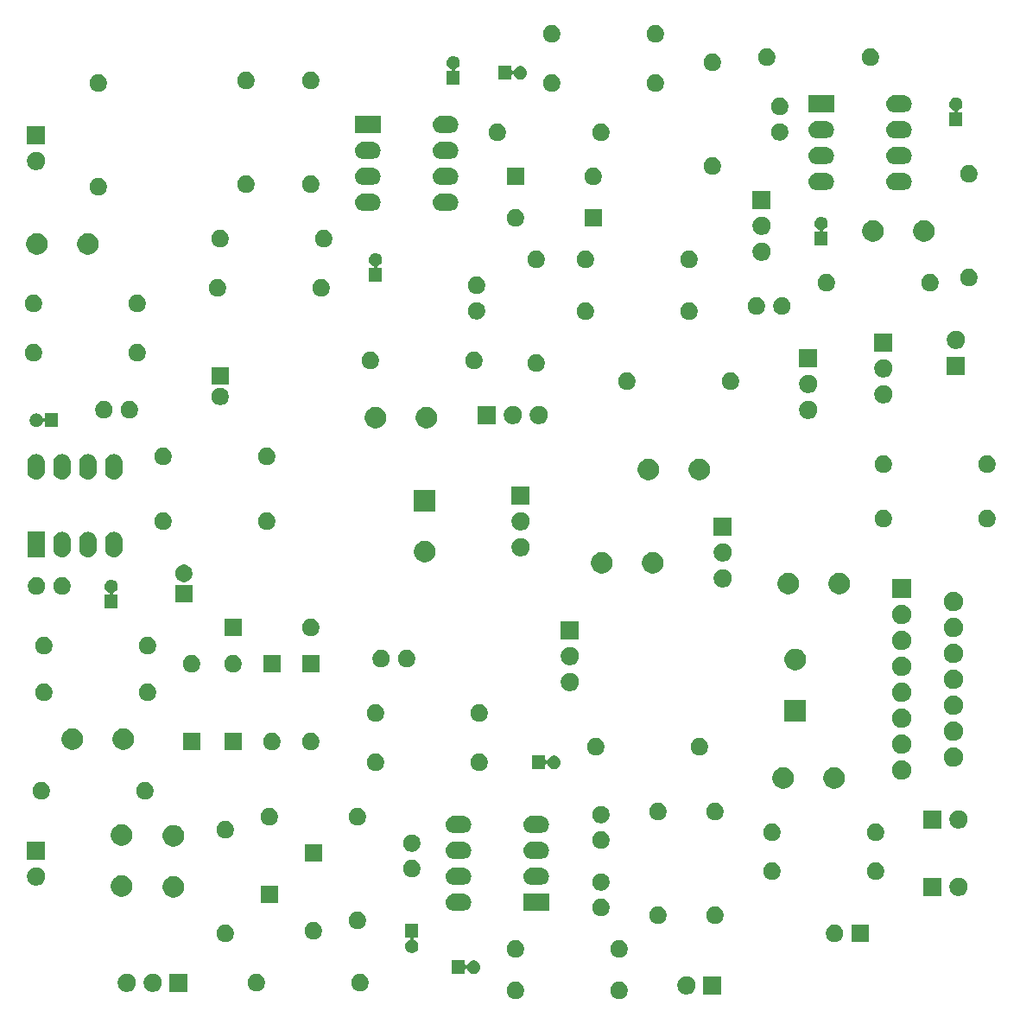
<source format=gbs>
G04 #@! TF.GenerationSoftware,KiCad,Pcbnew,5.1.5-5.1.5*
G04 #@! TF.CreationDate,2020-01-01T13:04:27+01:00*
G04 #@! TF.ProjectId,E-Guitar-Amp,452d4775-6974-4617-922d-416d702e6b69,rev?*
G04 #@! TF.SameCoordinates,Original*
G04 #@! TF.FileFunction,Soldermask,Bot*
G04 #@! TF.FilePolarity,Negative*
%FSLAX46Y46*%
G04 Gerber Fmt 4.6, Leading zero omitted, Abs format (unit mm)*
G04 Created by KiCad (PCBNEW 5.1.5-5.1.5) date 2020-01-01 13:04:27*
%MOMM*%
%LPD*%
G04 APERTURE LIST*
%ADD10C,0.100000*%
G04 APERTURE END LIST*
D10*
G36*
X182112228Y-141421703D02*
G01*
X182267100Y-141485853D01*
X182406481Y-141578985D01*
X182525015Y-141697519D01*
X182618147Y-141836900D01*
X182682297Y-141991772D01*
X182715000Y-142156184D01*
X182715000Y-142323816D01*
X182682297Y-142488228D01*
X182618147Y-142643100D01*
X182525015Y-142782481D01*
X182406481Y-142901015D01*
X182267100Y-142994147D01*
X182112228Y-143058297D01*
X181947816Y-143091000D01*
X181780184Y-143091000D01*
X181615772Y-143058297D01*
X181460900Y-142994147D01*
X181321519Y-142901015D01*
X181202985Y-142782481D01*
X181109853Y-142643100D01*
X181045703Y-142488228D01*
X181013000Y-142323816D01*
X181013000Y-142156184D01*
X181045703Y-141991772D01*
X181109853Y-141836900D01*
X181202985Y-141697519D01*
X181321519Y-141578985D01*
X181460900Y-141485853D01*
X181615772Y-141421703D01*
X181780184Y-141389000D01*
X181947816Y-141389000D01*
X182112228Y-141421703D01*
G37*
G36*
X171952228Y-141421703D02*
G01*
X172107100Y-141485853D01*
X172246481Y-141578985D01*
X172365015Y-141697519D01*
X172458147Y-141836900D01*
X172522297Y-141991772D01*
X172555000Y-142156184D01*
X172555000Y-142323816D01*
X172522297Y-142488228D01*
X172458147Y-142643100D01*
X172365015Y-142782481D01*
X172246481Y-142901015D01*
X172107100Y-142994147D01*
X171952228Y-143058297D01*
X171787816Y-143091000D01*
X171620184Y-143091000D01*
X171455772Y-143058297D01*
X171300900Y-142994147D01*
X171161519Y-142901015D01*
X171042985Y-142782481D01*
X170949853Y-142643100D01*
X170885703Y-142488228D01*
X170853000Y-142323816D01*
X170853000Y-142156184D01*
X170885703Y-141991772D01*
X170949853Y-141836900D01*
X171042985Y-141697519D01*
X171161519Y-141578985D01*
X171300900Y-141485853D01*
X171455772Y-141421703D01*
X171620184Y-141389000D01*
X171787816Y-141389000D01*
X171952228Y-141421703D01*
G37*
G36*
X188581512Y-140835927D02*
G01*
X188730812Y-140865624D01*
X188894784Y-140933544D01*
X189042354Y-141032147D01*
X189167853Y-141157646D01*
X189266456Y-141305216D01*
X189334376Y-141469188D01*
X189369000Y-141643259D01*
X189369000Y-141820741D01*
X189334376Y-141994812D01*
X189266456Y-142158784D01*
X189167853Y-142306354D01*
X189042354Y-142431853D01*
X188894784Y-142530456D01*
X188730812Y-142598376D01*
X188581512Y-142628073D01*
X188556742Y-142633000D01*
X188379258Y-142633000D01*
X188354488Y-142628073D01*
X188205188Y-142598376D01*
X188041216Y-142530456D01*
X187893646Y-142431853D01*
X187768147Y-142306354D01*
X187669544Y-142158784D01*
X187601624Y-141994812D01*
X187567000Y-141820741D01*
X187567000Y-141643259D01*
X187601624Y-141469188D01*
X187669544Y-141305216D01*
X187768147Y-141157646D01*
X187893646Y-141032147D01*
X188041216Y-140933544D01*
X188205188Y-140865624D01*
X188354488Y-140835927D01*
X188379258Y-140831000D01*
X188556742Y-140831000D01*
X188581512Y-140835927D01*
G37*
G36*
X191909000Y-142633000D02*
G01*
X190107000Y-142633000D01*
X190107000Y-140831000D01*
X191909000Y-140831000D01*
X191909000Y-142633000D01*
G37*
G36*
X136247738Y-140579983D02*
G01*
X136406812Y-140611624D01*
X136570784Y-140679544D01*
X136718354Y-140778147D01*
X136843853Y-140903646D01*
X136942456Y-141051216D01*
X137010376Y-141215188D01*
X137040073Y-141364488D01*
X137044949Y-141389000D01*
X137045000Y-141389259D01*
X137045000Y-141566741D01*
X137010376Y-141740812D01*
X136942456Y-141904784D01*
X136843853Y-142052354D01*
X136718354Y-142177853D01*
X136570784Y-142276456D01*
X136406812Y-142344376D01*
X136257512Y-142374073D01*
X136232742Y-142379000D01*
X136055258Y-142379000D01*
X136030488Y-142374073D01*
X135881188Y-142344376D01*
X135717216Y-142276456D01*
X135569646Y-142177853D01*
X135444147Y-142052354D01*
X135345544Y-141904784D01*
X135277624Y-141740812D01*
X135243000Y-141566741D01*
X135243000Y-141389259D01*
X135243052Y-141389000D01*
X135247927Y-141364488D01*
X135277624Y-141215188D01*
X135345544Y-141051216D01*
X135444147Y-140903646D01*
X135569646Y-140778147D01*
X135717216Y-140679544D01*
X135881188Y-140611624D01*
X136040262Y-140579983D01*
X136055258Y-140577000D01*
X136232742Y-140577000D01*
X136247738Y-140579983D01*
G37*
G36*
X139585000Y-142379000D02*
G01*
X137783000Y-142379000D01*
X137783000Y-140577000D01*
X139585000Y-140577000D01*
X139585000Y-142379000D01*
G37*
G36*
X133707738Y-140579983D02*
G01*
X133866812Y-140611624D01*
X134030784Y-140679544D01*
X134178354Y-140778147D01*
X134303853Y-140903646D01*
X134402456Y-141051216D01*
X134470376Y-141215188D01*
X134500073Y-141364488D01*
X134504949Y-141389000D01*
X134505000Y-141389259D01*
X134505000Y-141566741D01*
X134470376Y-141740812D01*
X134402456Y-141904784D01*
X134303853Y-142052354D01*
X134178354Y-142177853D01*
X134030784Y-142276456D01*
X133866812Y-142344376D01*
X133717512Y-142374073D01*
X133692742Y-142379000D01*
X133515258Y-142379000D01*
X133490488Y-142374073D01*
X133341188Y-142344376D01*
X133177216Y-142276456D01*
X133029646Y-142177853D01*
X132904147Y-142052354D01*
X132805544Y-141904784D01*
X132737624Y-141740812D01*
X132703000Y-141566741D01*
X132703000Y-141389259D01*
X132703052Y-141389000D01*
X132707927Y-141364488D01*
X132737624Y-141215188D01*
X132805544Y-141051216D01*
X132904147Y-140903646D01*
X133029646Y-140778147D01*
X133177216Y-140679544D01*
X133341188Y-140611624D01*
X133500262Y-140579983D01*
X133515258Y-140577000D01*
X133692742Y-140577000D01*
X133707738Y-140579983D01*
G37*
G36*
X146552228Y-140659703D02*
G01*
X146707100Y-140723853D01*
X146846481Y-140816985D01*
X146965015Y-140935519D01*
X147058147Y-141074900D01*
X147122297Y-141229772D01*
X147155000Y-141394184D01*
X147155000Y-141561816D01*
X147122297Y-141726228D01*
X147058147Y-141881100D01*
X146965015Y-142020481D01*
X146846481Y-142139015D01*
X146707100Y-142232147D01*
X146552228Y-142296297D01*
X146387816Y-142329000D01*
X146220184Y-142329000D01*
X146055772Y-142296297D01*
X145900900Y-142232147D01*
X145761519Y-142139015D01*
X145642985Y-142020481D01*
X145549853Y-141881100D01*
X145485703Y-141726228D01*
X145453000Y-141561816D01*
X145453000Y-141394184D01*
X145485703Y-141229772D01*
X145549853Y-141074900D01*
X145642985Y-140935519D01*
X145761519Y-140816985D01*
X145900900Y-140723853D01*
X146055772Y-140659703D01*
X146220184Y-140627000D01*
X146387816Y-140627000D01*
X146552228Y-140659703D01*
G37*
G36*
X156712228Y-140659703D02*
G01*
X156867100Y-140723853D01*
X157006481Y-140816985D01*
X157125015Y-140935519D01*
X157218147Y-141074900D01*
X157282297Y-141229772D01*
X157315000Y-141394184D01*
X157315000Y-141561816D01*
X157282297Y-141726228D01*
X157218147Y-141881100D01*
X157125015Y-142020481D01*
X157006481Y-142139015D01*
X156867100Y-142232147D01*
X156712228Y-142296297D01*
X156547816Y-142329000D01*
X156380184Y-142329000D01*
X156215772Y-142296297D01*
X156060900Y-142232147D01*
X155921519Y-142139015D01*
X155802985Y-142020481D01*
X155709853Y-141881100D01*
X155645703Y-141726228D01*
X155613000Y-141561816D01*
X155613000Y-141394184D01*
X155645703Y-141229772D01*
X155709853Y-141074900D01*
X155802985Y-140935519D01*
X155921519Y-140816985D01*
X156060900Y-140723853D01*
X156215772Y-140659703D01*
X156380184Y-140627000D01*
X156547816Y-140627000D01*
X156712228Y-140659703D01*
G37*
G36*
X166767000Y-139674109D02*
G01*
X166769402Y-139698495D01*
X166776515Y-139721944D01*
X166788066Y-139743555D01*
X166803611Y-139762497D01*
X166822553Y-139778042D01*
X166844164Y-139789593D01*
X166867613Y-139796706D01*
X166891999Y-139799108D01*
X166916385Y-139796706D01*
X166939834Y-139789593D01*
X166961445Y-139778042D01*
X166980387Y-139762497D01*
X166995932Y-139743555D01*
X167007483Y-139721944D01*
X167039090Y-139645638D01*
X167110335Y-139539012D01*
X167201012Y-139448335D01*
X167307636Y-139377091D01*
X167426110Y-139328017D01*
X167551881Y-139303000D01*
X167680119Y-139303000D01*
X167805890Y-139328017D01*
X167924364Y-139377091D01*
X168030988Y-139448335D01*
X168121665Y-139539012D01*
X168192909Y-139645636D01*
X168241983Y-139764110D01*
X168267000Y-139889882D01*
X168267000Y-140018118D01*
X168241983Y-140143890D01*
X168192909Y-140262364D01*
X168121665Y-140368988D01*
X168030988Y-140459665D01*
X167924364Y-140530909D01*
X167924363Y-140530910D01*
X167924362Y-140530910D01*
X167805890Y-140579983D01*
X167680119Y-140605000D01*
X167551881Y-140605000D01*
X167426110Y-140579983D01*
X167307638Y-140530910D01*
X167307637Y-140530910D01*
X167307636Y-140530909D01*
X167201012Y-140459665D01*
X167110335Y-140368988D01*
X167039091Y-140262364D01*
X167007483Y-140186055D01*
X166995932Y-140164445D01*
X166980387Y-140145503D01*
X166961445Y-140129958D01*
X166939834Y-140118407D01*
X166916385Y-140111294D01*
X166891999Y-140108892D01*
X166867613Y-140111294D01*
X166844164Y-140118407D01*
X166822553Y-140129958D01*
X166803611Y-140145503D01*
X166788066Y-140164445D01*
X166776515Y-140186056D01*
X166769402Y-140209505D01*
X166767000Y-140233891D01*
X166767000Y-140605000D01*
X165465000Y-140605000D01*
X165465000Y-139303000D01*
X166767000Y-139303000D01*
X166767000Y-139674109D01*
G37*
G36*
X182112228Y-137357703D02*
G01*
X182267100Y-137421853D01*
X182406481Y-137514985D01*
X182525015Y-137633519D01*
X182618147Y-137772900D01*
X182682297Y-137927772D01*
X182715000Y-138092184D01*
X182715000Y-138259816D01*
X182682297Y-138424228D01*
X182618147Y-138579100D01*
X182525015Y-138718481D01*
X182406481Y-138837015D01*
X182267100Y-138930147D01*
X182112228Y-138994297D01*
X181947816Y-139027000D01*
X181780184Y-139027000D01*
X181615772Y-138994297D01*
X181460900Y-138930147D01*
X181321519Y-138837015D01*
X181202985Y-138718481D01*
X181109853Y-138579100D01*
X181045703Y-138424228D01*
X181013000Y-138259816D01*
X181013000Y-138092184D01*
X181045703Y-137927772D01*
X181109853Y-137772900D01*
X181202985Y-137633519D01*
X181321519Y-137514985D01*
X181460900Y-137421853D01*
X181615772Y-137357703D01*
X181780184Y-137325000D01*
X181947816Y-137325000D01*
X182112228Y-137357703D01*
G37*
G36*
X171952228Y-137357703D02*
G01*
X172107100Y-137421853D01*
X172246481Y-137514985D01*
X172365015Y-137633519D01*
X172458147Y-137772900D01*
X172522297Y-137927772D01*
X172555000Y-138092184D01*
X172555000Y-138259816D01*
X172522297Y-138424228D01*
X172458147Y-138579100D01*
X172365015Y-138718481D01*
X172246481Y-138837015D01*
X172107100Y-138930147D01*
X171952228Y-138994297D01*
X171787816Y-139027000D01*
X171620184Y-139027000D01*
X171455772Y-138994297D01*
X171300900Y-138930147D01*
X171161519Y-138837015D01*
X171042985Y-138718481D01*
X170949853Y-138579100D01*
X170885703Y-138424228D01*
X170853000Y-138259816D01*
X170853000Y-138092184D01*
X170885703Y-137927772D01*
X170949853Y-137772900D01*
X171042985Y-137633519D01*
X171161519Y-137514985D01*
X171300900Y-137421853D01*
X171455772Y-137357703D01*
X171620184Y-137325000D01*
X171787816Y-137325000D01*
X171952228Y-137357703D01*
G37*
G36*
X162195000Y-137049000D02*
G01*
X161823891Y-137049000D01*
X161799505Y-137051402D01*
X161776056Y-137058515D01*
X161754445Y-137070066D01*
X161735503Y-137085611D01*
X161719958Y-137104553D01*
X161708407Y-137126164D01*
X161701294Y-137149613D01*
X161698892Y-137173999D01*
X161701294Y-137198385D01*
X161708407Y-137221834D01*
X161719958Y-137243445D01*
X161735503Y-137262387D01*
X161754445Y-137277932D01*
X161776055Y-137289483D01*
X161852364Y-137321091D01*
X161958988Y-137392335D01*
X162049665Y-137483012D01*
X162120909Y-137589636D01*
X162169983Y-137708110D01*
X162195000Y-137833882D01*
X162195000Y-137962118D01*
X162169983Y-138087890D01*
X162120909Y-138206364D01*
X162049665Y-138312988D01*
X161958988Y-138403665D01*
X161852364Y-138474909D01*
X161852363Y-138474910D01*
X161852362Y-138474910D01*
X161733890Y-138523983D01*
X161608119Y-138549000D01*
X161479881Y-138549000D01*
X161354110Y-138523983D01*
X161235638Y-138474910D01*
X161235637Y-138474910D01*
X161235636Y-138474909D01*
X161129012Y-138403665D01*
X161038335Y-138312988D01*
X160967091Y-138206364D01*
X160918017Y-138087890D01*
X160893000Y-137962118D01*
X160893000Y-137833882D01*
X160918017Y-137708110D01*
X160967091Y-137589636D01*
X161038335Y-137483012D01*
X161129012Y-137392335D01*
X161235636Y-137321091D01*
X161311945Y-137289483D01*
X161333555Y-137277932D01*
X161352497Y-137262387D01*
X161368042Y-137243445D01*
X161379593Y-137221834D01*
X161386706Y-137198385D01*
X161389108Y-137173999D01*
X161386706Y-137149613D01*
X161379593Y-137126164D01*
X161368042Y-137104553D01*
X161352497Y-137085611D01*
X161333555Y-137070066D01*
X161311944Y-137058515D01*
X161288495Y-137051402D01*
X161264109Y-137049000D01*
X160893000Y-137049000D01*
X160893000Y-135747000D01*
X162195000Y-135747000D01*
X162195000Y-137049000D01*
G37*
G36*
X206337000Y-137503000D02*
G01*
X204635000Y-137503000D01*
X204635000Y-135801000D01*
X206337000Y-135801000D01*
X206337000Y-137503000D01*
G37*
G36*
X203234228Y-135833703D02*
G01*
X203389100Y-135897853D01*
X203528481Y-135990985D01*
X203647015Y-136109519D01*
X203740147Y-136248900D01*
X203804297Y-136403772D01*
X203837000Y-136568184D01*
X203837000Y-136735816D01*
X203804297Y-136900228D01*
X203740147Y-137055100D01*
X203647015Y-137194481D01*
X203528481Y-137313015D01*
X203389100Y-137406147D01*
X203234228Y-137470297D01*
X203069816Y-137503000D01*
X202902184Y-137503000D01*
X202737772Y-137470297D01*
X202582900Y-137406147D01*
X202443519Y-137313015D01*
X202324985Y-137194481D01*
X202231853Y-137055100D01*
X202167703Y-136900228D01*
X202135000Y-136735816D01*
X202135000Y-136568184D01*
X202167703Y-136403772D01*
X202231853Y-136248900D01*
X202324985Y-136109519D01*
X202443519Y-135990985D01*
X202582900Y-135897853D01*
X202737772Y-135833703D01*
X202902184Y-135801000D01*
X203069816Y-135801000D01*
X203234228Y-135833703D01*
G37*
G36*
X143504228Y-135833703D02*
G01*
X143659100Y-135897853D01*
X143798481Y-135990985D01*
X143917015Y-136109519D01*
X144010147Y-136248900D01*
X144074297Y-136403772D01*
X144107000Y-136568184D01*
X144107000Y-136735816D01*
X144074297Y-136900228D01*
X144010147Y-137055100D01*
X143917015Y-137194481D01*
X143798481Y-137313015D01*
X143659100Y-137406147D01*
X143504228Y-137470297D01*
X143339816Y-137503000D01*
X143172184Y-137503000D01*
X143007772Y-137470297D01*
X142852900Y-137406147D01*
X142713519Y-137313015D01*
X142594985Y-137194481D01*
X142501853Y-137055100D01*
X142437703Y-136900228D01*
X142405000Y-136735816D01*
X142405000Y-136568184D01*
X142437703Y-136403772D01*
X142501853Y-136248900D01*
X142594985Y-136109519D01*
X142713519Y-135990985D01*
X142852900Y-135897853D01*
X143007772Y-135833703D01*
X143172184Y-135801000D01*
X143339816Y-135801000D01*
X143504228Y-135833703D01*
G37*
G36*
X152140228Y-135579703D02*
G01*
X152295100Y-135643853D01*
X152434481Y-135736985D01*
X152553015Y-135855519D01*
X152646147Y-135994900D01*
X152710297Y-136149772D01*
X152743000Y-136314184D01*
X152743000Y-136481816D01*
X152710297Y-136646228D01*
X152646147Y-136801100D01*
X152553015Y-136940481D01*
X152434481Y-137059015D01*
X152295100Y-137152147D01*
X152140228Y-137216297D01*
X151975816Y-137249000D01*
X151808184Y-137249000D01*
X151643772Y-137216297D01*
X151488900Y-137152147D01*
X151349519Y-137059015D01*
X151230985Y-136940481D01*
X151137853Y-136801100D01*
X151073703Y-136646228D01*
X151041000Y-136481816D01*
X151041000Y-136314184D01*
X151073703Y-136149772D01*
X151137853Y-135994900D01*
X151230985Y-135855519D01*
X151349519Y-135736985D01*
X151488900Y-135643853D01*
X151643772Y-135579703D01*
X151808184Y-135547000D01*
X151975816Y-135547000D01*
X152140228Y-135579703D01*
G37*
G36*
X156458228Y-134563703D02*
G01*
X156613100Y-134627853D01*
X156752481Y-134720985D01*
X156871015Y-134839519D01*
X156964147Y-134978900D01*
X157028297Y-135133772D01*
X157061000Y-135298184D01*
X157061000Y-135465816D01*
X157028297Y-135630228D01*
X156964147Y-135785100D01*
X156871015Y-135924481D01*
X156752481Y-136043015D01*
X156613100Y-136136147D01*
X156458228Y-136200297D01*
X156293816Y-136233000D01*
X156126184Y-136233000D01*
X155961772Y-136200297D01*
X155806900Y-136136147D01*
X155667519Y-136043015D01*
X155548985Y-135924481D01*
X155455853Y-135785100D01*
X155391703Y-135630228D01*
X155359000Y-135465816D01*
X155359000Y-135298184D01*
X155391703Y-135133772D01*
X155455853Y-134978900D01*
X155548985Y-134839519D01*
X155667519Y-134720985D01*
X155806900Y-134627853D01*
X155961772Y-134563703D01*
X156126184Y-134531000D01*
X156293816Y-134531000D01*
X156458228Y-134563703D01*
G37*
G36*
X185922228Y-134055703D02*
G01*
X186077100Y-134119853D01*
X186216481Y-134212985D01*
X186335015Y-134331519D01*
X186428147Y-134470900D01*
X186492297Y-134625772D01*
X186525000Y-134790184D01*
X186525000Y-134957816D01*
X186492297Y-135122228D01*
X186428147Y-135277100D01*
X186335015Y-135416481D01*
X186216481Y-135535015D01*
X186077100Y-135628147D01*
X185922228Y-135692297D01*
X185757816Y-135725000D01*
X185590184Y-135725000D01*
X185425772Y-135692297D01*
X185270900Y-135628147D01*
X185131519Y-135535015D01*
X185012985Y-135416481D01*
X184919853Y-135277100D01*
X184855703Y-135122228D01*
X184823000Y-134957816D01*
X184823000Y-134790184D01*
X184855703Y-134625772D01*
X184919853Y-134470900D01*
X185012985Y-134331519D01*
X185131519Y-134212985D01*
X185270900Y-134119853D01*
X185425772Y-134055703D01*
X185590184Y-134023000D01*
X185757816Y-134023000D01*
X185922228Y-134055703D01*
G37*
G36*
X191510228Y-134055703D02*
G01*
X191665100Y-134119853D01*
X191804481Y-134212985D01*
X191923015Y-134331519D01*
X192016147Y-134470900D01*
X192080297Y-134625772D01*
X192113000Y-134790184D01*
X192113000Y-134957816D01*
X192080297Y-135122228D01*
X192016147Y-135277100D01*
X191923015Y-135416481D01*
X191804481Y-135535015D01*
X191665100Y-135628147D01*
X191510228Y-135692297D01*
X191345816Y-135725000D01*
X191178184Y-135725000D01*
X191013772Y-135692297D01*
X190858900Y-135628147D01*
X190719519Y-135535015D01*
X190600985Y-135416481D01*
X190507853Y-135277100D01*
X190443703Y-135122228D01*
X190411000Y-134957816D01*
X190411000Y-134790184D01*
X190443703Y-134625772D01*
X190507853Y-134470900D01*
X190600985Y-134331519D01*
X190719519Y-134212985D01*
X190858900Y-134119853D01*
X191013772Y-134055703D01*
X191178184Y-134023000D01*
X191345816Y-134023000D01*
X191510228Y-134055703D01*
G37*
G36*
X180334228Y-133293703D02*
G01*
X180489100Y-133357853D01*
X180628481Y-133450985D01*
X180747015Y-133569519D01*
X180840147Y-133708900D01*
X180904297Y-133863772D01*
X180937000Y-134028184D01*
X180937000Y-134195816D01*
X180904297Y-134360228D01*
X180840147Y-134515100D01*
X180747015Y-134654481D01*
X180628481Y-134773015D01*
X180489100Y-134866147D01*
X180334228Y-134930297D01*
X180169816Y-134963000D01*
X180002184Y-134963000D01*
X179837772Y-134930297D01*
X179682900Y-134866147D01*
X179543519Y-134773015D01*
X179424985Y-134654481D01*
X179331853Y-134515100D01*
X179267703Y-134360228D01*
X179235000Y-134195816D01*
X179235000Y-134028184D01*
X179267703Y-133863772D01*
X179331853Y-133708900D01*
X179424985Y-133569519D01*
X179543519Y-133450985D01*
X179682900Y-133357853D01*
X179837772Y-133293703D01*
X180002184Y-133261000D01*
X180169816Y-133261000D01*
X180334228Y-133293703D01*
G37*
G36*
X166682823Y-132765313D02*
G01*
X166843242Y-132813976D01*
X166963875Y-132878456D01*
X166991078Y-132892996D01*
X167120659Y-132999341D01*
X167227004Y-133128922D01*
X167227005Y-133128924D01*
X167306024Y-133276758D01*
X167354687Y-133437177D01*
X167371117Y-133604000D01*
X167354687Y-133770823D01*
X167306024Y-133931242D01*
X167256978Y-134023000D01*
X167227004Y-134079078D01*
X167120659Y-134208659D01*
X166991078Y-134315004D01*
X166991076Y-134315005D01*
X166843242Y-134394024D01*
X166682823Y-134442687D01*
X166557804Y-134455000D01*
X165674196Y-134455000D01*
X165549177Y-134442687D01*
X165388758Y-134394024D01*
X165240924Y-134315005D01*
X165240922Y-134315004D01*
X165111341Y-134208659D01*
X165004996Y-134079078D01*
X164975022Y-134023000D01*
X164925976Y-133931242D01*
X164877313Y-133770823D01*
X164860883Y-133604000D01*
X164877313Y-133437177D01*
X164925976Y-133276758D01*
X165004995Y-133128924D01*
X165004996Y-133128922D01*
X165111341Y-132999341D01*
X165240922Y-132892996D01*
X165268125Y-132878456D01*
X165388758Y-132813976D01*
X165549177Y-132765313D01*
X165674196Y-132753000D01*
X166557804Y-132753000D01*
X166682823Y-132765313D01*
G37*
G36*
X174987000Y-134455000D02*
G01*
X172485000Y-134455000D01*
X172485000Y-132753000D01*
X174987000Y-132753000D01*
X174987000Y-134455000D01*
G37*
G36*
X148425000Y-133693000D02*
G01*
X146723000Y-133693000D01*
X146723000Y-131991000D01*
X148425000Y-131991000D01*
X148425000Y-133693000D01*
G37*
G36*
X138482564Y-131069389D02*
G01*
X138673833Y-131148615D01*
X138673835Y-131148616D01*
X138845973Y-131263635D01*
X138992365Y-131410027D01*
X139071316Y-131528185D01*
X139107385Y-131582167D01*
X139186611Y-131773436D01*
X139227000Y-131976484D01*
X139227000Y-132183516D01*
X139186611Y-132386564D01*
X139168497Y-132430295D01*
X139107384Y-132577835D01*
X138992365Y-132749973D01*
X138845973Y-132896365D01*
X138673835Y-133011384D01*
X138673834Y-133011385D01*
X138673833Y-133011385D01*
X138482564Y-133090611D01*
X138279516Y-133131000D01*
X138072484Y-133131000D01*
X137869436Y-133090611D01*
X137678167Y-133011385D01*
X137678166Y-133011385D01*
X137678165Y-133011384D01*
X137506027Y-132896365D01*
X137359635Y-132749973D01*
X137244616Y-132577835D01*
X137183503Y-132430295D01*
X137165389Y-132386564D01*
X137125000Y-132183516D01*
X137125000Y-131976484D01*
X137165389Y-131773436D01*
X137244615Y-131582167D01*
X137280685Y-131528185D01*
X137359635Y-131410027D01*
X137506027Y-131263635D01*
X137678165Y-131148616D01*
X137678167Y-131148615D01*
X137869436Y-131069389D01*
X138072484Y-131029000D01*
X138279516Y-131029000D01*
X138482564Y-131069389D01*
G37*
G36*
X133402564Y-130989389D02*
G01*
X133582691Y-131064000D01*
X133593835Y-131068616D01*
X133765973Y-131183635D01*
X133912365Y-131330027D01*
X133953268Y-131391242D01*
X134027385Y-131502167D01*
X134106611Y-131693436D01*
X134147000Y-131896484D01*
X134147000Y-132103516D01*
X134106611Y-132306564D01*
X134055360Y-132430295D01*
X134027384Y-132497835D01*
X133912365Y-132669973D01*
X133765973Y-132816365D01*
X133593835Y-132931384D01*
X133593834Y-132931385D01*
X133593833Y-132931385D01*
X133402564Y-133010611D01*
X133199516Y-133051000D01*
X132992484Y-133051000D01*
X132789436Y-133010611D01*
X132598167Y-132931385D01*
X132598166Y-132931385D01*
X132598165Y-132931384D01*
X132426027Y-132816365D01*
X132279635Y-132669973D01*
X132164616Y-132497835D01*
X132136640Y-132430295D01*
X132085389Y-132306564D01*
X132045000Y-132103516D01*
X132045000Y-131896484D01*
X132085389Y-131693436D01*
X132164615Y-131502167D01*
X132238733Y-131391242D01*
X132279635Y-131330027D01*
X132426027Y-131183635D01*
X132598165Y-131068616D01*
X132609309Y-131064000D01*
X132789436Y-130989389D01*
X132992484Y-130949000D01*
X133199516Y-130949000D01*
X133402564Y-130989389D01*
G37*
G36*
X215250043Y-131183635D02*
G01*
X215400812Y-131213624D01*
X215564784Y-131281544D01*
X215712354Y-131380147D01*
X215837853Y-131505646D01*
X215936456Y-131653216D01*
X216004376Y-131817188D01*
X216026890Y-131930376D01*
X216038949Y-131991000D01*
X216039000Y-131991259D01*
X216039000Y-132168741D01*
X216004376Y-132342812D01*
X215936456Y-132506784D01*
X215837853Y-132654354D01*
X215712354Y-132779853D01*
X215564784Y-132878456D01*
X215400812Y-132946376D01*
X215251512Y-132976073D01*
X215226742Y-132981000D01*
X215049258Y-132981000D01*
X215024488Y-132976073D01*
X214875188Y-132946376D01*
X214711216Y-132878456D01*
X214563646Y-132779853D01*
X214438147Y-132654354D01*
X214339544Y-132506784D01*
X214271624Y-132342812D01*
X214237000Y-132168741D01*
X214237000Y-131991259D01*
X214237052Y-131991000D01*
X214249110Y-131930376D01*
X214271624Y-131817188D01*
X214339544Y-131653216D01*
X214438147Y-131505646D01*
X214563646Y-131380147D01*
X214711216Y-131281544D01*
X214875188Y-131213624D01*
X215025957Y-131183635D01*
X215049258Y-131179000D01*
X215226742Y-131179000D01*
X215250043Y-131183635D01*
G37*
G36*
X213499000Y-132981000D02*
G01*
X211697000Y-132981000D01*
X211697000Y-131179000D01*
X213499000Y-131179000D01*
X213499000Y-132981000D01*
G37*
G36*
X180334228Y-130793703D02*
G01*
X180489100Y-130857853D01*
X180628481Y-130950985D01*
X180747015Y-131069519D01*
X180840147Y-131208900D01*
X180904297Y-131363772D01*
X180937000Y-131528184D01*
X180937000Y-131695816D01*
X180904297Y-131860228D01*
X180840147Y-132015100D01*
X180747015Y-132154481D01*
X180628481Y-132273015D01*
X180489100Y-132366147D01*
X180334228Y-132430297D01*
X180169816Y-132463000D01*
X180002184Y-132463000D01*
X179837772Y-132430297D01*
X179682900Y-132366147D01*
X179543519Y-132273015D01*
X179424985Y-132154481D01*
X179331853Y-132015100D01*
X179267703Y-131860228D01*
X179235000Y-131695816D01*
X179235000Y-131528184D01*
X179267703Y-131363772D01*
X179331853Y-131208900D01*
X179424985Y-131069519D01*
X179543519Y-130950985D01*
X179682900Y-130857853D01*
X179837772Y-130793703D01*
X180002184Y-130761000D01*
X180169816Y-130761000D01*
X180334228Y-130793703D01*
G37*
G36*
X124827512Y-130167927D02*
G01*
X124976812Y-130197624D01*
X125140784Y-130265544D01*
X125288354Y-130364147D01*
X125413853Y-130489646D01*
X125512456Y-130637216D01*
X125580376Y-130801188D01*
X125609777Y-130949000D01*
X125615000Y-130975258D01*
X125615000Y-131152742D01*
X125610073Y-131177512D01*
X125580376Y-131326812D01*
X125512456Y-131490784D01*
X125413853Y-131638354D01*
X125288354Y-131763853D01*
X125140784Y-131862456D01*
X124976812Y-131930376D01*
X124827512Y-131960073D01*
X124802742Y-131965000D01*
X124625258Y-131965000D01*
X124600488Y-131960073D01*
X124451188Y-131930376D01*
X124287216Y-131862456D01*
X124139646Y-131763853D01*
X124014147Y-131638354D01*
X123915544Y-131490784D01*
X123847624Y-131326812D01*
X123817927Y-131177512D01*
X123813000Y-131152742D01*
X123813000Y-130975258D01*
X123818223Y-130949000D01*
X123847624Y-130801188D01*
X123915544Y-130637216D01*
X124014147Y-130489646D01*
X124139646Y-130364147D01*
X124287216Y-130265544D01*
X124451188Y-130197624D01*
X124600488Y-130167927D01*
X124625258Y-130163000D01*
X124802742Y-130163000D01*
X124827512Y-130167927D01*
G37*
G36*
X166682823Y-130225313D02*
G01*
X166843242Y-130273976D01*
X166975906Y-130344886D01*
X166991078Y-130352996D01*
X167120659Y-130459341D01*
X167227004Y-130588922D01*
X167227005Y-130588924D01*
X167306024Y-130736758D01*
X167354687Y-130897177D01*
X167371117Y-131064000D01*
X167354687Y-131230823D01*
X167306024Y-131391242D01*
X167246734Y-131502165D01*
X167227004Y-131539078D01*
X167120659Y-131668659D01*
X166991078Y-131775004D01*
X166991076Y-131775005D01*
X166843242Y-131854024D01*
X166682823Y-131902687D01*
X166557804Y-131915000D01*
X165674196Y-131915000D01*
X165549177Y-131902687D01*
X165388758Y-131854024D01*
X165240924Y-131775005D01*
X165240922Y-131775004D01*
X165111341Y-131668659D01*
X165004996Y-131539078D01*
X164985266Y-131502165D01*
X164925976Y-131391242D01*
X164877313Y-131230823D01*
X164860883Y-131064000D01*
X164877313Y-130897177D01*
X164925976Y-130736758D01*
X165004995Y-130588924D01*
X165004996Y-130588922D01*
X165111341Y-130459341D01*
X165240922Y-130352996D01*
X165256094Y-130344886D01*
X165388758Y-130273976D01*
X165549177Y-130225313D01*
X165674196Y-130213000D01*
X166557804Y-130213000D01*
X166682823Y-130225313D01*
G37*
G36*
X174302823Y-130225313D02*
G01*
X174463242Y-130273976D01*
X174595906Y-130344886D01*
X174611078Y-130352996D01*
X174740659Y-130459341D01*
X174847004Y-130588922D01*
X174847005Y-130588924D01*
X174926024Y-130736758D01*
X174974687Y-130897177D01*
X174991117Y-131064000D01*
X174974687Y-131230823D01*
X174926024Y-131391242D01*
X174866734Y-131502165D01*
X174847004Y-131539078D01*
X174740659Y-131668659D01*
X174611078Y-131775004D01*
X174611076Y-131775005D01*
X174463242Y-131854024D01*
X174302823Y-131902687D01*
X174177804Y-131915000D01*
X173294196Y-131915000D01*
X173169177Y-131902687D01*
X173008758Y-131854024D01*
X172860924Y-131775005D01*
X172860922Y-131775004D01*
X172731341Y-131668659D01*
X172624996Y-131539078D01*
X172605266Y-131502165D01*
X172545976Y-131391242D01*
X172497313Y-131230823D01*
X172480883Y-131064000D01*
X172497313Y-130897177D01*
X172545976Y-130736758D01*
X172624995Y-130588924D01*
X172624996Y-130588922D01*
X172731341Y-130459341D01*
X172860922Y-130352996D01*
X172876094Y-130344886D01*
X173008758Y-130273976D01*
X173169177Y-130225313D01*
X173294196Y-130213000D01*
X174177804Y-130213000D01*
X174302823Y-130225313D01*
G37*
G36*
X207258228Y-129737703D02*
G01*
X207413100Y-129801853D01*
X207552481Y-129894985D01*
X207671015Y-130013519D01*
X207764147Y-130152900D01*
X207828297Y-130307772D01*
X207861000Y-130472184D01*
X207861000Y-130639816D01*
X207828297Y-130804228D01*
X207764147Y-130959100D01*
X207671015Y-131098481D01*
X207552481Y-131217015D01*
X207413100Y-131310147D01*
X207258228Y-131374297D01*
X207093816Y-131407000D01*
X206926184Y-131407000D01*
X206761772Y-131374297D01*
X206606900Y-131310147D01*
X206467519Y-131217015D01*
X206348985Y-131098481D01*
X206255853Y-130959100D01*
X206191703Y-130804228D01*
X206159000Y-130639816D01*
X206159000Y-130472184D01*
X206191703Y-130307772D01*
X206255853Y-130152900D01*
X206348985Y-130013519D01*
X206467519Y-129894985D01*
X206606900Y-129801853D01*
X206761772Y-129737703D01*
X206926184Y-129705000D01*
X207093816Y-129705000D01*
X207258228Y-129737703D01*
G37*
G36*
X197098228Y-129737703D02*
G01*
X197253100Y-129801853D01*
X197392481Y-129894985D01*
X197511015Y-130013519D01*
X197604147Y-130152900D01*
X197668297Y-130307772D01*
X197701000Y-130472184D01*
X197701000Y-130639816D01*
X197668297Y-130804228D01*
X197604147Y-130959100D01*
X197511015Y-131098481D01*
X197392481Y-131217015D01*
X197253100Y-131310147D01*
X197098228Y-131374297D01*
X196933816Y-131407000D01*
X196766184Y-131407000D01*
X196601772Y-131374297D01*
X196446900Y-131310147D01*
X196307519Y-131217015D01*
X196188985Y-131098481D01*
X196095853Y-130959100D01*
X196031703Y-130804228D01*
X195999000Y-130639816D01*
X195999000Y-130472184D01*
X196031703Y-130307772D01*
X196095853Y-130152900D01*
X196188985Y-130013519D01*
X196307519Y-129894985D01*
X196446900Y-129801853D01*
X196601772Y-129737703D01*
X196766184Y-129705000D01*
X196933816Y-129705000D01*
X197098228Y-129737703D01*
G37*
G36*
X161792228Y-129483703D02*
G01*
X161947100Y-129547853D01*
X162086481Y-129640985D01*
X162205015Y-129759519D01*
X162298147Y-129898900D01*
X162362297Y-130053772D01*
X162395000Y-130218184D01*
X162395000Y-130385816D01*
X162362297Y-130550228D01*
X162298147Y-130705100D01*
X162205015Y-130844481D01*
X162086481Y-130963015D01*
X161947100Y-131056147D01*
X161792228Y-131120297D01*
X161627816Y-131153000D01*
X161460184Y-131153000D01*
X161295772Y-131120297D01*
X161140900Y-131056147D01*
X161001519Y-130963015D01*
X160882985Y-130844481D01*
X160789853Y-130705100D01*
X160725703Y-130550228D01*
X160693000Y-130385816D01*
X160693000Y-130218184D01*
X160725703Y-130053772D01*
X160789853Y-129898900D01*
X160882985Y-129759519D01*
X161001519Y-129640985D01*
X161140900Y-129547853D01*
X161295772Y-129483703D01*
X161460184Y-129451000D01*
X161627816Y-129451000D01*
X161792228Y-129483703D01*
G37*
G36*
X152743000Y-129629000D02*
G01*
X151041000Y-129629000D01*
X151041000Y-127927000D01*
X152743000Y-127927000D01*
X152743000Y-129629000D01*
G37*
G36*
X125615000Y-129425000D02*
G01*
X123813000Y-129425000D01*
X123813000Y-127623000D01*
X125615000Y-127623000D01*
X125615000Y-129425000D01*
G37*
G36*
X174302823Y-127685313D02*
G01*
X174463242Y-127733976D01*
X174504874Y-127756229D01*
X174611078Y-127812996D01*
X174740659Y-127919341D01*
X174847004Y-128048922D01*
X174847005Y-128048924D01*
X174926024Y-128196758D01*
X174974687Y-128357177D01*
X174991117Y-128524000D01*
X174974687Y-128690823D01*
X174926024Y-128851242D01*
X174855114Y-128983906D01*
X174847004Y-128999078D01*
X174740659Y-129128659D01*
X174611078Y-129235004D01*
X174611076Y-129235005D01*
X174463242Y-129314024D01*
X174302823Y-129362687D01*
X174177804Y-129375000D01*
X173294196Y-129375000D01*
X173169177Y-129362687D01*
X173008758Y-129314024D01*
X172860924Y-129235005D01*
X172860922Y-129235004D01*
X172731341Y-129128659D01*
X172624996Y-128999078D01*
X172616886Y-128983906D01*
X172545976Y-128851242D01*
X172497313Y-128690823D01*
X172480883Y-128524000D01*
X172497313Y-128357177D01*
X172545976Y-128196758D01*
X172624995Y-128048924D01*
X172624996Y-128048922D01*
X172731341Y-127919341D01*
X172860922Y-127812996D01*
X172967126Y-127756229D01*
X173008758Y-127733976D01*
X173169177Y-127685313D01*
X173294196Y-127673000D01*
X174177804Y-127673000D01*
X174302823Y-127685313D01*
G37*
G36*
X166682823Y-127685313D02*
G01*
X166843242Y-127733976D01*
X166884874Y-127756229D01*
X166991078Y-127812996D01*
X167120659Y-127919341D01*
X167227004Y-128048922D01*
X167227005Y-128048924D01*
X167306024Y-128196758D01*
X167354687Y-128357177D01*
X167371117Y-128524000D01*
X167354687Y-128690823D01*
X167306024Y-128851242D01*
X167235114Y-128983906D01*
X167227004Y-128999078D01*
X167120659Y-129128659D01*
X166991078Y-129235004D01*
X166991076Y-129235005D01*
X166843242Y-129314024D01*
X166682823Y-129362687D01*
X166557804Y-129375000D01*
X165674196Y-129375000D01*
X165549177Y-129362687D01*
X165388758Y-129314024D01*
X165240924Y-129235005D01*
X165240922Y-129235004D01*
X165111341Y-129128659D01*
X165004996Y-128999078D01*
X164996886Y-128983906D01*
X164925976Y-128851242D01*
X164877313Y-128690823D01*
X164860883Y-128524000D01*
X164877313Y-128357177D01*
X164925976Y-128196758D01*
X165004995Y-128048924D01*
X165004996Y-128048922D01*
X165111341Y-127919341D01*
X165240922Y-127812996D01*
X165347126Y-127756229D01*
X165388758Y-127733976D01*
X165549177Y-127685313D01*
X165674196Y-127673000D01*
X166557804Y-127673000D01*
X166682823Y-127685313D01*
G37*
G36*
X161792228Y-126983703D02*
G01*
X161947100Y-127047853D01*
X162086481Y-127140985D01*
X162205015Y-127259519D01*
X162298147Y-127398900D01*
X162362297Y-127553772D01*
X162395000Y-127718184D01*
X162395000Y-127885816D01*
X162362297Y-128050228D01*
X162298147Y-128205100D01*
X162205015Y-128344481D01*
X162086481Y-128463015D01*
X161947100Y-128556147D01*
X161792228Y-128620297D01*
X161627816Y-128653000D01*
X161460184Y-128653000D01*
X161295772Y-128620297D01*
X161140900Y-128556147D01*
X161001519Y-128463015D01*
X160882985Y-128344481D01*
X160789853Y-128205100D01*
X160725703Y-128050228D01*
X160693000Y-127885816D01*
X160693000Y-127718184D01*
X160725703Y-127553772D01*
X160789853Y-127398900D01*
X160882985Y-127259519D01*
X161001519Y-127140985D01*
X161140900Y-127047853D01*
X161295772Y-126983703D01*
X161460184Y-126951000D01*
X161627816Y-126951000D01*
X161792228Y-126983703D01*
G37*
G36*
X180334228Y-126689703D02*
G01*
X180489100Y-126753853D01*
X180628481Y-126846985D01*
X180747015Y-126965519D01*
X180840147Y-127104900D01*
X180904297Y-127259772D01*
X180937000Y-127424184D01*
X180937000Y-127591816D01*
X180904297Y-127756228D01*
X180840147Y-127911100D01*
X180747015Y-128050481D01*
X180628481Y-128169015D01*
X180489100Y-128262147D01*
X180334228Y-128326297D01*
X180169816Y-128359000D01*
X180002184Y-128359000D01*
X179837772Y-128326297D01*
X179682900Y-128262147D01*
X179543519Y-128169015D01*
X179424985Y-128050481D01*
X179331853Y-127911100D01*
X179267703Y-127756228D01*
X179235000Y-127591816D01*
X179235000Y-127424184D01*
X179267703Y-127259772D01*
X179331853Y-127104900D01*
X179424985Y-126965519D01*
X179543519Y-126846985D01*
X179682900Y-126753853D01*
X179837772Y-126689703D01*
X180002184Y-126657000D01*
X180169816Y-126657000D01*
X180334228Y-126689703D01*
G37*
G36*
X138482564Y-126069389D02*
G01*
X138673833Y-126148615D01*
X138673835Y-126148616D01*
X138845973Y-126263635D01*
X138992365Y-126410027D01*
X139103142Y-126575816D01*
X139107385Y-126582167D01*
X139186611Y-126773436D01*
X139227000Y-126976484D01*
X139227000Y-127183516D01*
X139186611Y-127386564D01*
X139112992Y-127564297D01*
X139107384Y-127577835D01*
X138992365Y-127749973D01*
X138845973Y-127896365D01*
X138673835Y-128011384D01*
X138673834Y-128011385D01*
X138673833Y-128011385D01*
X138482564Y-128090611D01*
X138279516Y-128131000D01*
X138072484Y-128131000D01*
X137869436Y-128090611D01*
X137678167Y-128011385D01*
X137678166Y-128011385D01*
X137678165Y-128011384D01*
X137506027Y-127896365D01*
X137359635Y-127749973D01*
X137244616Y-127577835D01*
X137239008Y-127564297D01*
X137165389Y-127386564D01*
X137125000Y-127183516D01*
X137125000Y-126976484D01*
X137165389Y-126773436D01*
X137244615Y-126582167D01*
X137248859Y-126575816D01*
X137359635Y-126410027D01*
X137506027Y-126263635D01*
X137678165Y-126148616D01*
X137678167Y-126148615D01*
X137869436Y-126069389D01*
X138072484Y-126029000D01*
X138279516Y-126029000D01*
X138482564Y-126069389D01*
G37*
G36*
X133402564Y-125989389D02*
G01*
X133593833Y-126068615D01*
X133593835Y-126068616D01*
X133765973Y-126183635D01*
X133912365Y-126330027D01*
X134024449Y-126497772D01*
X134027385Y-126502167D01*
X134106611Y-126693436D01*
X134147000Y-126896484D01*
X134147000Y-127103516D01*
X134106611Y-127306564D01*
X134068364Y-127398900D01*
X134027384Y-127497835D01*
X133912365Y-127669973D01*
X133765973Y-127816365D01*
X133593835Y-127931384D01*
X133593834Y-127931385D01*
X133593833Y-127931385D01*
X133402564Y-128010611D01*
X133199516Y-128051000D01*
X132992484Y-128051000D01*
X132789436Y-128010611D01*
X132598167Y-127931385D01*
X132598166Y-127931385D01*
X132598165Y-127931384D01*
X132426027Y-127816365D01*
X132279635Y-127669973D01*
X132164616Y-127497835D01*
X132123636Y-127398900D01*
X132085389Y-127306564D01*
X132045000Y-127103516D01*
X132045000Y-126896484D01*
X132085389Y-126693436D01*
X132164615Y-126502167D01*
X132167552Y-126497772D01*
X132279635Y-126330027D01*
X132426027Y-126183635D01*
X132598165Y-126068616D01*
X132598167Y-126068615D01*
X132789436Y-125989389D01*
X132992484Y-125949000D01*
X133199516Y-125949000D01*
X133402564Y-125989389D01*
G37*
G36*
X197098228Y-125927703D02*
G01*
X197253100Y-125991853D01*
X197392481Y-126084985D01*
X197511015Y-126203519D01*
X197604147Y-126342900D01*
X197668297Y-126497772D01*
X197701000Y-126662184D01*
X197701000Y-126829816D01*
X197668297Y-126994228D01*
X197604147Y-127149100D01*
X197511015Y-127288481D01*
X197392481Y-127407015D01*
X197253100Y-127500147D01*
X197098228Y-127564297D01*
X196933816Y-127597000D01*
X196766184Y-127597000D01*
X196601772Y-127564297D01*
X196446900Y-127500147D01*
X196307519Y-127407015D01*
X196188985Y-127288481D01*
X196095853Y-127149100D01*
X196031703Y-126994228D01*
X195999000Y-126829816D01*
X195999000Y-126662184D01*
X196031703Y-126497772D01*
X196095853Y-126342900D01*
X196188985Y-126203519D01*
X196307519Y-126084985D01*
X196446900Y-125991853D01*
X196601772Y-125927703D01*
X196766184Y-125895000D01*
X196933816Y-125895000D01*
X197098228Y-125927703D01*
G37*
G36*
X207258228Y-125927703D02*
G01*
X207413100Y-125991853D01*
X207552481Y-126084985D01*
X207671015Y-126203519D01*
X207764147Y-126342900D01*
X207828297Y-126497772D01*
X207861000Y-126662184D01*
X207861000Y-126829816D01*
X207828297Y-126994228D01*
X207764147Y-127149100D01*
X207671015Y-127288481D01*
X207552481Y-127407015D01*
X207413100Y-127500147D01*
X207258228Y-127564297D01*
X207093816Y-127597000D01*
X206926184Y-127597000D01*
X206761772Y-127564297D01*
X206606900Y-127500147D01*
X206467519Y-127407015D01*
X206348985Y-127288481D01*
X206255853Y-127149100D01*
X206191703Y-126994228D01*
X206159000Y-126829816D01*
X206159000Y-126662184D01*
X206191703Y-126497772D01*
X206255853Y-126342900D01*
X206348985Y-126203519D01*
X206467519Y-126084985D01*
X206606900Y-125991853D01*
X206761772Y-125927703D01*
X206926184Y-125895000D01*
X207093816Y-125895000D01*
X207258228Y-125927703D01*
G37*
G36*
X143504228Y-125673703D02*
G01*
X143659100Y-125737853D01*
X143798481Y-125830985D01*
X143917015Y-125949519D01*
X144010147Y-126088900D01*
X144074297Y-126243772D01*
X144107000Y-126408184D01*
X144107000Y-126575816D01*
X144074297Y-126740228D01*
X144010147Y-126895100D01*
X143917015Y-127034481D01*
X143798481Y-127153015D01*
X143659100Y-127246147D01*
X143504228Y-127310297D01*
X143339816Y-127343000D01*
X143172184Y-127343000D01*
X143007772Y-127310297D01*
X142852900Y-127246147D01*
X142713519Y-127153015D01*
X142594985Y-127034481D01*
X142501853Y-126895100D01*
X142437703Y-126740228D01*
X142405000Y-126575816D01*
X142405000Y-126408184D01*
X142437703Y-126243772D01*
X142501853Y-126088900D01*
X142594985Y-125949519D01*
X142713519Y-125830985D01*
X142852900Y-125737853D01*
X143007772Y-125673703D01*
X143172184Y-125641000D01*
X143339816Y-125641000D01*
X143504228Y-125673703D01*
G37*
G36*
X174302823Y-125145313D02*
G01*
X174463242Y-125193976D01*
X174595906Y-125264886D01*
X174611078Y-125272996D01*
X174740659Y-125379341D01*
X174847004Y-125508922D01*
X174847005Y-125508924D01*
X174926024Y-125656758D01*
X174974687Y-125817177D01*
X174987670Y-125949000D01*
X174991117Y-125984000D01*
X174989322Y-126002225D01*
X174974687Y-126150823D01*
X174926024Y-126311242D01*
X174874207Y-126408184D01*
X174847004Y-126459078D01*
X174740659Y-126588659D01*
X174611078Y-126695004D01*
X174611076Y-126695005D01*
X174463242Y-126774024D01*
X174302823Y-126822687D01*
X174177804Y-126835000D01*
X173294196Y-126835000D01*
X173169177Y-126822687D01*
X173008758Y-126774024D01*
X172860924Y-126695005D01*
X172860922Y-126695004D01*
X172731341Y-126588659D01*
X172624996Y-126459078D01*
X172597793Y-126408184D01*
X172545976Y-126311242D01*
X172497313Y-126150823D01*
X172482678Y-126002225D01*
X172480883Y-125984000D01*
X172484330Y-125949000D01*
X172497313Y-125817177D01*
X172545976Y-125656758D01*
X172624995Y-125508924D01*
X172624996Y-125508922D01*
X172731341Y-125379341D01*
X172860922Y-125272996D01*
X172876094Y-125264886D01*
X173008758Y-125193976D01*
X173169177Y-125145313D01*
X173294196Y-125133000D01*
X174177804Y-125133000D01*
X174302823Y-125145313D01*
G37*
G36*
X166682823Y-125145313D02*
G01*
X166843242Y-125193976D01*
X166975906Y-125264886D01*
X166991078Y-125272996D01*
X167120659Y-125379341D01*
X167227004Y-125508922D01*
X167227005Y-125508924D01*
X167306024Y-125656758D01*
X167354687Y-125817177D01*
X167367670Y-125949000D01*
X167371117Y-125984000D01*
X167369322Y-126002225D01*
X167354687Y-126150823D01*
X167306024Y-126311242D01*
X167254207Y-126408184D01*
X167227004Y-126459078D01*
X167120659Y-126588659D01*
X166991078Y-126695004D01*
X166991076Y-126695005D01*
X166843242Y-126774024D01*
X166682823Y-126822687D01*
X166557804Y-126835000D01*
X165674196Y-126835000D01*
X165549177Y-126822687D01*
X165388758Y-126774024D01*
X165240924Y-126695005D01*
X165240922Y-126695004D01*
X165111341Y-126588659D01*
X165004996Y-126459078D01*
X164977793Y-126408184D01*
X164925976Y-126311242D01*
X164877313Y-126150823D01*
X164862678Y-126002225D01*
X164860883Y-125984000D01*
X164864330Y-125949000D01*
X164877313Y-125817177D01*
X164925976Y-125656758D01*
X165004995Y-125508924D01*
X165004996Y-125508922D01*
X165111341Y-125379341D01*
X165240922Y-125272996D01*
X165256094Y-125264886D01*
X165388758Y-125193976D01*
X165549177Y-125145313D01*
X165674196Y-125133000D01*
X166557804Y-125133000D01*
X166682823Y-125145313D01*
G37*
G36*
X213499000Y-126377000D02*
G01*
X211697000Y-126377000D01*
X211697000Y-124575000D01*
X213499000Y-124575000D01*
X213499000Y-126377000D01*
G37*
G36*
X215251512Y-124579927D02*
G01*
X215400812Y-124609624D01*
X215564784Y-124677544D01*
X215712354Y-124776147D01*
X215837853Y-124901646D01*
X215936456Y-125049216D01*
X216004376Y-125213188D01*
X216016272Y-125272996D01*
X216039000Y-125387258D01*
X216039000Y-125564742D01*
X216034073Y-125589512D01*
X216004376Y-125738812D01*
X215936456Y-125902784D01*
X215837853Y-126050354D01*
X215712354Y-126175853D01*
X215564784Y-126274456D01*
X215400812Y-126342376D01*
X215251512Y-126372073D01*
X215226742Y-126377000D01*
X215049258Y-126377000D01*
X215024488Y-126372073D01*
X214875188Y-126342376D01*
X214711216Y-126274456D01*
X214563646Y-126175853D01*
X214438147Y-126050354D01*
X214339544Y-125902784D01*
X214271624Y-125738812D01*
X214241927Y-125589512D01*
X214237000Y-125564742D01*
X214237000Y-125387258D01*
X214259728Y-125272996D01*
X214271624Y-125213188D01*
X214339544Y-125049216D01*
X214438147Y-124901646D01*
X214563646Y-124776147D01*
X214711216Y-124677544D01*
X214875188Y-124609624D01*
X215024488Y-124579927D01*
X215049258Y-124575000D01*
X215226742Y-124575000D01*
X215251512Y-124579927D01*
G37*
G36*
X147822228Y-124403703D02*
G01*
X147977100Y-124467853D01*
X148116481Y-124560985D01*
X148235015Y-124679519D01*
X148328147Y-124818900D01*
X148392297Y-124973772D01*
X148425000Y-125138184D01*
X148425000Y-125305816D01*
X148392297Y-125470228D01*
X148328147Y-125625100D01*
X148235015Y-125764481D01*
X148116481Y-125883015D01*
X147977100Y-125976147D01*
X147822228Y-126040297D01*
X147657816Y-126073000D01*
X147490184Y-126073000D01*
X147325772Y-126040297D01*
X147170900Y-125976147D01*
X147031519Y-125883015D01*
X146912985Y-125764481D01*
X146819853Y-125625100D01*
X146755703Y-125470228D01*
X146723000Y-125305816D01*
X146723000Y-125138184D01*
X146755703Y-124973772D01*
X146819853Y-124818900D01*
X146912985Y-124679519D01*
X147031519Y-124560985D01*
X147170900Y-124467853D01*
X147325772Y-124403703D01*
X147490184Y-124371000D01*
X147657816Y-124371000D01*
X147822228Y-124403703D01*
G37*
G36*
X156458228Y-124403703D02*
G01*
X156613100Y-124467853D01*
X156752481Y-124560985D01*
X156871015Y-124679519D01*
X156964147Y-124818900D01*
X157028297Y-124973772D01*
X157061000Y-125138184D01*
X157061000Y-125305816D01*
X157028297Y-125470228D01*
X156964147Y-125625100D01*
X156871015Y-125764481D01*
X156752481Y-125883015D01*
X156613100Y-125976147D01*
X156458228Y-126040297D01*
X156293816Y-126073000D01*
X156126184Y-126073000D01*
X155961772Y-126040297D01*
X155806900Y-125976147D01*
X155667519Y-125883015D01*
X155548985Y-125764481D01*
X155455853Y-125625100D01*
X155391703Y-125470228D01*
X155359000Y-125305816D01*
X155359000Y-125138184D01*
X155391703Y-124973772D01*
X155455853Y-124818900D01*
X155548985Y-124679519D01*
X155667519Y-124560985D01*
X155806900Y-124467853D01*
X155961772Y-124403703D01*
X156126184Y-124371000D01*
X156293816Y-124371000D01*
X156458228Y-124403703D01*
G37*
G36*
X180334228Y-124189703D02*
G01*
X180489100Y-124253853D01*
X180628481Y-124346985D01*
X180747015Y-124465519D01*
X180840147Y-124604900D01*
X180904297Y-124759772D01*
X180937000Y-124924184D01*
X180937000Y-125091816D01*
X180904297Y-125256228D01*
X180840147Y-125411100D01*
X180747015Y-125550481D01*
X180628481Y-125669015D01*
X180489100Y-125762147D01*
X180334228Y-125826297D01*
X180169816Y-125859000D01*
X180002184Y-125859000D01*
X179837772Y-125826297D01*
X179682900Y-125762147D01*
X179543519Y-125669015D01*
X179424985Y-125550481D01*
X179331853Y-125411100D01*
X179267703Y-125256228D01*
X179235000Y-125091816D01*
X179235000Y-124924184D01*
X179267703Y-124759772D01*
X179331853Y-124604900D01*
X179424985Y-124465519D01*
X179543519Y-124346985D01*
X179682900Y-124253853D01*
X179837772Y-124189703D01*
X180002184Y-124157000D01*
X180169816Y-124157000D01*
X180334228Y-124189703D01*
G37*
G36*
X191510228Y-123895703D02*
G01*
X191665100Y-123959853D01*
X191804481Y-124052985D01*
X191923015Y-124171519D01*
X192016147Y-124310900D01*
X192080297Y-124465772D01*
X192113000Y-124630184D01*
X192113000Y-124797816D01*
X192080297Y-124962228D01*
X192016147Y-125117100D01*
X191923015Y-125256481D01*
X191804481Y-125375015D01*
X191665100Y-125468147D01*
X191510228Y-125532297D01*
X191345816Y-125565000D01*
X191178184Y-125565000D01*
X191013772Y-125532297D01*
X190858900Y-125468147D01*
X190719519Y-125375015D01*
X190600985Y-125256481D01*
X190507853Y-125117100D01*
X190443703Y-124962228D01*
X190411000Y-124797816D01*
X190411000Y-124630184D01*
X190443703Y-124465772D01*
X190507853Y-124310900D01*
X190600985Y-124171519D01*
X190719519Y-124052985D01*
X190858900Y-123959853D01*
X191013772Y-123895703D01*
X191178184Y-123863000D01*
X191345816Y-123863000D01*
X191510228Y-123895703D01*
G37*
G36*
X185922228Y-123895703D02*
G01*
X186077100Y-123959853D01*
X186216481Y-124052985D01*
X186335015Y-124171519D01*
X186428147Y-124310900D01*
X186492297Y-124465772D01*
X186525000Y-124630184D01*
X186525000Y-124797816D01*
X186492297Y-124962228D01*
X186428147Y-125117100D01*
X186335015Y-125256481D01*
X186216481Y-125375015D01*
X186077100Y-125468147D01*
X185922228Y-125532297D01*
X185757816Y-125565000D01*
X185590184Y-125565000D01*
X185425772Y-125532297D01*
X185270900Y-125468147D01*
X185131519Y-125375015D01*
X185012985Y-125256481D01*
X184919853Y-125117100D01*
X184855703Y-124962228D01*
X184823000Y-124797816D01*
X184823000Y-124630184D01*
X184855703Y-124465772D01*
X184919853Y-124310900D01*
X185012985Y-124171519D01*
X185131519Y-124052985D01*
X185270900Y-123959853D01*
X185425772Y-123895703D01*
X185590184Y-123863000D01*
X185757816Y-123863000D01*
X185922228Y-123895703D01*
G37*
G36*
X135630228Y-121863703D02*
G01*
X135785100Y-121927853D01*
X135924481Y-122020985D01*
X136043015Y-122139519D01*
X136136147Y-122278900D01*
X136200297Y-122433772D01*
X136233000Y-122598184D01*
X136233000Y-122765816D01*
X136200297Y-122930228D01*
X136136147Y-123085100D01*
X136043015Y-123224481D01*
X135924481Y-123343015D01*
X135785100Y-123436147D01*
X135630228Y-123500297D01*
X135465816Y-123533000D01*
X135298184Y-123533000D01*
X135133772Y-123500297D01*
X134978900Y-123436147D01*
X134839519Y-123343015D01*
X134720985Y-123224481D01*
X134627853Y-123085100D01*
X134563703Y-122930228D01*
X134531000Y-122765816D01*
X134531000Y-122598184D01*
X134563703Y-122433772D01*
X134627853Y-122278900D01*
X134720985Y-122139519D01*
X134839519Y-122020985D01*
X134978900Y-121927853D01*
X135133772Y-121863703D01*
X135298184Y-121831000D01*
X135465816Y-121831000D01*
X135630228Y-121863703D01*
G37*
G36*
X125470228Y-121863703D02*
G01*
X125625100Y-121927853D01*
X125764481Y-122020985D01*
X125883015Y-122139519D01*
X125976147Y-122278900D01*
X126040297Y-122433772D01*
X126073000Y-122598184D01*
X126073000Y-122765816D01*
X126040297Y-122930228D01*
X125976147Y-123085100D01*
X125883015Y-123224481D01*
X125764481Y-123343015D01*
X125625100Y-123436147D01*
X125470228Y-123500297D01*
X125305816Y-123533000D01*
X125138184Y-123533000D01*
X124973772Y-123500297D01*
X124818900Y-123436147D01*
X124679519Y-123343015D01*
X124560985Y-123224481D01*
X124467853Y-123085100D01*
X124403703Y-122930228D01*
X124371000Y-122765816D01*
X124371000Y-122598184D01*
X124403703Y-122433772D01*
X124467853Y-122278900D01*
X124560985Y-122139519D01*
X124679519Y-122020985D01*
X124818900Y-121927853D01*
X124973772Y-121863703D01*
X125138184Y-121831000D01*
X125305816Y-121831000D01*
X125470228Y-121863703D01*
G37*
G36*
X198252564Y-120401389D02*
G01*
X198443833Y-120480615D01*
X198443835Y-120480616D01*
X198493772Y-120513983D01*
X198615973Y-120595635D01*
X198762365Y-120742027D01*
X198877385Y-120914167D01*
X198956611Y-121105436D01*
X198997000Y-121308484D01*
X198997000Y-121515516D01*
X198956611Y-121718564D01*
X198896492Y-121863705D01*
X198877384Y-121909835D01*
X198762365Y-122081973D01*
X198615973Y-122228365D01*
X198443835Y-122343384D01*
X198443834Y-122343385D01*
X198443833Y-122343385D01*
X198252564Y-122422611D01*
X198049516Y-122463000D01*
X197842484Y-122463000D01*
X197639436Y-122422611D01*
X197448167Y-122343385D01*
X197448166Y-122343385D01*
X197448165Y-122343384D01*
X197276027Y-122228365D01*
X197129635Y-122081973D01*
X197014616Y-121909835D01*
X196995508Y-121863705D01*
X196935389Y-121718564D01*
X196895000Y-121515516D01*
X196895000Y-121308484D01*
X196935389Y-121105436D01*
X197014615Y-120914167D01*
X197129635Y-120742027D01*
X197276027Y-120595635D01*
X197398228Y-120513983D01*
X197448165Y-120480616D01*
X197448167Y-120480615D01*
X197639436Y-120401389D01*
X197842484Y-120361000D01*
X198049516Y-120361000D01*
X198252564Y-120401389D01*
G37*
G36*
X203252564Y-120401389D02*
G01*
X203443833Y-120480615D01*
X203443835Y-120480616D01*
X203493772Y-120513983D01*
X203615973Y-120595635D01*
X203762365Y-120742027D01*
X203877385Y-120914167D01*
X203956611Y-121105436D01*
X203997000Y-121308484D01*
X203997000Y-121515516D01*
X203956611Y-121718564D01*
X203896492Y-121863705D01*
X203877384Y-121909835D01*
X203762365Y-122081973D01*
X203615973Y-122228365D01*
X203443835Y-122343384D01*
X203443834Y-122343385D01*
X203443833Y-122343385D01*
X203252564Y-122422611D01*
X203049516Y-122463000D01*
X202842484Y-122463000D01*
X202639436Y-122422611D01*
X202448167Y-122343385D01*
X202448166Y-122343385D01*
X202448165Y-122343384D01*
X202276027Y-122228365D01*
X202129635Y-122081973D01*
X202014616Y-121909835D01*
X201995508Y-121863705D01*
X201935389Y-121718564D01*
X201895000Y-121515516D01*
X201895000Y-121308484D01*
X201935389Y-121105436D01*
X202014615Y-120914167D01*
X202129635Y-120742027D01*
X202276027Y-120595635D01*
X202398228Y-120513983D01*
X202448165Y-120480616D01*
X202448167Y-120480615D01*
X202639436Y-120401389D01*
X202842484Y-120361000D01*
X203049516Y-120361000D01*
X203252564Y-120401389D01*
G37*
G36*
X209827395Y-119735546D02*
G01*
X210000466Y-119807234D01*
X210077818Y-119858919D01*
X210156227Y-119911310D01*
X210288690Y-120043773D01*
X210288691Y-120043775D01*
X210392766Y-120199534D01*
X210464454Y-120372605D01*
X210501000Y-120556333D01*
X210501000Y-120743667D01*
X210464454Y-120927395D01*
X210392766Y-121100466D01*
X210392765Y-121100467D01*
X210288690Y-121256227D01*
X210156227Y-121388690D01*
X210077818Y-121441081D01*
X210000466Y-121492766D01*
X209827395Y-121564454D01*
X209643667Y-121601000D01*
X209456333Y-121601000D01*
X209272605Y-121564454D01*
X209099534Y-121492766D01*
X209022182Y-121441081D01*
X208943773Y-121388690D01*
X208811310Y-121256227D01*
X208707235Y-121100467D01*
X208707234Y-121100466D01*
X208635546Y-120927395D01*
X208599000Y-120743667D01*
X208599000Y-120556333D01*
X208635546Y-120372605D01*
X208707234Y-120199534D01*
X208811309Y-120043775D01*
X208811310Y-120043773D01*
X208943773Y-119911310D01*
X209022182Y-119858919D01*
X209099534Y-119807234D01*
X209272605Y-119735546D01*
X209456333Y-119699000D01*
X209643667Y-119699000D01*
X209827395Y-119735546D01*
G37*
G36*
X168396228Y-119069703D02*
G01*
X168551100Y-119133853D01*
X168690481Y-119226985D01*
X168809015Y-119345519D01*
X168902147Y-119484900D01*
X168966297Y-119639772D01*
X168999000Y-119804184D01*
X168999000Y-119971816D01*
X168966297Y-120136228D01*
X168902147Y-120291100D01*
X168809015Y-120430481D01*
X168690481Y-120549015D01*
X168551100Y-120642147D01*
X168396228Y-120706297D01*
X168231816Y-120739000D01*
X168064184Y-120739000D01*
X167899772Y-120706297D01*
X167744900Y-120642147D01*
X167605519Y-120549015D01*
X167486985Y-120430481D01*
X167393853Y-120291100D01*
X167329703Y-120136228D01*
X167297000Y-119971816D01*
X167297000Y-119804184D01*
X167329703Y-119639772D01*
X167393853Y-119484900D01*
X167486985Y-119345519D01*
X167605519Y-119226985D01*
X167744900Y-119133853D01*
X167899772Y-119069703D01*
X168064184Y-119037000D01*
X168231816Y-119037000D01*
X168396228Y-119069703D01*
G37*
G36*
X158236228Y-119069703D02*
G01*
X158391100Y-119133853D01*
X158530481Y-119226985D01*
X158649015Y-119345519D01*
X158742147Y-119484900D01*
X158806297Y-119639772D01*
X158839000Y-119804184D01*
X158839000Y-119971816D01*
X158806297Y-120136228D01*
X158742147Y-120291100D01*
X158649015Y-120430481D01*
X158530481Y-120549015D01*
X158391100Y-120642147D01*
X158236228Y-120706297D01*
X158071816Y-120739000D01*
X157904184Y-120739000D01*
X157739772Y-120706297D01*
X157584900Y-120642147D01*
X157445519Y-120549015D01*
X157326985Y-120430481D01*
X157233853Y-120291100D01*
X157169703Y-120136228D01*
X157137000Y-119971816D01*
X157137000Y-119804184D01*
X157169703Y-119639772D01*
X157233853Y-119484900D01*
X157326985Y-119345519D01*
X157445519Y-119226985D01*
X157584900Y-119133853D01*
X157739772Y-119069703D01*
X157904184Y-119037000D01*
X158071816Y-119037000D01*
X158236228Y-119069703D01*
G37*
G36*
X174641000Y-119608109D02*
G01*
X174643402Y-119632495D01*
X174650515Y-119655944D01*
X174662066Y-119677555D01*
X174677611Y-119696497D01*
X174696553Y-119712042D01*
X174718164Y-119723593D01*
X174741613Y-119730706D01*
X174765999Y-119733108D01*
X174790385Y-119730706D01*
X174813834Y-119723593D01*
X174835445Y-119712042D01*
X174854387Y-119696497D01*
X174869932Y-119677555D01*
X174881483Y-119655944D01*
X174913090Y-119579638D01*
X174984335Y-119473012D01*
X175075012Y-119382335D01*
X175181636Y-119311091D01*
X175241407Y-119286333D01*
X175300110Y-119262017D01*
X175425881Y-119237000D01*
X175554119Y-119237000D01*
X175679890Y-119262017D01*
X175738594Y-119286333D01*
X175798364Y-119311091D01*
X175904988Y-119382335D01*
X175995665Y-119473012D01*
X176066910Y-119579638D01*
X176115983Y-119698110D01*
X176141000Y-119823881D01*
X176141000Y-119952119D01*
X176122944Y-120042892D01*
X176115983Y-120077890D01*
X176066909Y-120196364D01*
X175995665Y-120302988D01*
X175904988Y-120393665D01*
X175798364Y-120464909D01*
X175798363Y-120464910D01*
X175798362Y-120464910D01*
X175679890Y-120513983D01*
X175554119Y-120539000D01*
X175425881Y-120539000D01*
X175300110Y-120513983D01*
X175181638Y-120464910D01*
X175181637Y-120464910D01*
X175181636Y-120464909D01*
X175075012Y-120393665D01*
X174984335Y-120302988D01*
X174913091Y-120196364D01*
X174881483Y-120120055D01*
X174869932Y-120098445D01*
X174854387Y-120079503D01*
X174835445Y-120063958D01*
X174813834Y-120052407D01*
X174790385Y-120045294D01*
X174765999Y-120042892D01*
X174741613Y-120045294D01*
X174718164Y-120052407D01*
X174696553Y-120063958D01*
X174677611Y-120079503D01*
X174662066Y-120098445D01*
X174650515Y-120120056D01*
X174643402Y-120143505D01*
X174641000Y-120167891D01*
X174641000Y-120539000D01*
X173339000Y-120539000D01*
X173339000Y-119237000D01*
X174641000Y-119237000D01*
X174641000Y-119608109D01*
G37*
G36*
X214907395Y-118465546D02*
G01*
X215080466Y-118537234D01*
X215157818Y-118588919D01*
X215236227Y-118641310D01*
X215368690Y-118773773D01*
X215368691Y-118773775D01*
X215472766Y-118929534D01*
X215544454Y-119102605D01*
X215581000Y-119286333D01*
X215581000Y-119473667D01*
X215544454Y-119657395D01*
X215472766Y-119830466D01*
X215472765Y-119830467D01*
X215368690Y-119986227D01*
X215236227Y-120118690D01*
X215162592Y-120167891D01*
X215080466Y-120222766D01*
X214907395Y-120294454D01*
X214723667Y-120331000D01*
X214536333Y-120331000D01*
X214352605Y-120294454D01*
X214179534Y-120222766D01*
X214097408Y-120167891D01*
X214023773Y-120118690D01*
X213891310Y-119986227D01*
X213787235Y-119830467D01*
X213787234Y-119830466D01*
X213715546Y-119657395D01*
X213679000Y-119473667D01*
X213679000Y-119286333D01*
X213715546Y-119102605D01*
X213787234Y-118929534D01*
X213891309Y-118773775D01*
X213891310Y-118773773D01*
X214023773Y-118641310D01*
X214102182Y-118588919D01*
X214179534Y-118537234D01*
X214352605Y-118465546D01*
X214536333Y-118429000D01*
X214723667Y-118429000D01*
X214907395Y-118465546D01*
G37*
G36*
X189986228Y-117545703D02*
G01*
X190141100Y-117609853D01*
X190280481Y-117702985D01*
X190399015Y-117821519D01*
X190492147Y-117960900D01*
X190556297Y-118115772D01*
X190589000Y-118280184D01*
X190589000Y-118447816D01*
X190556297Y-118612228D01*
X190492147Y-118767100D01*
X190399015Y-118906481D01*
X190280481Y-119025015D01*
X190141100Y-119118147D01*
X189986228Y-119182297D01*
X189821816Y-119215000D01*
X189654184Y-119215000D01*
X189489772Y-119182297D01*
X189334900Y-119118147D01*
X189195519Y-119025015D01*
X189076985Y-118906481D01*
X188983853Y-118767100D01*
X188919703Y-118612228D01*
X188887000Y-118447816D01*
X188887000Y-118280184D01*
X188919703Y-118115772D01*
X188983853Y-117960900D01*
X189076985Y-117821519D01*
X189195519Y-117702985D01*
X189334900Y-117609853D01*
X189489772Y-117545703D01*
X189654184Y-117513000D01*
X189821816Y-117513000D01*
X189986228Y-117545703D01*
G37*
G36*
X179826228Y-117545703D02*
G01*
X179981100Y-117609853D01*
X180120481Y-117702985D01*
X180239015Y-117821519D01*
X180332147Y-117960900D01*
X180396297Y-118115772D01*
X180429000Y-118280184D01*
X180429000Y-118447816D01*
X180396297Y-118612228D01*
X180332147Y-118767100D01*
X180239015Y-118906481D01*
X180120481Y-119025015D01*
X179981100Y-119118147D01*
X179826228Y-119182297D01*
X179661816Y-119215000D01*
X179494184Y-119215000D01*
X179329772Y-119182297D01*
X179174900Y-119118147D01*
X179035519Y-119025015D01*
X178916985Y-118906481D01*
X178823853Y-118767100D01*
X178759703Y-118612228D01*
X178727000Y-118447816D01*
X178727000Y-118280184D01*
X178759703Y-118115772D01*
X178823853Y-117960900D01*
X178916985Y-117821519D01*
X179035519Y-117702985D01*
X179174900Y-117609853D01*
X179329772Y-117545703D01*
X179494184Y-117513000D01*
X179661816Y-117513000D01*
X179826228Y-117545703D01*
G37*
G36*
X209827395Y-117195546D02*
G01*
X210000466Y-117267234D01*
X210042673Y-117295436D01*
X210156227Y-117371310D01*
X210288690Y-117503773D01*
X210316708Y-117545705D01*
X210392766Y-117659534D01*
X210464454Y-117832605D01*
X210501000Y-118016333D01*
X210501000Y-118203667D01*
X210464454Y-118387395D01*
X210392766Y-118560466D01*
X210392765Y-118560467D01*
X210288690Y-118716227D01*
X210156227Y-118848690D01*
X210077818Y-118901081D01*
X210000466Y-118952766D01*
X209827395Y-119024454D01*
X209643667Y-119061000D01*
X209456333Y-119061000D01*
X209272605Y-119024454D01*
X209099534Y-118952766D01*
X209022182Y-118901081D01*
X208943773Y-118848690D01*
X208811310Y-118716227D01*
X208707235Y-118560467D01*
X208707234Y-118560466D01*
X208635546Y-118387395D01*
X208599000Y-118203667D01*
X208599000Y-118016333D01*
X208635546Y-117832605D01*
X208707234Y-117659534D01*
X208783292Y-117545705D01*
X208811310Y-117503773D01*
X208943773Y-117371310D01*
X209057327Y-117295436D01*
X209099534Y-117267234D01*
X209272605Y-117195546D01*
X209456333Y-117159000D01*
X209643667Y-117159000D01*
X209827395Y-117195546D01*
G37*
G36*
X140805000Y-118707000D02*
G01*
X139103000Y-118707000D01*
X139103000Y-117005000D01*
X140805000Y-117005000D01*
X140805000Y-118707000D01*
G37*
G36*
X144869000Y-118707000D02*
G01*
X143167000Y-118707000D01*
X143167000Y-117005000D01*
X144869000Y-117005000D01*
X144869000Y-118707000D01*
G37*
G36*
X148076228Y-117037703D02*
G01*
X148231100Y-117101853D01*
X148370481Y-117194985D01*
X148489015Y-117313519D01*
X148582147Y-117452900D01*
X148646297Y-117607772D01*
X148679000Y-117772184D01*
X148679000Y-117939816D01*
X148646297Y-118104228D01*
X148582147Y-118259100D01*
X148489015Y-118398481D01*
X148370481Y-118517015D01*
X148231100Y-118610147D01*
X148076228Y-118674297D01*
X147911816Y-118707000D01*
X147744184Y-118707000D01*
X147579772Y-118674297D01*
X147424900Y-118610147D01*
X147285519Y-118517015D01*
X147166985Y-118398481D01*
X147073853Y-118259100D01*
X147009703Y-118104228D01*
X146977000Y-117939816D01*
X146977000Y-117772184D01*
X147009703Y-117607772D01*
X147073853Y-117452900D01*
X147166985Y-117313519D01*
X147285519Y-117194985D01*
X147424900Y-117101853D01*
X147579772Y-117037703D01*
X147744184Y-117005000D01*
X147911816Y-117005000D01*
X148076228Y-117037703D01*
G37*
G36*
X151886228Y-117037703D02*
G01*
X152041100Y-117101853D01*
X152180481Y-117194985D01*
X152299015Y-117313519D01*
X152392147Y-117452900D01*
X152456297Y-117607772D01*
X152489000Y-117772184D01*
X152489000Y-117939816D01*
X152456297Y-118104228D01*
X152392147Y-118259100D01*
X152299015Y-118398481D01*
X152180481Y-118517015D01*
X152041100Y-118610147D01*
X151886228Y-118674297D01*
X151721816Y-118707000D01*
X151554184Y-118707000D01*
X151389772Y-118674297D01*
X151234900Y-118610147D01*
X151095519Y-118517015D01*
X150976985Y-118398481D01*
X150883853Y-118259100D01*
X150819703Y-118104228D01*
X150787000Y-117939816D01*
X150787000Y-117772184D01*
X150819703Y-117607772D01*
X150883853Y-117452900D01*
X150976985Y-117313519D01*
X151095519Y-117194985D01*
X151234900Y-117101853D01*
X151389772Y-117037703D01*
X151554184Y-117005000D01*
X151721816Y-117005000D01*
X151886228Y-117037703D01*
G37*
G36*
X133576564Y-116591389D02*
G01*
X133767833Y-116670615D01*
X133767835Y-116670616D01*
X133939973Y-116785635D01*
X134086365Y-116932027D01*
X134199839Y-117101852D01*
X134201385Y-117104167D01*
X134280611Y-117295436D01*
X134321000Y-117498484D01*
X134321000Y-117705516D01*
X134280611Y-117908564D01*
X134235971Y-118016335D01*
X134201384Y-118099835D01*
X134086365Y-118271973D01*
X133939973Y-118418365D01*
X133767835Y-118533384D01*
X133767834Y-118533385D01*
X133767833Y-118533385D01*
X133576564Y-118612611D01*
X133373516Y-118653000D01*
X133166484Y-118653000D01*
X132963436Y-118612611D01*
X132772167Y-118533385D01*
X132772166Y-118533385D01*
X132772165Y-118533384D01*
X132600027Y-118418365D01*
X132453635Y-118271973D01*
X132338616Y-118099835D01*
X132304029Y-118016335D01*
X132259389Y-117908564D01*
X132219000Y-117705516D01*
X132219000Y-117498484D01*
X132259389Y-117295436D01*
X132338615Y-117104167D01*
X132340162Y-117101852D01*
X132453635Y-116932027D01*
X132600027Y-116785635D01*
X132772165Y-116670616D01*
X132772167Y-116670615D01*
X132963436Y-116591389D01*
X133166484Y-116551000D01*
X133373516Y-116551000D01*
X133576564Y-116591389D01*
G37*
G36*
X128576564Y-116591389D02*
G01*
X128767833Y-116670615D01*
X128767835Y-116670616D01*
X128939973Y-116785635D01*
X129086365Y-116932027D01*
X129199839Y-117101852D01*
X129201385Y-117104167D01*
X129280611Y-117295436D01*
X129321000Y-117498484D01*
X129321000Y-117705516D01*
X129280611Y-117908564D01*
X129235971Y-118016335D01*
X129201384Y-118099835D01*
X129086365Y-118271973D01*
X128939973Y-118418365D01*
X128767835Y-118533384D01*
X128767834Y-118533385D01*
X128767833Y-118533385D01*
X128576564Y-118612611D01*
X128373516Y-118653000D01*
X128166484Y-118653000D01*
X127963436Y-118612611D01*
X127772167Y-118533385D01*
X127772166Y-118533385D01*
X127772165Y-118533384D01*
X127600027Y-118418365D01*
X127453635Y-118271973D01*
X127338616Y-118099835D01*
X127304029Y-118016335D01*
X127259389Y-117908564D01*
X127219000Y-117705516D01*
X127219000Y-117498484D01*
X127259389Y-117295436D01*
X127338615Y-117104167D01*
X127340162Y-117101852D01*
X127453635Y-116932027D01*
X127600027Y-116785635D01*
X127772165Y-116670616D01*
X127772167Y-116670615D01*
X127963436Y-116591389D01*
X128166484Y-116551000D01*
X128373516Y-116551000D01*
X128576564Y-116591389D01*
G37*
G36*
X214907395Y-115925546D02*
G01*
X215080466Y-115997234D01*
X215157818Y-116048919D01*
X215236227Y-116101310D01*
X215368690Y-116233773D01*
X215368691Y-116233775D01*
X215472766Y-116389534D01*
X215544454Y-116562605D01*
X215581000Y-116746333D01*
X215581000Y-116933667D01*
X215544454Y-117117395D01*
X215472766Y-117290466D01*
X215472765Y-117290467D01*
X215368690Y-117446227D01*
X215236227Y-117578690D01*
X215189588Y-117609853D01*
X215080466Y-117682766D01*
X214907395Y-117754454D01*
X214723667Y-117791000D01*
X214536333Y-117791000D01*
X214352605Y-117754454D01*
X214179534Y-117682766D01*
X214070412Y-117609853D01*
X214023773Y-117578690D01*
X213891310Y-117446227D01*
X213787235Y-117290467D01*
X213787234Y-117290466D01*
X213715546Y-117117395D01*
X213679000Y-116933667D01*
X213679000Y-116746333D01*
X213715546Y-116562605D01*
X213787234Y-116389534D01*
X213891309Y-116233775D01*
X213891310Y-116233773D01*
X214023773Y-116101310D01*
X214102182Y-116048919D01*
X214179534Y-115997234D01*
X214352605Y-115925546D01*
X214536333Y-115889000D01*
X214723667Y-115889000D01*
X214907395Y-115925546D01*
G37*
G36*
X209827395Y-114655546D02*
G01*
X210000466Y-114727234D01*
X210077818Y-114778919D01*
X210156227Y-114831310D01*
X210288690Y-114963773D01*
X210338748Y-115038690D01*
X210392766Y-115119534D01*
X210464454Y-115292605D01*
X210501000Y-115476333D01*
X210501000Y-115663667D01*
X210464454Y-115847395D01*
X210392766Y-116020466D01*
X210392765Y-116020467D01*
X210288690Y-116176227D01*
X210156227Y-116308690D01*
X210077818Y-116361081D01*
X210000466Y-116412766D01*
X209827395Y-116484454D01*
X209643667Y-116521000D01*
X209456333Y-116521000D01*
X209272605Y-116484454D01*
X209099534Y-116412766D01*
X209022182Y-116361081D01*
X208943773Y-116308690D01*
X208811310Y-116176227D01*
X208707235Y-116020467D01*
X208707234Y-116020466D01*
X208635546Y-115847395D01*
X208599000Y-115663667D01*
X208599000Y-115476333D01*
X208635546Y-115292605D01*
X208707234Y-115119534D01*
X208761252Y-115038690D01*
X208811310Y-114963773D01*
X208943773Y-114831310D01*
X209022182Y-114778919D01*
X209099534Y-114727234D01*
X209272605Y-114655546D01*
X209456333Y-114619000D01*
X209643667Y-114619000D01*
X209827395Y-114655546D01*
G37*
G36*
X158236228Y-114243703D02*
G01*
X158391100Y-114307853D01*
X158530481Y-114400985D01*
X158649015Y-114519519D01*
X158742147Y-114658900D01*
X158806297Y-114813772D01*
X158839000Y-114978184D01*
X158839000Y-115145816D01*
X158806297Y-115310228D01*
X158742147Y-115465100D01*
X158649015Y-115604481D01*
X158530481Y-115723015D01*
X158391100Y-115816147D01*
X158236228Y-115880297D01*
X158071816Y-115913000D01*
X157904184Y-115913000D01*
X157739772Y-115880297D01*
X157584900Y-115816147D01*
X157445519Y-115723015D01*
X157326985Y-115604481D01*
X157233853Y-115465100D01*
X157169703Y-115310228D01*
X157137000Y-115145816D01*
X157137000Y-114978184D01*
X157169703Y-114813772D01*
X157233853Y-114658900D01*
X157326985Y-114519519D01*
X157445519Y-114400985D01*
X157584900Y-114307853D01*
X157739772Y-114243703D01*
X157904184Y-114211000D01*
X158071816Y-114211000D01*
X158236228Y-114243703D01*
G37*
G36*
X168396228Y-114243703D02*
G01*
X168551100Y-114307853D01*
X168690481Y-114400985D01*
X168809015Y-114519519D01*
X168902147Y-114658900D01*
X168966297Y-114813772D01*
X168999000Y-114978184D01*
X168999000Y-115145816D01*
X168966297Y-115310228D01*
X168902147Y-115465100D01*
X168809015Y-115604481D01*
X168690481Y-115723015D01*
X168551100Y-115816147D01*
X168396228Y-115880297D01*
X168231816Y-115913000D01*
X168064184Y-115913000D01*
X167899772Y-115880297D01*
X167744900Y-115816147D01*
X167605519Y-115723015D01*
X167486985Y-115604481D01*
X167393853Y-115465100D01*
X167329703Y-115310228D01*
X167297000Y-115145816D01*
X167297000Y-114978184D01*
X167329703Y-114813772D01*
X167393853Y-114658900D01*
X167486985Y-114519519D01*
X167605519Y-114400985D01*
X167744900Y-114307853D01*
X167899772Y-114243703D01*
X168064184Y-114211000D01*
X168231816Y-114211000D01*
X168396228Y-114243703D01*
G37*
G36*
X200187000Y-115859000D02*
G01*
X198085000Y-115859000D01*
X198085000Y-113757000D01*
X200187000Y-113757000D01*
X200187000Y-115859000D01*
G37*
G36*
X214907395Y-113385546D02*
G01*
X215080466Y-113457234D01*
X215157818Y-113508919D01*
X215236227Y-113561310D01*
X215368690Y-113693773D01*
X215368691Y-113693775D01*
X215472766Y-113849534D01*
X215544454Y-114022605D01*
X215581000Y-114206333D01*
X215581000Y-114393667D01*
X215544454Y-114577395D01*
X215472766Y-114750466D01*
X215472765Y-114750467D01*
X215368690Y-114906227D01*
X215236227Y-115038690D01*
X215157818Y-115091081D01*
X215080466Y-115142766D01*
X214907395Y-115214454D01*
X214723667Y-115251000D01*
X214536333Y-115251000D01*
X214352605Y-115214454D01*
X214179534Y-115142766D01*
X214102182Y-115091081D01*
X214023773Y-115038690D01*
X213891310Y-114906227D01*
X213787235Y-114750467D01*
X213787234Y-114750466D01*
X213715546Y-114577395D01*
X213679000Y-114393667D01*
X213679000Y-114206333D01*
X213715546Y-114022605D01*
X213787234Y-113849534D01*
X213891309Y-113693775D01*
X213891310Y-113693773D01*
X214023773Y-113561310D01*
X214102182Y-113508919D01*
X214179534Y-113457234D01*
X214352605Y-113385546D01*
X214536333Y-113349000D01*
X214723667Y-113349000D01*
X214907395Y-113385546D01*
G37*
G36*
X209827395Y-112115546D02*
G01*
X210000466Y-112187234D01*
X210037086Y-112211703D01*
X210156227Y-112291310D01*
X210288690Y-112423773D01*
X210331284Y-112487520D01*
X210392766Y-112579534D01*
X210464454Y-112752605D01*
X210501000Y-112936333D01*
X210501000Y-113123667D01*
X210464454Y-113307395D01*
X210392766Y-113480466D01*
X210392765Y-113480467D01*
X210288690Y-113636227D01*
X210156227Y-113768690D01*
X210133092Y-113784148D01*
X210000466Y-113872766D01*
X209827395Y-113944454D01*
X209643667Y-113981000D01*
X209456333Y-113981000D01*
X209272605Y-113944454D01*
X209099534Y-113872766D01*
X208966908Y-113784148D01*
X208943773Y-113768690D01*
X208811310Y-113636227D01*
X208707235Y-113480467D01*
X208707234Y-113480466D01*
X208635546Y-113307395D01*
X208599000Y-113123667D01*
X208599000Y-112936333D01*
X208635546Y-112752605D01*
X208707234Y-112579534D01*
X208768716Y-112487520D01*
X208811310Y-112423773D01*
X208943773Y-112291310D01*
X209062914Y-112211703D01*
X209099534Y-112187234D01*
X209272605Y-112115546D01*
X209456333Y-112079000D01*
X209643667Y-112079000D01*
X209827395Y-112115546D01*
G37*
G36*
X135884228Y-112211703D02*
G01*
X136039100Y-112275853D01*
X136178481Y-112368985D01*
X136297015Y-112487519D01*
X136390147Y-112626900D01*
X136454297Y-112781772D01*
X136487000Y-112946184D01*
X136487000Y-113113816D01*
X136454297Y-113278228D01*
X136390147Y-113433100D01*
X136297015Y-113572481D01*
X136178481Y-113691015D01*
X136039100Y-113784147D01*
X135884228Y-113848297D01*
X135719816Y-113881000D01*
X135552184Y-113881000D01*
X135387772Y-113848297D01*
X135232900Y-113784147D01*
X135093519Y-113691015D01*
X134974985Y-113572481D01*
X134881853Y-113433100D01*
X134817703Y-113278228D01*
X134785000Y-113113816D01*
X134785000Y-112946184D01*
X134817703Y-112781772D01*
X134881853Y-112626900D01*
X134974985Y-112487519D01*
X135093519Y-112368985D01*
X135232900Y-112275853D01*
X135387772Y-112211703D01*
X135552184Y-112179000D01*
X135719816Y-112179000D01*
X135884228Y-112211703D01*
G37*
G36*
X125724228Y-112211703D02*
G01*
X125879100Y-112275853D01*
X126018481Y-112368985D01*
X126137015Y-112487519D01*
X126230147Y-112626900D01*
X126294297Y-112781772D01*
X126327000Y-112946184D01*
X126327000Y-113113816D01*
X126294297Y-113278228D01*
X126230147Y-113433100D01*
X126137015Y-113572481D01*
X126018481Y-113691015D01*
X125879100Y-113784147D01*
X125724228Y-113848297D01*
X125559816Y-113881000D01*
X125392184Y-113881000D01*
X125227772Y-113848297D01*
X125072900Y-113784147D01*
X124933519Y-113691015D01*
X124814985Y-113572481D01*
X124721853Y-113433100D01*
X124657703Y-113278228D01*
X124625000Y-113113816D01*
X124625000Y-112946184D01*
X124657703Y-112781772D01*
X124721853Y-112626900D01*
X124814985Y-112487519D01*
X124933519Y-112368985D01*
X125072900Y-112275853D01*
X125227772Y-112211703D01*
X125392184Y-112179000D01*
X125559816Y-112179000D01*
X125724228Y-112211703D01*
G37*
G36*
X177151512Y-111117927D02*
G01*
X177300812Y-111147624D01*
X177464784Y-111215544D01*
X177612354Y-111314147D01*
X177737853Y-111439646D01*
X177836456Y-111587216D01*
X177904376Y-111751188D01*
X177939000Y-111925259D01*
X177939000Y-112102741D01*
X177904376Y-112276812D01*
X177836456Y-112440784D01*
X177737853Y-112588354D01*
X177612354Y-112713853D01*
X177464784Y-112812456D01*
X177300812Y-112880376D01*
X177151512Y-112910073D01*
X177126742Y-112915000D01*
X176949258Y-112915000D01*
X176924488Y-112910073D01*
X176775188Y-112880376D01*
X176611216Y-112812456D01*
X176463646Y-112713853D01*
X176338147Y-112588354D01*
X176239544Y-112440784D01*
X176171624Y-112276812D01*
X176137000Y-112102741D01*
X176137000Y-111925259D01*
X176171624Y-111751188D01*
X176239544Y-111587216D01*
X176338147Y-111439646D01*
X176463646Y-111314147D01*
X176611216Y-111215544D01*
X176775188Y-111147624D01*
X176924488Y-111117927D01*
X176949258Y-111113000D01*
X177126742Y-111113000D01*
X177151512Y-111117927D01*
G37*
G36*
X214907395Y-110845546D02*
G01*
X215080466Y-110917234D01*
X215157818Y-110968919D01*
X215236227Y-111021310D01*
X215368690Y-111153773D01*
X215368691Y-111153775D01*
X215472766Y-111309534D01*
X215544454Y-111482605D01*
X215581000Y-111666333D01*
X215581000Y-111853667D01*
X215544454Y-112037395D01*
X215472766Y-112210466D01*
X215472765Y-112210467D01*
X215368690Y-112366227D01*
X215236227Y-112498690D01*
X215157818Y-112551081D01*
X215080466Y-112602766D01*
X214907395Y-112674454D01*
X214723667Y-112711000D01*
X214536333Y-112711000D01*
X214352605Y-112674454D01*
X214179534Y-112602766D01*
X214102182Y-112551081D01*
X214023773Y-112498690D01*
X213891310Y-112366227D01*
X213787235Y-112210467D01*
X213787234Y-112210466D01*
X213715546Y-112037395D01*
X213679000Y-111853667D01*
X213679000Y-111666333D01*
X213715546Y-111482605D01*
X213787234Y-111309534D01*
X213891309Y-111153775D01*
X213891310Y-111153773D01*
X214023773Y-111021310D01*
X214102182Y-110968919D01*
X214179534Y-110917234D01*
X214352605Y-110845546D01*
X214536333Y-110809000D01*
X214723667Y-110809000D01*
X214907395Y-110845546D01*
G37*
G36*
X209827395Y-109575546D02*
G01*
X210000466Y-109647234D01*
X210069736Y-109693519D01*
X210156227Y-109751310D01*
X210288690Y-109883773D01*
X210288691Y-109883775D01*
X210392766Y-110039534D01*
X210464454Y-110212605D01*
X210501000Y-110396333D01*
X210501000Y-110583667D01*
X210464454Y-110767395D01*
X210392766Y-110940466D01*
X210392765Y-110940467D01*
X210288690Y-111096227D01*
X210156227Y-111228690D01*
X210077818Y-111281081D01*
X210000466Y-111332766D01*
X209827395Y-111404454D01*
X209643667Y-111441000D01*
X209456333Y-111441000D01*
X209272605Y-111404454D01*
X209099534Y-111332766D01*
X209022182Y-111281081D01*
X208943773Y-111228690D01*
X208811310Y-111096227D01*
X208707235Y-110940467D01*
X208707234Y-110940466D01*
X208635546Y-110767395D01*
X208599000Y-110583667D01*
X208599000Y-110396333D01*
X208635546Y-110212605D01*
X208707234Y-110039534D01*
X208811309Y-109883775D01*
X208811310Y-109883773D01*
X208943773Y-109751310D01*
X209030264Y-109693519D01*
X209099534Y-109647234D01*
X209272605Y-109575546D01*
X209456333Y-109539000D01*
X209643667Y-109539000D01*
X209827395Y-109575546D01*
G37*
G36*
X152489000Y-111087000D02*
G01*
X150787000Y-111087000D01*
X150787000Y-109385000D01*
X152489000Y-109385000D01*
X152489000Y-111087000D01*
G37*
G36*
X148679000Y-111087000D02*
G01*
X146977000Y-111087000D01*
X146977000Y-109385000D01*
X148679000Y-109385000D01*
X148679000Y-111087000D01*
G37*
G36*
X140202228Y-109417703D02*
G01*
X140357100Y-109481853D01*
X140496481Y-109574985D01*
X140615015Y-109693519D01*
X140708147Y-109832900D01*
X140772297Y-109987772D01*
X140805000Y-110152184D01*
X140805000Y-110319816D01*
X140772297Y-110484228D01*
X140708147Y-110639100D01*
X140615015Y-110778481D01*
X140496481Y-110897015D01*
X140357100Y-110990147D01*
X140202228Y-111054297D01*
X140037816Y-111087000D01*
X139870184Y-111087000D01*
X139705772Y-111054297D01*
X139550900Y-110990147D01*
X139411519Y-110897015D01*
X139292985Y-110778481D01*
X139199853Y-110639100D01*
X139135703Y-110484228D01*
X139103000Y-110319816D01*
X139103000Y-110152184D01*
X139135703Y-109987772D01*
X139199853Y-109832900D01*
X139292985Y-109693519D01*
X139411519Y-109574985D01*
X139550900Y-109481853D01*
X139705772Y-109417703D01*
X139870184Y-109385000D01*
X140037816Y-109385000D01*
X140202228Y-109417703D01*
G37*
G36*
X144266228Y-109417703D02*
G01*
X144421100Y-109481853D01*
X144560481Y-109574985D01*
X144679015Y-109693519D01*
X144772147Y-109832900D01*
X144836297Y-109987772D01*
X144869000Y-110152184D01*
X144869000Y-110319816D01*
X144836297Y-110484228D01*
X144772147Y-110639100D01*
X144679015Y-110778481D01*
X144560481Y-110897015D01*
X144421100Y-110990147D01*
X144266228Y-111054297D01*
X144101816Y-111087000D01*
X143934184Y-111087000D01*
X143769772Y-111054297D01*
X143614900Y-110990147D01*
X143475519Y-110897015D01*
X143356985Y-110778481D01*
X143263853Y-110639100D01*
X143199703Y-110484228D01*
X143167000Y-110319816D01*
X143167000Y-110152184D01*
X143199703Y-109987772D01*
X143263853Y-109832900D01*
X143356985Y-109693519D01*
X143475519Y-109574985D01*
X143614900Y-109481853D01*
X143769772Y-109417703D01*
X143934184Y-109385000D01*
X144101816Y-109385000D01*
X144266228Y-109417703D01*
G37*
G36*
X199442564Y-108797389D02*
G01*
X199633833Y-108876615D01*
X199633835Y-108876616D01*
X199805973Y-108991635D01*
X199952365Y-109138027D01*
X200066606Y-109309000D01*
X200067385Y-109310167D01*
X200146611Y-109501436D01*
X200187000Y-109704484D01*
X200187000Y-109911516D01*
X200146611Y-110114564D01*
X200082028Y-110270481D01*
X200067384Y-110305835D01*
X199952365Y-110477973D01*
X199805973Y-110624365D01*
X199633835Y-110739384D01*
X199633834Y-110739385D01*
X199633833Y-110739385D01*
X199442564Y-110818611D01*
X199239516Y-110859000D01*
X199032484Y-110859000D01*
X198829436Y-110818611D01*
X198638167Y-110739385D01*
X198638166Y-110739385D01*
X198638165Y-110739384D01*
X198466027Y-110624365D01*
X198319635Y-110477973D01*
X198204616Y-110305835D01*
X198189972Y-110270481D01*
X198125389Y-110114564D01*
X198085000Y-109911516D01*
X198085000Y-109704484D01*
X198125389Y-109501436D01*
X198204615Y-109310167D01*
X198205395Y-109309000D01*
X198319635Y-109138027D01*
X198466027Y-108991635D01*
X198638165Y-108876616D01*
X198638167Y-108876615D01*
X198829436Y-108797389D01*
X199032484Y-108757000D01*
X199239516Y-108757000D01*
X199442564Y-108797389D01*
G37*
G36*
X158784228Y-108909703D02*
G01*
X158939100Y-108973853D01*
X159078481Y-109066985D01*
X159197015Y-109185519D01*
X159290147Y-109324900D01*
X159354297Y-109479772D01*
X159387000Y-109644184D01*
X159387000Y-109811816D01*
X159354297Y-109976228D01*
X159290147Y-110131100D01*
X159197015Y-110270481D01*
X159078481Y-110389015D01*
X158939100Y-110482147D01*
X158784228Y-110546297D01*
X158619816Y-110579000D01*
X158452184Y-110579000D01*
X158287772Y-110546297D01*
X158132900Y-110482147D01*
X157993519Y-110389015D01*
X157874985Y-110270481D01*
X157781853Y-110131100D01*
X157717703Y-109976228D01*
X157685000Y-109811816D01*
X157685000Y-109644184D01*
X157717703Y-109479772D01*
X157781853Y-109324900D01*
X157874985Y-109185519D01*
X157993519Y-109066985D01*
X158132900Y-108973853D01*
X158287772Y-108909703D01*
X158452184Y-108877000D01*
X158619816Y-108877000D01*
X158784228Y-108909703D01*
G37*
G36*
X161284228Y-108909703D02*
G01*
X161439100Y-108973853D01*
X161578481Y-109066985D01*
X161697015Y-109185519D01*
X161790147Y-109324900D01*
X161854297Y-109479772D01*
X161887000Y-109644184D01*
X161887000Y-109811816D01*
X161854297Y-109976228D01*
X161790147Y-110131100D01*
X161697015Y-110270481D01*
X161578481Y-110389015D01*
X161439100Y-110482147D01*
X161284228Y-110546297D01*
X161119816Y-110579000D01*
X160952184Y-110579000D01*
X160787772Y-110546297D01*
X160632900Y-110482147D01*
X160493519Y-110389015D01*
X160374985Y-110270481D01*
X160281853Y-110131100D01*
X160217703Y-109976228D01*
X160185000Y-109811816D01*
X160185000Y-109644184D01*
X160217703Y-109479772D01*
X160281853Y-109324900D01*
X160374985Y-109185519D01*
X160493519Y-109066985D01*
X160632900Y-108973853D01*
X160787772Y-108909703D01*
X160952184Y-108877000D01*
X161119816Y-108877000D01*
X161284228Y-108909703D01*
G37*
G36*
X177151512Y-108577927D02*
G01*
X177300812Y-108607624D01*
X177464784Y-108675544D01*
X177612354Y-108774147D01*
X177737853Y-108899646D01*
X177836456Y-109047216D01*
X177904376Y-109211188D01*
X177934073Y-109360488D01*
X177938949Y-109385000D01*
X177939000Y-109385259D01*
X177939000Y-109562741D01*
X177904376Y-109736812D01*
X177836456Y-109900784D01*
X177737853Y-110048354D01*
X177612354Y-110173853D01*
X177464784Y-110272456D01*
X177300812Y-110340376D01*
X177151512Y-110370073D01*
X177126742Y-110375000D01*
X176949258Y-110375000D01*
X176924488Y-110370073D01*
X176775188Y-110340376D01*
X176611216Y-110272456D01*
X176463646Y-110173853D01*
X176338147Y-110048354D01*
X176239544Y-109900784D01*
X176171624Y-109736812D01*
X176137000Y-109562741D01*
X176137000Y-109385259D01*
X176137052Y-109385000D01*
X176141927Y-109360488D01*
X176171624Y-109211188D01*
X176239544Y-109047216D01*
X176338147Y-108899646D01*
X176463646Y-108774147D01*
X176611216Y-108675544D01*
X176775188Y-108607624D01*
X176924488Y-108577927D01*
X176949258Y-108573000D01*
X177126742Y-108573000D01*
X177151512Y-108577927D01*
G37*
G36*
X214907395Y-108305546D02*
G01*
X215080466Y-108377234D01*
X215157818Y-108428919D01*
X215236227Y-108481310D01*
X215368690Y-108613773D01*
X215368691Y-108613775D01*
X215472766Y-108769534D01*
X215544454Y-108942605D01*
X215581000Y-109126333D01*
X215581000Y-109313667D01*
X215544454Y-109497395D01*
X215472766Y-109670466D01*
X215428436Y-109736811D01*
X215368690Y-109826227D01*
X215236227Y-109958690D01*
X215157818Y-110011081D01*
X215080466Y-110062766D01*
X214907395Y-110134454D01*
X214723667Y-110171000D01*
X214536333Y-110171000D01*
X214352605Y-110134454D01*
X214179534Y-110062766D01*
X214102182Y-110011081D01*
X214023773Y-109958690D01*
X213891310Y-109826227D01*
X213831564Y-109736811D01*
X213787234Y-109670466D01*
X213715546Y-109497395D01*
X213679000Y-109313667D01*
X213679000Y-109126333D01*
X213715546Y-108942605D01*
X213787234Y-108769534D01*
X213891309Y-108613775D01*
X213891310Y-108613773D01*
X214023773Y-108481310D01*
X214102182Y-108428919D01*
X214179534Y-108377234D01*
X214352605Y-108305546D01*
X214536333Y-108269000D01*
X214723667Y-108269000D01*
X214907395Y-108305546D01*
G37*
G36*
X125724228Y-107639703D02*
G01*
X125879100Y-107703853D01*
X126018481Y-107796985D01*
X126137015Y-107915519D01*
X126230147Y-108054900D01*
X126294297Y-108209772D01*
X126327000Y-108374184D01*
X126327000Y-108541816D01*
X126294297Y-108706228D01*
X126230147Y-108861100D01*
X126137015Y-109000481D01*
X126018481Y-109119015D01*
X125879100Y-109212147D01*
X125724228Y-109276297D01*
X125559816Y-109309000D01*
X125392184Y-109309000D01*
X125227772Y-109276297D01*
X125072900Y-109212147D01*
X124933519Y-109119015D01*
X124814985Y-109000481D01*
X124721853Y-108861100D01*
X124657703Y-108706228D01*
X124625000Y-108541816D01*
X124625000Y-108374184D01*
X124657703Y-108209772D01*
X124721853Y-108054900D01*
X124814985Y-107915519D01*
X124933519Y-107796985D01*
X125072900Y-107703853D01*
X125227772Y-107639703D01*
X125392184Y-107607000D01*
X125559816Y-107607000D01*
X125724228Y-107639703D01*
G37*
G36*
X135884228Y-107639703D02*
G01*
X136039100Y-107703853D01*
X136178481Y-107796985D01*
X136297015Y-107915519D01*
X136390147Y-108054900D01*
X136454297Y-108209772D01*
X136487000Y-108374184D01*
X136487000Y-108541816D01*
X136454297Y-108706228D01*
X136390147Y-108861100D01*
X136297015Y-109000481D01*
X136178481Y-109119015D01*
X136039100Y-109212147D01*
X135884228Y-109276297D01*
X135719816Y-109309000D01*
X135552184Y-109309000D01*
X135387772Y-109276297D01*
X135232900Y-109212147D01*
X135093519Y-109119015D01*
X134974985Y-109000481D01*
X134881853Y-108861100D01*
X134817703Y-108706228D01*
X134785000Y-108541816D01*
X134785000Y-108374184D01*
X134817703Y-108209772D01*
X134881853Y-108054900D01*
X134974985Y-107915519D01*
X135093519Y-107796985D01*
X135232900Y-107703853D01*
X135387772Y-107639703D01*
X135552184Y-107607000D01*
X135719816Y-107607000D01*
X135884228Y-107639703D01*
G37*
G36*
X209827395Y-107035546D02*
G01*
X210000466Y-107107234D01*
X210077818Y-107158919D01*
X210156227Y-107211310D01*
X210288690Y-107343773D01*
X210288691Y-107343775D01*
X210392766Y-107499534D01*
X210464454Y-107672605D01*
X210501000Y-107856333D01*
X210501000Y-108043667D01*
X210464454Y-108227395D01*
X210392766Y-108400466D01*
X210392765Y-108400467D01*
X210288690Y-108556227D01*
X210156227Y-108688690D01*
X210129979Y-108706228D01*
X210000466Y-108792766D01*
X209827395Y-108864454D01*
X209643667Y-108901000D01*
X209456333Y-108901000D01*
X209272605Y-108864454D01*
X209099534Y-108792766D01*
X208970021Y-108706228D01*
X208943773Y-108688690D01*
X208811310Y-108556227D01*
X208707235Y-108400467D01*
X208707234Y-108400466D01*
X208635546Y-108227395D01*
X208599000Y-108043667D01*
X208599000Y-107856333D01*
X208635546Y-107672605D01*
X208707234Y-107499534D01*
X208811309Y-107343775D01*
X208811310Y-107343773D01*
X208943773Y-107211310D01*
X209022182Y-107158919D01*
X209099534Y-107107234D01*
X209272605Y-107035546D01*
X209456333Y-106999000D01*
X209643667Y-106999000D01*
X209827395Y-107035546D01*
G37*
G36*
X177939000Y-107835000D02*
G01*
X176137000Y-107835000D01*
X176137000Y-106033000D01*
X177939000Y-106033000D01*
X177939000Y-107835000D01*
G37*
G36*
X214907395Y-105765546D02*
G01*
X215080466Y-105837234D01*
X215117086Y-105861703D01*
X215236227Y-105941310D01*
X215368690Y-106073773D01*
X215411284Y-106137520D01*
X215472766Y-106229534D01*
X215544454Y-106402605D01*
X215581000Y-106586333D01*
X215581000Y-106773667D01*
X215544454Y-106957395D01*
X215472766Y-107130466D01*
X215472765Y-107130467D01*
X215368690Y-107286227D01*
X215236227Y-107418690D01*
X215213092Y-107434148D01*
X215080466Y-107522766D01*
X214907395Y-107594454D01*
X214723667Y-107631000D01*
X214536333Y-107631000D01*
X214352605Y-107594454D01*
X214179534Y-107522766D01*
X214046908Y-107434148D01*
X214023773Y-107418690D01*
X213891310Y-107286227D01*
X213787235Y-107130467D01*
X213787234Y-107130466D01*
X213715546Y-106957395D01*
X213679000Y-106773667D01*
X213679000Y-106586333D01*
X213715546Y-106402605D01*
X213787234Y-106229534D01*
X213848716Y-106137520D01*
X213891310Y-106073773D01*
X214023773Y-105941310D01*
X214142914Y-105861703D01*
X214179534Y-105837234D01*
X214352605Y-105765546D01*
X214536333Y-105729000D01*
X214723667Y-105729000D01*
X214907395Y-105765546D01*
G37*
G36*
X151886228Y-105861703D02*
G01*
X152041100Y-105925853D01*
X152180481Y-106018985D01*
X152299015Y-106137519D01*
X152392147Y-106276900D01*
X152456297Y-106431772D01*
X152489000Y-106596184D01*
X152489000Y-106763816D01*
X152456297Y-106928228D01*
X152392147Y-107083100D01*
X152299015Y-107222481D01*
X152180481Y-107341015D01*
X152041100Y-107434147D01*
X151886228Y-107498297D01*
X151721816Y-107531000D01*
X151554184Y-107531000D01*
X151389772Y-107498297D01*
X151234900Y-107434147D01*
X151095519Y-107341015D01*
X150976985Y-107222481D01*
X150883853Y-107083100D01*
X150819703Y-106928228D01*
X150787000Y-106763816D01*
X150787000Y-106596184D01*
X150819703Y-106431772D01*
X150883853Y-106276900D01*
X150976985Y-106137519D01*
X151095519Y-106018985D01*
X151234900Y-105925853D01*
X151389772Y-105861703D01*
X151554184Y-105829000D01*
X151721816Y-105829000D01*
X151886228Y-105861703D01*
G37*
G36*
X144869000Y-107531000D02*
G01*
X143167000Y-107531000D01*
X143167000Y-105829000D01*
X144869000Y-105829000D01*
X144869000Y-107531000D01*
G37*
G36*
X209827395Y-104495546D02*
G01*
X210000466Y-104567234D01*
X210077818Y-104618919D01*
X210156227Y-104671310D01*
X210288690Y-104803773D01*
X210288691Y-104803775D01*
X210392766Y-104959534D01*
X210464454Y-105132605D01*
X210501000Y-105316333D01*
X210501000Y-105503667D01*
X210464454Y-105687395D01*
X210392766Y-105860466D01*
X210392765Y-105860467D01*
X210288690Y-106016227D01*
X210156227Y-106148690D01*
X210077818Y-106201081D01*
X210000466Y-106252766D01*
X209827395Y-106324454D01*
X209643667Y-106361000D01*
X209456333Y-106361000D01*
X209272605Y-106324454D01*
X209099534Y-106252766D01*
X209022182Y-106201081D01*
X208943773Y-106148690D01*
X208811310Y-106016227D01*
X208707235Y-105860467D01*
X208707234Y-105860466D01*
X208635546Y-105687395D01*
X208599000Y-105503667D01*
X208599000Y-105316333D01*
X208635546Y-105132605D01*
X208707234Y-104959534D01*
X208811309Y-104803775D01*
X208811310Y-104803773D01*
X208943773Y-104671310D01*
X209022182Y-104618919D01*
X209099534Y-104567234D01*
X209272605Y-104495546D01*
X209456333Y-104459000D01*
X209643667Y-104459000D01*
X209827395Y-104495546D01*
G37*
G36*
X214907395Y-103225546D02*
G01*
X215080466Y-103297234D01*
X215157818Y-103348919D01*
X215236227Y-103401310D01*
X215368690Y-103533773D01*
X215368691Y-103533775D01*
X215472766Y-103689534D01*
X215544454Y-103862605D01*
X215581000Y-104046333D01*
X215581000Y-104233667D01*
X215544454Y-104417395D01*
X215472766Y-104590466D01*
X215472765Y-104590467D01*
X215368690Y-104746227D01*
X215236227Y-104878690D01*
X215157818Y-104931081D01*
X215080466Y-104982766D01*
X214907395Y-105054454D01*
X214723667Y-105091000D01*
X214536333Y-105091000D01*
X214352605Y-105054454D01*
X214179534Y-104982766D01*
X214102182Y-104931081D01*
X214023773Y-104878690D01*
X213891310Y-104746227D01*
X213787235Y-104590467D01*
X213787234Y-104590466D01*
X213715546Y-104417395D01*
X213679000Y-104233667D01*
X213679000Y-104046333D01*
X213715546Y-103862605D01*
X213787234Y-103689534D01*
X213891309Y-103533775D01*
X213891310Y-103533773D01*
X214023773Y-103401310D01*
X214102182Y-103348919D01*
X214179534Y-103297234D01*
X214352605Y-103225546D01*
X214536333Y-103189000D01*
X214723667Y-103189000D01*
X214907395Y-103225546D01*
G37*
G36*
X132269890Y-102014017D02*
G01*
X132369884Y-102055436D01*
X132388364Y-102063091D01*
X132468763Y-102116812D01*
X132494988Y-102134335D01*
X132585665Y-102225012D01*
X132656910Y-102331638D01*
X132705983Y-102450110D01*
X132731000Y-102575881D01*
X132731000Y-102704119D01*
X132727766Y-102720376D01*
X132705983Y-102829890D01*
X132656909Y-102948364D01*
X132585665Y-103054988D01*
X132494988Y-103145665D01*
X132388364Y-103216909D01*
X132388363Y-103216910D01*
X132388362Y-103216910D01*
X132312056Y-103248517D01*
X132290445Y-103260068D01*
X132271503Y-103275613D01*
X132255958Y-103294555D01*
X132244407Y-103316166D01*
X132237294Y-103339615D01*
X132234892Y-103364001D01*
X132237294Y-103388387D01*
X132244407Y-103411836D01*
X132255958Y-103433447D01*
X132271503Y-103452389D01*
X132290445Y-103467934D01*
X132312056Y-103479485D01*
X132335505Y-103486598D01*
X132359891Y-103489000D01*
X132731000Y-103489000D01*
X132731000Y-104791000D01*
X131429000Y-104791000D01*
X131429000Y-103489000D01*
X131800109Y-103489000D01*
X131824495Y-103486598D01*
X131847944Y-103479485D01*
X131869555Y-103467934D01*
X131888497Y-103452389D01*
X131904042Y-103433447D01*
X131915593Y-103411836D01*
X131922706Y-103388387D01*
X131925108Y-103364001D01*
X131922706Y-103339615D01*
X131915593Y-103316166D01*
X131904042Y-103294555D01*
X131888497Y-103275613D01*
X131869555Y-103260068D01*
X131847944Y-103248517D01*
X131771638Y-103216910D01*
X131771637Y-103216910D01*
X131771636Y-103216909D01*
X131665012Y-103145665D01*
X131574335Y-103054988D01*
X131503091Y-102948364D01*
X131454017Y-102829890D01*
X131432234Y-102720376D01*
X131429000Y-102704119D01*
X131429000Y-102575881D01*
X131454017Y-102450110D01*
X131503090Y-102331638D01*
X131574335Y-102225012D01*
X131665012Y-102134335D01*
X131691237Y-102116812D01*
X131771636Y-102063091D01*
X131790117Y-102055436D01*
X131890110Y-102014017D01*
X132015881Y-101989000D01*
X132144119Y-101989000D01*
X132269890Y-102014017D01*
G37*
G36*
X140043000Y-104229000D02*
G01*
X138341000Y-104229000D01*
X138341000Y-102527000D01*
X140043000Y-102527000D01*
X140043000Y-104229000D01*
G37*
G36*
X210501000Y-103821000D02*
G01*
X208599000Y-103821000D01*
X208599000Y-101919000D01*
X210501000Y-101919000D01*
X210501000Y-103821000D01*
G37*
G36*
X127502228Y-101797703D02*
G01*
X127657100Y-101861853D01*
X127796481Y-101954985D01*
X127915015Y-102073519D01*
X128008147Y-102212900D01*
X128072297Y-102367772D01*
X128105000Y-102532184D01*
X128105000Y-102699816D01*
X128072297Y-102864228D01*
X128008147Y-103019100D01*
X127915015Y-103158481D01*
X127796481Y-103277015D01*
X127657100Y-103370147D01*
X127502228Y-103434297D01*
X127337816Y-103467000D01*
X127170184Y-103467000D01*
X127005772Y-103434297D01*
X126850900Y-103370147D01*
X126711519Y-103277015D01*
X126592985Y-103158481D01*
X126499853Y-103019100D01*
X126435703Y-102864228D01*
X126403000Y-102699816D01*
X126403000Y-102532184D01*
X126435703Y-102367772D01*
X126499853Y-102212900D01*
X126592985Y-102073519D01*
X126711519Y-101954985D01*
X126850900Y-101861853D01*
X127005772Y-101797703D01*
X127170184Y-101765000D01*
X127337816Y-101765000D01*
X127502228Y-101797703D01*
G37*
G36*
X125002228Y-101797703D02*
G01*
X125157100Y-101861853D01*
X125296481Y-101954985D01*
X125415015Y-102073519D01*
X125508147Y-102212900D01*
X125572297Y-102367772D01*
X125605000Y-102532184D01*
X125605000Y-102699816D01*
X125572297Y-102864228D01*
X125508147Y-103019100D01*
X125415015Y-103158481D01*
X125296481Y-103277015D01*
X125157100Y-103370147D01*
X125002228Y-103434297D01*
X124837816Y-103467000D01*
X124670184Y-103467000D01*
X124505772Y-103434297D01*
X124350900Y-103370147D01*
X124211519Y-103277015D01*
X124092985Y-103158481D01*
X123999853Y-103019100D01*
X123935703Y-102864228D01*
X123903000Y-102699816D01*
X123903000Y-102532184D01*
X123935703Y-102367772D01*
X123999853Y-102212900D01*
X124092985Y-102073519D01*
X124211519Y-101954985D01*
X124350900Y-101861853D01*
X124505772Y-101797703D01*
X124670184Y-101765000D01*
X124837816Y-101765000D01*
X125002228Y-101797703D01*
G37*
G36*
X203760564Y-101351389D02*
G01*
X203951833Y-101430615D01*
X203951835Y-101430616D01*
X204123973Y-101545635D01*
X204270365Y-101692027D01*
X204383839Y-101861852D01*
X204385385Y-101864167D01*
X204464611Y-102055436D01*
X204505000Y-102258484D01*
X204505000Y-102465516D01*
X204464611Y-102668564D01*
X204428808Y-102755000D01*
X204385384Y-102859835D01*
X204270365Y-103031973D01*
X204123973Y-103178365D01*
X203951835Y-103293384D01*
X203951834Y-103293385D01*
X203951833Y-103293385D01*
X203760564Y-103372611D01*
X203557516Y-103413000D01*
X203350484Y-103413000D01*
X203147436Y-103372611D01*
X202956167Y-103293385D01*
X202956166Y-103293385D01*
X202956165Y-103293384D01*
X202784027Y-103178365D01*
X202637635Y-103031973D01*
X202522616Y-102859835D01*
X202479192Y-102755000D01*
X202443389Y-102668564D01*
X202403000Y-102465516D01*
X202403000Y-102258484D01*
X202443389Y-102055436D01*
X202522615Y-101864167D01*
X202524162Y-101861852D01*
X202637635Y-101692027D01*
X202784027Y-101545635D01*
X202956165Y-101430616D01*
X202956167Y-101430615D01*
X203147436Y-101351389D01*
X203350484Y-101311000D01*
X203557516Y-101311000D01*
X203760564Y-101351389D01*
G37*
G36*
X198760564Y-101351389D02*
G01*
X198951833Y-101430615D01*
X198951835Y-101430616D01*
X199123973Y-101545635D01*
X199270365Y-101692027D01*
X199383839Y-101861852D01*
X199385385Y-101864167D01*
X199464611Y-102055436D01*
X199505000Y-102258484D01*
X199505000Y-102465516D01*
X199464611Y-102668564D01*
X199428808Y-102755000D01*
X199385384Y-102859835D01*
X199270365Y-103031973D01*
X199123973Y-103178365D01*
X198951835Y-103293384D01*
X198951834Y-103293385D01*
X198951833Y-103293385D01*
X198760564Y-103372611D01*
X198557516Y-103413000D01*
X198350484Y-103413000D01*
X198147436Y-103372611D01*
X197956167Y-103293385D01*
X197956166Y-103293385D01*
X197956165Y-103293384D01*
X197784027Y-103178365D01*
X197637635Y-103031973D01*
X197522616Y-102859835D01*
X197479192Y-102755000D01*
X197443389Y-102668564D01*
X197403000Y-102465516D01*
X197403000Y-102258484D01*
X197443389Y-102055436D01*
X197522615Y-101864167D01*
X197524162Y-101861852D01*
X197637635Y-101692027D01*
X197784027Y-101545635D01*
X197956165Y-101430616D01*
X197956167Y-101430615D01*
X198147436Y-101351389D01*
X198350484Y-101311000D01*
X198557516Y-101311000D01*
X198760564Y-101351389D01*
G37*
G36*
X192137512Y-100957927D02*
G01*
X192286812Y-100987624D01*
X192450784Y-101055544D01*
X192598354Y-101154147D01*
X192723853Y-101279646D01*
X192822456Y-101427216D01*
X192890376Y-101591188D01*
X192920073Y-101740488D01*
X192924949Y-101765000D01*
X192925000Y-101765259D01*
X192925000Y-101942741D01*
X192890376Y-102116812D01*
X192822456Y-102280784D01*
X192723853Y-102428354D01*
X192598354Y-102553853D01*
X192450784Y-102652456D01*
X192286812Y-102720376D01*
X192137512Y-102750073D01*
X192112742Y-102755000D01*
X191935258Y-102755000D01*
X191910488Y-102750073D01*
X191761188Y-102720376D01*
X191597216Y-102652456D01*
X191449646Y-102553853D01*
X191324147Y-102428354D01*
X191225544Y-102280784D01*
X191157624Y-102116812D01*
X191123000Y-101942741D01*
X191123000Y-101765259D01*
X191123052Y-101765000D01*
X191127927Y-101740488D01*
X191157624Y-101591188D01*
X191225544Y-101427216D01*
X191324147Y-101279646D01*
X191449646Y-101154147D01*
X191597216Y-101055544D01*
X191761188Y-100987624D01*
X191910488Y-100957927D01*
X191935258Y-100953000D01*
X192112742Y-100953000D01*
X192137512Y-100957927D01*
G37*
G36*
X139440228Y-100559703D02*
G01*
X139595100Y-100623853D01*
X139734481Y-100716985D01*
X139853015Y-100835519D01*
X139946147Y-100974900D01*
X140010297Y-101129772D01*
X140043000Y-101294184D01*
X140043000Y-101461816D01*
X140010297Y-101626228D01*
X139946147Y-101781100D01*
X139853015Y-101920481D01*
X139734481Y-102039015D01*
X139595100Y-102132147D01*
X139440228Y-102196297D01*
X139275816Y-102229000D01*
X139108184Y-102229000D01*
X138943772Y-102196297D01*
X138788900Y-102132147D01*
X138649519Y-102039015D01*
X138530985Y-101920481D01*
X138437853Y-101781100D01*
X138373703Y-101626228D01*
X138341000Y-101461816D01*
X138341000Y-101294184D01*
X138373703Y-101129772D01*
X138437853Y-100974900D01*
X138530985Y-100835519D01*
X138649519Y-100716985D01*
X138788900Y-100623853D01*
X138943772Y-100559703D01*
X139108184Y-100527000D01*
X139275816Y-100527000D01*
X139440228Y-100559703D01*
G37*
G36*
X180472564Y-99319389D02*
G01*
X180663833Y-99398615D01*
X180663835Y-99398616D01*
X180835973Y-99513635D01*
X180982365Y-99660027D01*
X181077897Y-99803000D01*
X181097385Y-99832167D01*
X181176611Y-100023436D01*
X181217000Y-100226484D01*
X181217000Y-100433516D01*
X181176611Y-100636564D01*
X181097385Y-100827833D01*
X181097384Y-100827835D01*
X180982365Y-100999973D01*
X180835973Y-101146365D01*
X180663835Y-101261384D01*
X180663834Y-101261385D01*
X180663833Y-101261385D01*
X180472564Y-101340611D01*
X180269516Y-101381000D01*
X180062484Y-101381000D01*
X179859436Y-101340611D01*
X179668167Y-101261385D01*
X179668166Y-101261385D01*
X179668165Y-101261384D01*
X179496027Y-101146365D01*
X179349635Y-100999973D01*
X179234616Y-100827835D01*
X179234615Y-100827833D01*
X179155389Y-100636564D01*
X179115000Y-100433516D01*
X179115000Y-100226484D01*
X179155389Y-100023436D01*
X179234615Y-99832167D01*
X179254104Y-99803000D01*
X179349635Y-99660027D01*
X179496027Y-99513635D01*
X179668165Y-99398616D01*
X179668167Y-99398615D01*
X179859436Y-99319389D01*
X180062484Y-99279000D01*
X180269516Y-99279000D01*
X180472564Y-99319389D01*
G37*
G36*
X185472564Y-99319389D02*
G01*
X185663833Y-99398615D01*
X185663835Y-99398616D01*
X185835973Y-99513635D01*
X185982365Y-99660027D01*
X186077897Y-99803000D01*
X186097385Y-99832167D01*
X186176611Y-100023436D01*
X186217000Y-100226484D01*
X186217000Y-100433516D01*
X186176611Y-100636564D01*
X186097385Y-100827833D01*
X186097384Y-100827835D01*
X185982365Y-100999973D01*
X185835973Y-101146365D01*
X185663835Y-101261384D01*
X185663834Y-101261385D01*
X185663833Y-101261385D01*
X185472564Y-101340611D01*
X185269516Y-101381000D01*
X185062484Y-101381000D01*
X184859436Y-101340611D01*
X184668167Y-101261385D01*
X184668166Y-101261385D01*
X184668165Y-101261384D01*
X184496027Y-101146365D01*
X184349635Y-100999973D01*
X184234616Y-100827835D01*
X184234615Y-100827833D01*
X184155389Y-100636564D01*
X184115000Y-100433516D01*
X184115000Y-100226484D01*
X184155389Y-100023436D01*
X184234615Y-99832167D01*
X184254104Y-99803000D01*
X184349635Y-99660027D01*
X184496027Y-99513635D01*
X184668165Y-99398616D01*
X184668167Y-99398615D01*
X184859436Y-99319389D01*
X185062484Y-99279000D01*
X185269516Y-99279000D01*
X185472564Y-99319389D01*
G37*
G36*
X163120564Y-98223389D02*
G01*
X163311833Y-98302615D01*
X163311835Y-98302616D01*
X163483973Y-98417635D01*
X163630365Y-98564027D01*
X163732751Y-98717258D01*
X163745385Y-98736167D01*
X163824611Y-98927436D01*
X163865000Y-99130484D01*
X163865000Y-99337516D01*
X163824611Y-99540564D01*
X163798146Y-99604456D01*
X163745384Y-99731835D01*
X163630365Y-99903973D01*
X163483973Y-100050365D01*
X163311835Y-100165384D01*
X163311834Y-100165385D01*
X163311833Y-100165385D01*
X163120564Y-100244611D01*
X162917516Y-100285000D01*
X162710484Y-100285000D01*
X162507436Y-100244611D01*
X162316167Y-100165385D01*
X162316166Y-100165385D01*
X162316165Y-100165384D01*
X162144027Y-100050365D01*
X161997635Y-99903973D01*
X161882616Y-99731835D01*
X161829854Y-99604456D01*
X161803389Y-99540564D01*
X161763000Y-99337516D01*
X161763000Y-99130484D01*
X161803389Y-98927436D01*
X161882615Y-98736167D01*
X161895250Y-98717258D01*
X161997635Y-98564027D01*
X162144027Y-98417635D01*
X162316165Y-98302616D01*
X162316167Y-98302615D01*
X162507436Y-98223389D01*
X162710484Y-98183000D01*
X162917516Y-98183000D01*
X163120564Y-98223389D01*
G37*
G36*
X192136043Y-98417635D02*
G01*
X192286812Y-98447624D01*
X192450784Y-98515544D01*
X192598354Y-98614147D01*
X192723853Y-98739646D01*
X192822456Y-98887216D01*
X192890376Y-99051188D01*
X192925000Y-99225259D01*
X192925000Y-99402741D01*
X192890376Y-99576812D01*
X192822456Y-99740784D01*
X192723853Y-99888354D01*
X192598354Y-100013853D01*
X192450784Y-100112456D01*
X192286812Y-100180376D01*
X192137512Y-100210073D01*
X192112742Y-100215000D01*
X191935258Y-100215000D01*
X191910488Y-100210073D01*
X191761188Y-100180376D01*
X191597216Y-100112456D01*
X191449646Y-100013853D01*
X191324147Y-99888354D01*
X191225544Y-99740784D01*
X191157624Y-99576812D01*
X191123000Y-99402741D01*
X191123000Y-99225259D01*
X191157624Y-99051188D01*
X191225544Y-98887216D01*
X191324147Y-98739646D01*
X191449646Y-98614147D01*
X191597216Y-98515544D01*
X191761188Y-98447624D01*
X191911957Y-98417635D01*
X191935258Y-98413000D01*
X192112742Y-98413000D01*
X192136043Y-98417635D01*
G37*
G36*
X132500822Y-97313313D02*
G01*
X132661241Y-97361976D01*
X132809077Y-97440995D01*
X132938659Y-97547341D01*
X133045004Y-97676922D01*
X133045005Y-97676924D01*
X133124024Y-97824758D01*
X133172687Y-97985177D01*
X133185000Y-98110196D01*
X133185000Y-98993803D01*
X133172687Y-99118822D01*
X133124024Y-99279242D01*
X133102565Y-99319389D01*
X133045004Y-99427078D01*
X132938659Y-99556659D01*
X132809078Y-99663004D01*
X132809076Y-99663005D01*
X132661242Y-99742024D01*
X132500823Y-99790687D01*
X132334000Y-99807117D01*
X132167178Y-99790687D01*
X132006759Y-99742024D01*
X131858925Y-99663005D01*
X131858923Y-99663004D01*
X131729342Y-99556659D01*
X131622997Y-99427078D01*
X131565436Y-99319389D01*
X131543977Y-99279242D01*
X131495314Y-99118823D01*
X131483000Y-98993803D01*
X131483000Y-98110197D01*
X131495313Y-97985178D01*
X131543976Y-97824759D01*
X131622995Y-97676923D01*
X131729341Y-97547341D01*
X131858922Y-97440996D01*
X131874094Y-97432886D01*
X132006758Y-97361976D01*
X132167177Y-97313313D01*
X132334000Y-97296883D01*
X132500822Y-97313313D01*
G37*
G36*
X129960822Y-97313313D02*
G01*
X130121241Y-97361976D01*
X130269077Y-97440995D01*
X130398659Y-97547341D01*
X130505004Y-97676922D01*
X130505005Y-97676924D01*
X130584024Y-97824758D01*
X130632687Y-97985177D01*
X130645000Y-98110196D01*
X130645000Y-98993803D01*
X130632687Y-99118822D01*
X130584024Y-99279242D01*
X130562565Y-99319389D01*
X130505004Y-99427078D01*
X130398659Y-99556659D01*
X130269078Y-99663004D01*
X130269076Y-99663005D01*
X130121242Y-99742024D01*
X129960823Y-99790687D01*
X129794000Y-99807117D01*
X129627178Y-99790687D01*
X129466759Y-99742024D01*
X129318925Y-99663005D01*
X129318923Y-99663004D01*
X129189342Y-99556659D01*
X129082997Y-99427078D01*
X129025436Y-99319389D01*
X129003977Y-99279242D01*
X128955314Y-99118823D01*
X128943000Y-98993803D01*
X128943000Y-98110197D01*
X128955313Y-97985178D01*
X129003976Y-97824759D01*
X129082995Y-97676923D01*
X129189341Y-97547341D01*
X129318922Y-97440996D01*
X129334094Y-97432886D01*
X129466758Y-97361976D01*
X129627177Y-97313313D01*
X129794000Y-97296883D01*
X129960822Y-97313313D01*
G37*
G36*
X127420822Y-97313313D02*
G01*
X127581241Y-97361976D01*
X127729077Y-97440995D01*
X127858659Y-97547341D01*
X127965004Y-97676922D01*
X127965005Y-97676924D01*
X128044024Y-97824758D01*
X128092687Y-97985177D01*
X128105000Y-98110196D01*
X128105000Y-98993803D01*
X128092687Y-99118822D01*
X128044024Y-99279242D01*
X128022565Y-99319389D01*
X127965004Y-99427078D01*
X127858659Y-99556659D01*
X127729078Y-99663004D01*
X127729076Y-99663005D01*
X127581242Y-99742024D01*
X127420823Y-99790687D01*
X127254000Y-99807117D01*
X127087178Y-99790687D01*
X126926759Y-99742024D01*
X126778925Y-99663005D01*
X126778923Y-99663004D01*
X126649342Y-99556659D01*
X126542997Y-99427078D01*
X126485436Y-99319389D01*
X126463977Y-99279242D01*
X126415314Y-99118823D01*
X126403000Y-98993803D01*
X126403000Y-98110197D01*
X126415313Y-97985178D01*
X126463976Y-97824759D01*
X126542995Y-97676923D01*
X126649341Y-97547341D01*
X126778922Y-97440996D01*
X126794094Y-97432886D01*
X126926758Y-97361976D01*
X127087177Y-97313313D01*
X127254000Y-97296883D01*
X127420822Y-97313313D01*
G37*
G36*
X125565000Y-99803000D02*
G01*
X123863000Y-99803000D01*
X123863000Y-97301000D01*
X125565000Y-97301000D01*
X125565000Y-99803000D01*
G37*
G36*
X172325512Y-97909927D02*
G01*
X172474812Y-97939624D01*
X172638784Y-98007544D01*
X172786354Y-98106147D01*
X172911853Y-98231646D01*
X173010456Y-98379216D01*
X173078376Y-98543188D01*
X173113000Y-98717259D01*
X173113000Y-98894741D01*
X173078376Y-99068812D01*
X173010456Y-99232784D01*
X172911853Y-99380354D01*
X172786354Y-99505853D01*
X172638784Y-99604456D01*
X172474812Y-99672376D01*
X172325512Y-99702073D01*
X172300742Y-99707000D01*
X172123258Y-99707000D01*
X172098488Y-99702073D01*
X171949188Y-99672376D01*
X171785216Y-99604456D01*
X171637646Y-99505853D01*
X171512147Y-99380354D01*
X171413544Y-99232784D01*
X171345624Y-99068812D01*
X171311000Y-98894741D01*
X171311000Y-98717259D01*
X171345624Y-98543188D01*
X171413544Y-98379216D01*
X171512147Y-98231646D01*
X171637646Y-98106147D01*
X171785216Y-98007544D01*
X171949188Y-97939624D01*
X172098488Y-97909927D01*
X172123258Y-97905000D01*
X172300742Y-97905000D01*
X172325512Y-97909927D01*
G37*
G36*
X192925000Y-97675000D02*
G01*
X191123000Y-97675000D01*
X191123000Y-95873000D01*
X192925000Y-95873000D01*
X192925000Y-97675000D01*
G37*
G36*
X172325512Y-95369927D02*
G01*
X172474812Y-95399624D01*
X172638784Y-95467544D01*
X172786354Y-95566147D01*
X172911853Y-95691646D01*
X173010456Y-95839216D01*
X173078376Y-96003188D01*
X173113000Y-96177259D01*
X173113000Y-96354741D01*
X173078376Y-96528812D01*
X173010456Y-96692784D01*
X172911853Y-96840354D01*
X172786354Y-96965853D01*
X172638784Y-97064456D01*
X172474812Y-97132376D01*
X172325512Y-97162073D01*
X172300742Y-97167000D01*
X172123258Y-97167000D01*
X172098488Y-97162073D01*
X171949188Y-97132376D01*
X171785216Y-97064456D01*
X171637646Y-96965853D01*
X171512147Y-96840354D01*
X171413544Y-96692784D01*
X171345624Y-96528812D01*
X171311000Y-96354741D01*
X171311000Y-96177259D01*
X171345624Y-96003188D01*
X171413544Y-95839216D01*
X171512147Y-95691646D01*
X171637646Y-95566147D01*
X171785216Y-95467544D01*
X171949188Y-95399624D01*
X172098488Y-95369927D01*
X172123258Y-95365000D01*
X172300742Y-95365000D01*
X172325512Y-95369927D01*
G37*
G36*
X137408228Y-95447703D02*
G01*
X137563100Y-95511853D01*
X137702481Y-95604985D01*
X137821015Y-95723519D01*
X137914147Y-95862900D01*
X137978297Y-96017772D01*
X138011000Y-96182184D01*
X138011000Y-96349816D01*
X137978297Y-96514228D01*
X137914147Y-96669100D01*
X137821015Y-96808481D01*
X137702481Y-96927015D01*
X137563100Y-97020147D01*
X137408228Y-97084297D01*
X137243816Y-97117000D01*
X137076184Y-97117000D01*
X136911772Y-97084297D01*
X136756900Y-97020147D01*
X136617519Y-96927015D01*
X136498985Y-96808481D01*
X136405853Y-96669100D01*
X136341703Y-96514228D01*
X136309000Y-96349816D01*
X136309000Y-96182184D01*
X136341703Y-96017772D01*
X136405853Y-95862900D01*
X136498985Y-95723519D01*
X136617519Y-95604985D01*
X136756900Y-95511853D01*
X136911772Y-95447703D01*
X137076184Y-95415000D01*
X137243816Y-95415000D01*
X137408228Y-95447703D01*
G37*
G36*
X147568228Y-95447703D02*
G01*
X147723100Y-95511853D01*
X147862481Y-95604985D01*
X147981015Y-95723519D01*
X148074147Y-95862900D01*
X148138297Y-96017772D01*
X148171000Y-96182184D01*
X148171000Y-96349816D01*
X148138297Y-96514228D01*
X148074147Y-96669100D01*
X147981015Y-96808481D01*
X147862481Y-96927015D01*
X147723100Y-97020147D01*
X147568228Y-97084297D01*
X147403816Y-97117000D01*
X147236184Y-97117000D01*
X147071772Y-97084297D01*
X146916900Y-97020147D01*
X146777519Y-96927015D01*
X146658985Y-96808481D01*
X146565853Y-96669100D01*
X146501703Y-96514228D01*
X146469000Y-96349816D01*
X146469000Y-96182184D01*
X146501703Y-96017772D01*
X146565853Y-95862900D01*
X146658985Y-95723519D01*
X146777519Y-95604985D01*
X146916900Y-95511853D01*
X147071772Y-95447703D01*
X147236184Y-95415000D01*
X147403816Y-95415000D01*
X147568228Y-95447703D01*
G37*
G36*
X208020228Y-95193703D02*
G01*
X208175100Y-95257853D01*
X208314481Y-95350985D01*
X208433015Y-95469519D01*
X208526147Y-95608900D01*
X208590297Y-95763772D01*
X208623000Y-95928184D01*
X208623000Y-96095816D01*
X208590297Y-96260228D01*
X208526147Y-96415100D01*
X208433015Y-96554481D01*
X208314481Y-96673015D01*
X208175100Y-96766147D01*
X208020228Y-96830297D01*
X207855816Y-96863000D01*
X207688184Y-96863000D01*
X207523772Y-96830297D01*
X207368900Y-96766147D01*
X207229519Y-96673015D01*
X207110985Y-96554481D01*
X207017853Y-96415100D01*
X206953703Y-96260228D01*
X206921000Y-96095816D01*
X206921000Y-95928184D01*
X206953703Y-95763772D01*
X207017853Y-95608900D01*
X207110985Y-95469519D01*
X207229519Y-95350985D01*
X207368900Y-95257853D01*
X207523772Y-95193703D01*
X207688184Y-95161000D01*
X207855816Y-95161000D01*
X208020228Y-95193703D01*
G37*
G36*
X218180228Y-95193703D02*
G01*
X218335100Y-95257853D01*
X218474481Y-95350985D01*
X218593015Y-95469519D01*
X218686147Y-95608900D01*
X218750297Y-95763772D01*
X218783000Y-95928184D01*
X218783000Y-96095816D01*
X218750297Y-96260228D01*
X218686147Y-96415100D01*
X218593015Y-96554481D01*
X218474481Y-96673015D01*
X218335100Y-96766147D01*
X218180228Y-96830297D01*
X218015816Y-96863000D01*
X217848184Y-96863000D01*
X217683772Y-96830297D01*
X217528900Y-96766147D01*
X217389519Y-96673015D01*
X217270985Y-96554481D01*
X217177853Y-96415100D01*
X217113703Y-96260228D01*
X217081000Y-96095816D01*
X217081000Y-95928184D01*
X217113703Y-95763772D01*
X217177853Y-95608900D01*
X217270985Y-95469519D01*
X217389519Y-95350985D01*
X217528900Y-95257853D01*
X217683772Y-95193703D01*
X217848184Y-95161000D01*
X218015816Y-95161000D01*
X218180228Y-95193703D01*
G37*
G36*
X163865000Y-95285000D02*
G01*
X161763000Y-95285000D01*
X161763000Y-93183000D01*
X163865000Y-93183000D01*
X163865000Y-95285000D01*
G37*
G36*
X173113000Y-94627000D02*
G01*
X171311000Y-94627000D01*
X171311000Y-92825000D01*
X173113000Y-92825000D01*
X173113000Y-94627000D01*
G37*
G36*
X185044564Y-90175389D02*
G01*
X185235833Y-90254615D01*
X185235835Y-90254616D01*
X185407973Y-90369635D01*
X185554365Y-90516027D01*
X185657345Y-90670147D01*
X185669385Y-90688167D01*
X185748611Y-90879436D01*
X185789000Y-91082484D01*
X185789000Y-91289516D01*
X185748611Y-91492564D01*
X185679572Y-91659239D01*
X185669384Y-91683835D01*
X185554365Y-91855973D01*
X185407973Y-92002365D01*
X185235835Y-92117384D01*
X185235834Y-92117385D01*
X185235833Y-92117385D01*
X185044564Y-92196611D01*
X184841516Y-92237000D01*
X184634484Y-92237000D01*
X184431436Y-92196611D01*
X184240167Y-92117385D01*
X184240166Y-92117385D01*
X184240165Y-92117384D01*
X184068027Y-92002365D01*
X183921635Y-91855973D01*
X183806616Y-91683835D01*
X183796428Y-91659239D01*
X183727389Y-91492564D01*
X183687000Y-91289516D01*
X183687000Y-91082484D01*
X183727389Y-90879436D01*
X183806615Y-90688167D01*
X183818656Y-90670147D01*
X183921635Y-90516027D01*
X184068027Y-90369635D01*
X184240165Y-90254616D01*
X184240167Y-90254615D01*
X184431436Y-90175389D01*
X184634484Y-90135000D01*
X184841516Y-90135000D01*
X185044564Y-90175389D01*
G37*
G36*
X190044564Y-90175389D02*
G01*
X190235833Y-90254615D01*
X190235835Y-90254616D01*
X190407973Y-90369635D01*
X190554365Y-90516027D01*
X190657345Y-90670147D01*
X190669385Y-90688167D01*
X190748611Y-90879436D01*
X190789000Y-91082484D01*
X190789000Y-91289516D01*
X190748611Y-91492564D01*
X190679572Y-91659239D01*
X190669384Y-91683835D01*
X190554365Y-91855973D01*
X190407973Y-92002365D01*
X190235835Y-92117384D01*
X190235834Y-92117385D01*
X190235833Y-92117385D01*
X190044564Y-92196611D01*
X189841516Y-92237000D01*
X189634484Y-92237000D01*
X189431436Y-92196611D01*
X189240167Y-92117385D01*
X189240166Y-92117385D01*
X189240165Y-92117384D01*
X189068027Y-92002365D01*
X188921635Y-91855973D01*
X188806616Y-91683835D01*
X188796428Y-91659239D01*
X188727389Y-91492564D01*
X188687000Y-91289516D01*
X188687000Y-91082484D01*
X188727389Y-90879436D01*
X188806615Y-90688167D01*
X188818656Y-90670147D01*
X188921635Y-90516027D01*
X189068027Y-90369635D01*
X189240165Y-90254616D01*
X189240167Y-90254615D01*
X189431436Y-90175389D01*
X189634484Y-90135000D01*
X189841516Y-90135000D01*
X190044564Y-90175389D01*
G37*
G36*
X132500822Y-89693313D02*
G01*
X132661241Y-89741976D01*
X132809077Y-89820995D01*
X132934408Y-89923852D01*
X132938659Y-89927341D01*
X133045004Y-90056922D01*
X133045005Y-90056924D01*
X133124024Y-90204758D01*
X133172687Y-90365177D01*
X133185000Y-90490196D01*
X133185000Y-91373803D01*
X133172687Y-91498822D01*
X133124024Y-91659242D01*
X133053114Y-91791906D01*
X133045004Y-91807078D01*
X132938659Y-91936659D01*
X132809078Y-92043004D01*
X132809076Y-92043005D01*
X132661242Y-92122024D01*
X132500823Y-92170687D01*
X132334000Y-92187117D01*
X132167178Y-92170687D01*
X132006759Y-92122024D01*
X131858925Y-92043005D01*
X131858923Y-92043004D01*
X131729342Y-91936659D01*
X131622997Y-91807078D01*
X131614887Y-91791906D01*
X131543977Y-91659242D01*
X131495314Y-91498823D01*
X131483000Y-91373803D01*
X131483000Y-90490197D01*
X131495313Y-90365178D01*
X131543976Y-90204759D01*
X131622995Y-90056923D01*
X131729341Y-89927341D01*
X131733592Y-89923852D01*
X131858922Y-89820996D01*
X131874094Y-89812886D01*
X132006758Y-89741976D01*
X132167177Y-89693313D01*
X132334000Y-89676883D01*
X132500822Y-89693313D01*
G37*
G36*
X129960822Y-89693313D02*
G01*
X130121241Y-89741976D01*
X130269077Y-89820995D01*
X130394408Y-89923852D01*
X130398659Y-89927341D01*
X130505004Y-90056922D01*
X130505005Y-90056924D01*
X130584024Y-90204758D01*
X130632687Y-90365177D01*
X130645000Y-90490196D01*
X130645000Y-91373803D01*
X130632687Y-91498822D01*
X130584024Y-91659242D01*
X130513114Y-91791906D01*
X130505004Y-91807078D01*
X130398659Y-91936659D01*
X130269078Y-92043004D01*
X130269076Y-92043005D01*
X130121242Y-92122024D01*
X129960823Y-92170687D01*
X129794000Y-92187117D01*
X129627178Y-92170687D01*
X129466759Y-92122024D01*
X129318925Y-92043005D01*
X129318923Y-92043004D01*
X129189342Y-91936659D01*
X129082997Y-91807078D01*
X129074887Y-91791906D01*
X129003977Y-91659242D01*
X128955314Y-91498823D01*
X128943000Y-91373803D01*
X128943000Y-90490197D01*
X128955313Y-90365178D01*
X129003976Y-90204759D01*
X129082995Y-90056923D01*
X129189341Y-89927341D01*
X129193592Y-89923852D01*
X129318922Y-89820996D01*
X129334094Y-89812886D01*
X129466758Y-89741976D01*
X129627177Y-89693313D01*
X129794000Y-89676883D01*
X129960822Y-89693313D01*
G37*
G36*
X124880822Y-89693313D02*
G01*
X125041241Y-89741976D01*
X125189077Y-89820995D01*
X125314408Y-89923852D01*
X125318659Y-89927341D01*
X125425004Y-90056922D01*
X125425005Y-90056924D01*
X125504024Y-90204758D01*
X125552687Y-90365177D01*
X125565000Y-90490196D01*
X125565000Y-91373803D01*
X125552687Y-91498822D01*
X125504024Y-91659242D01*
X125433114Y-91791906D01*
X125425004Y-91807078D01*
X125318659Y-91936659D01*
X125189078Y-92043004D01*
X125189076Y-92043005D01*
X125041242Y-92122024D01*
X124880823Y-92170687D01*
X124714000Y-92187117D01*
X124547178Y-92170687D01*
X124386759Y-92122024D01*
X124238925Y-92043005D01*
X124238923Y-92043004D01*
X124109342Y-91936659D01*
X124002997Y-91807078D01*
X123994887Y-91791906D01*
X123923977Y-91659242D01*
X123875314Y-91498823D01*
X123863000Y-91373803D01*
X123863000Y-90490197D01*
X123875313Y-90365178D01*
X123923976Y-90204759D01*
X124002995Y-90056923D01*
X124109341Y-89927341D01*
X124113592Y-89923852D01*
X124238922Y-89820996D01*
X124254094Y-89812886D01*
X124386758Y-89741976D01*
X124547177Y-89693313D01*
X124714000Y-89676883D01*
X124880822Y-89693313D01*
G37*
G36*
X127420822Y-89693313D02*
G01*
X127581241Y-89741976D01*
X127729077Y-89820995D01*
X127854408Y-89923852D01*
X127858659Y-89927341D01*
X127965004Y-90056922D01*
X127965005Y-90056924D01*
X128044024Y-90204758D01*
X128092687Y-90365177D01*
X128105000Y-90490196D01*
X128105000Y-91373803D01*
X128092687Y-91498822D01*
X128044024Y-91659242D01*
X127973114Y-91791906D01*
X127965004Y-91807078D01*
X127858659Y-91936659D01*
X127729078Y-92043004D01*
X127729076Y-92043005D01*
X127581242Y-92122024D01*
X127420823Y-92170687D01*
X127254000Y-92187117D01*
X127087178Y-92170687D01*
X126926759Y-92122024D01*
X126778925Y-92043005D01*
X126778923Y-92043004D01*
X126649342Y-91936659D01*
X126542997Y-91807078D01*
X126534887Y-91791906D01*
X126463977Y-91659242D01*
X126415314Y-91498823D01*
X126403000Y-91373803D01*
X126403000Y-90490197D01*
X126415313Y-90365178D01*
X126463976Y-90204759D01*
X126542995Y-90056923D01*
X126649341Y-89927341D01*
X126653592Y-89923852D01*
X126778922Y-89820996D01*
X126794094Y-89812886D01*
X126926758Y-89741976D01*
X127087177Y-89693313D01*
X127254000Y-89676883D01*
X127420822Y-89693313D01*
G37*
G36*
X208020228Y-89859703D02*
G01*
X208175100Y-89923853D01*
X208314481Y-90016985D01*
X208433015Y-90135519D01*
X208526147Y-90274900D01*
X208590297Y-90429772D01*
X208623000Y-90594184D01*
X208623000Y-90761816D01*
X208590297Y-90926228D01*
X208526147Y-91081100D01*
X208433015Y-91220481D01*
X208314481Y-91339015D01*
X208175100Y-91432147D01*
X208020228Y-91496297D01*
X207855816Y-91529000D01*
X207688184Y-91529000D01*
X207523772Y-91496297D01*
X207368900Y-91432147D01*
X207229519Y-91339015D01*
X207110985Y-91220481D01*
X207017853Y-91081100D01*
X206953703Y-90926228D01*
X206921000Y-90761816D01*
X206921000Y-90594184D01*
X206953703Y-90429772D01*
X207017853Y-90274900D01*
X207110985Y-90135519D01*
X207229519Y-90016985D01*
X207368900Y-89923853D01*
X207523772Y-89859703D01*
X207688184Y-89827000D01*
X207855816Y-89827000D01*
X208020228Y-89859703D01*
G37*
G36*
X218180228Y-89859703D02*
G01*
X218335100Y-89923853D01*
X218474481Y-90016985D01*
X218593015Y-90135519D01*
X218686147Y-90274900D01*
X218750297Y-90429772D01*
X218783000Y-90594184D01*
X218783000Y-90761816D01*
X218750297Y-90926228D01*
X218686147Y-91081100D01*
X218593015Y-91220481D01*
X218474481Y-91339015D01*
X218335100Y-91432147D01*
X218180228Y-91496297D01*
X218015816Y-91529000D01*
X217848184Y-91529000D01*
X217683772Y-91496297D01*
X217528900Y-91432147D01*
X217389519Y-91339015D01*
X217270985Y-91220481D01*
X217177853Y-91081100D01*
X217113703Y-90926228D01*
X217081000Y-90761816D01*
X217081000Y-90594184D01*
X217113703Y-90429772D01*
X217177853Y-90274900D01*
X217270985Y-90135519D01*
X217389519Y-90016985D01*
X217528900Y-89923853D01*
X217683772Y-89859703D01*
X217848184Y-89827000D01*
X218015816Y-89827000D01*
X218180228Y-89859703D01*
G37*
G36*
X137408228Y-89097703D02*
G01*
X137563100Y-89161853D01*
X137702481Y-89254985D01*
X137821015Y-89373519D01*
X137914147Y-89512900D01*
X137978297Y-89667772D01*
X138011000Y-89832184D01*
X138011000Y-89999816D01*
X137978297Y-90164228D01*
X137914147Y-90319100D01*
X137821015Y-90458481D01*
X137702481Y-90577015D01*
X137563100Y-90670147D01*
X137408228Y-90734297D01*
X137243816Y-90767000D01*
X137076184Y-90767000D01*
X136911772Y-90734297D01*
X136756900Y-90670147D01*
X136617519Y-90577015D01*
X136498985Y-90458481D01*
X136405853Y-90319100D01*
X136341703Y-90164228D01*
X136309000Y-89999816D01*
X136309000Y-89832184D01*
X136341703Y-89667772D01*
X136405853Y-89512900D01*
X136498985Y-89373519D01*
X136617519Y-89254985D01*
X136756900Y-89161853D01*
X136911772Y-89097703D01*
X137076184Y-89065000D01*
X137243816Y-89065000D01*
X137408228Y-89097703D01*
G37*
G36*
X147568228Y-89097703D02*
G01*
X147723100Y-89161853D01*
X147862481Y-89254985D01*
X147981015Y-89373519D01*
X148074147Y-89512900D01*
X148138297Y-89667772D01*
X148171000Y-89832184D01*
X148171000Y-89999816D01*
X148138297Y-90164228D01*
X148074147Y-90319100D01*
X147981015Y-90458481D01*
X147862481Y-90577015D01*
X147723100Y-90670147D01*
X147568228Y-90734297D01*
X147403816Y-90767000D01*
X147236184Y-90767000D01*
X147071772Y-90734297D01*
X146916900Y-90670147D01*
X146777519Y-90577015D01*
X146658985Y-90458481D01*
X146565853Y-90319100D01*
X146501703Y-90164228D01*
X146469000Y-89999816D01*
X146469000Y-89832184D01*
X146501703Y-89667772D01*
X146565853Y-89512900D01*
X146658985Y-89373519D01*
X146777519Y-89254985D01*
X146916900Y-89161853D01*
X147071772Y-89097703D01*
X147236184Y-89065000D01*
X147403816Y-89065000D01*
X147568228Y-89097703D01*
G37*
G36*
X158294564Y-85095389D02*
G01*
X158485833Y-85174615D01*
X158485835Y-85174616D01*
X158657973Y-85289635D01*
X158804365Y-85436027D01*
X158906705Y-85589189D01*
X158919385Y-85608167D01*
X158998611Y-85799436D01*
X159039000Y-86002484D01*
X159039000Y-86209516D01*
X158998611Y-86412564D01*
X158924263Y-86592056D01*
X158919384Y-86603835D01*
X158804365Y-86775973D01*
X158657973Y-86922365D01*
X158485835Y-87037384D01*
X158485834Y-87037385D01*
X158485833Y-87037385D01*
X158294564Y-87116611D01*
X158091516Y-87157000D01*
X157884484Y-87157000D01*
X157681436Y-87116611D01*
X157490167Y-87037385D01*
X157490166Y-87037385D01*
X157490165Y-87037384D01*
X157318027Y-86922365D01*
X157171635Y-86775973D01*
X157056616Y-86603835D01*
X157051737Y-86592056D01*
X156977389Y-86412564D01*
X156937000Y-86209516D01*
X156937000Y-86002484D01*
X156977389Y-85799436D01*
X157056615Y-85608167D01*
X157069296Y-85589189D01*
X157171635Y-85436027D01*
X157318027Y-85289635D01*
X157490165Y-85174616D01*
X157490167Y-85174615D01*
X157681436Y-85095389D01*
X157884484Y-85055000D01*
X158091516Y-85055000D01*
X158294564Y-85095389D01*
G37*
G36*
X163294564Y-85095389D02*
G01*
X163485833Y-85174615D01*
X163485835Y-85174616D01*
X163657973Y-85289635D01*
X163804365Y-85436027D01*
X163906705Y-85589189D01*
X163919385Y-85608167D01*
X163998611Y-85799436D01*
X164039000Y-86002484D01*
X164039000Y-86209516D01*
X163998611Y-86412564D01*
X163924263Y-86592056D01*
X163919384Y-86603835D01*
X163804365Y-86775973D01*
X163657973Y-86922365D01*
X163485835Y-87037384D01*
X163485834Y-87037385D01*
X163485833Y-87037385D01*
X163294564Y-87116611D01*
X163091516Y-87157000D01*
X162884484Y-87157000D01*
X162681436Y-87116611D01*
X162490167Y-87037385D01*
X162490166Y-87037385D01*
X162490165Y-87037384D01*
X162318027Y-86922365D01*
X162171635Y-86775973D01*
X162056616Y-86603835D01*
X162051737Y-86592056D01*
X161977389Y-86412564D01*
X161937000Y-86209516D01*
X161937000Y-86002484D01*
X161977389Y-85799436D01*
X162056615Y-85608167D01*
X162069296Y-85589189D01*
X162171635Y-85436027D01*
X162318027Y-85289635D01*
X162490165Y-85174616D01*
X162490167Y-85174615D01*
X162681436Y-85095389D01*
X162884484Y-85055000D01*
X163091516Y-85055000D01*
X163294564Y-85095389D01*
G37*
G36*
X124927890Y-85734017D02*
G01*
X124998484Y-85763258D01*
X125046364Y-85783091D01*
X125152988Y-85854335D01*
X125243665Y-85945012D01*
X125309709Y-86043853D01*
X125314910Y-86051638D01*
X125346517Y-86127944D01*
X125358068Y-86149555D01*
X125373613Y-86168497D01*
X125392555Y-86184042D01*
X125414166Y-86195593D01*
X125437615Y-86202706D01*
X125462001Y-86205108D01*
X125486387Y-86202706D01*
X125509836Y-86195593D01*
X125531447Y-86184042D01*
X125550389Y-86168497D01*
X125565934Y-86149555D01*
X125577485Y-86127944D01*
X125584598Y-86104495D01*
X125587000Y-86080109D01*
X125587000Y-85709000D01*
X126889000Y-85709000D01*
X126889000Y-87011000D01*
X125587000Y-87011000D01*
X125587000Y-86639891D01*
X125584598Y-86615505D01*
X125577485Y-86592056D01*
X125565934Y-86570445D01*
X125550389Y-86551503D01*
X125531447Y-86535958D01*
X125509836Y-86524407D01*
X125486387Y-86517294D01*
X125462001Y-86514892D01*
X125437615Y-86517294D01*
X125414166Y-86524407D01*
X125392555Y-86535958D01*
X125373613Y-86551503D01*
X125358068Y-86570445D01*
X125346517Y-86592055D01*
X125314909Y-86668364D01*
X125243665Y-86774988D01*
X125152988Y-86865665D01*
X125046364Y-86936909D01*
X125046363Y-86936910D01*
X125046362Y-86936910D01*
X124927890Y-86985983D01*
X124802119Y-87011000D01*
X124673881Y-87011000D01*
X124548110Y-86985983D01*
X124429638Y-86936910D01*
X124429637Y-86936910D01*
X124429636Y-86936909D01*
X124323012Y-86865665D01*
X124232335Y-86774988D01*
X124161091Y-86668364D01*
X124112017Y-86549890D01*
X124087445Y-86426354D01*
X124087000Y-86424119D01*
X124087000Y-86295881D01*
X124112017Y-86170110D01*
X124161090Y-86051638D01*
X124166292Y-86043853D01*
X124232335Y-85945012D01*
X124323012Y-85854335D01*
X124429636Y-85783091D01*
X124477517Y-85763258D01*
X124548110Y-85734017D01*
X124673881Y-85709000D01*
X124802119Y-85709000D01*
X124927890Y-85734017D01*
G37*
G36*
X174103512Y-84955927D02*
G01*
X174252812Y-84985624D01*
X174416784Y-85053544D01*
X174564354Y-85152147D01*
X174689853Y-85277646D01*
X174788456Y-85425216D01*
X174856376Y-85589188D01*
X174880207Y-85709000D01*
X174891000Y-85763258D01*
X174891000Y-85940742D01*
X174886073Y-85965512D01*
X174856376Y-86114812D01*
X174788456Y-86278784D01*
X174689853Y-86426354D01*
X174564354Y-86551853D01*
X174416784Y-86650456D01*
X174252812Y-86718376D01*
X174103512Y-86748073D01*
X174078742Y-86753000D01*
X173901258Y-86753000D01*
X173876488Y-86748073D01*
X173727188Y-86718376D01*
X173563216Y-86650456D01*
X173415646Y-86551853D01*
X173290147Y-86426354D01*
X173191544Y-86278784D01*
X173123624Y-86114812D01*
X173093927Y-85965512D01*
X173089000Y-85940742D01*
X173089000Y-85763258D01*
X173099793Y-85709000D01*
X173123624Y-85589188D01*
X173191544Y-85425216D01*
X173290147Y-85277646D01*
X173415646Y-85152147D01*
X173563216Y-85053544D01*
X173727188Y-84985624D01*
X173876488Y-84955927D01*
X173901258Y-84951000D01*
X174078742Y-84951000D01*
X174103512Y-84955927D01*
G37*
G36*
X171563512Y-84955927D02*
G01*
X171712812Y-84985624D01*
X171876784Y-85053544D01*
X172024354Y-85152147D01*
X172149853Y-85277646D01*
X172248456Y-85425216D01*
X172316376Y-85589188D01*
X172340207Y-85709000D01*
X172351000Y-85763258D01*
X172351000Y-85940742D01*
X172346073Y-85965512D01*
X172316376Y-86114812D01*
X172248456Y-86278784D01*
X172149853Y-86426354D01*
X172024354Y-86551853D01*
X171876784Y-86650456D01*
X171712812Y-86718376D01*
X171563512Y-86748073D01*
X171538742Y-86753000D01*
X171361258Y-86753000D01*
X171336488Y-86748073D01*
X171187188Y-86718376D01*
X171023216Y-86650456D01*
X170875646Y-86551853D01*
X170750147Y-86426354D01*
X170651544Y-86278784D01*
X170583624Y-86114812D01*
X170553927Y-85965512D01*
X170549000Y-85940742D01*
X170549000Y-85763258D01*
X170559793Y-85709000D01*
X170583624Y-85589188D01*
X170651544Y-85425216D01*
X170750147Y-85277646D01*
X170875646Y-85152147D01*
X171023216Y-85053544D01*
X171187188Y-84985624D01*
X171336488Y-84955927D01*
X171361258Y-84951000D01*
X171538742Y-84951000D01*
X171563512Y-84955927D01*
G37*
G36*
X169811000Y-86753000D02*
G01*
X168009000Y-86753000D01*
X168009000Y-84951000D01*
X169811000Y-84951000D01*
X169811000Y-86753000D01*
G37*
G36*
X200505284Y-84445097D02*
G01*
X200668812Y-84477624D01*
X200832784Y-84545544D01*
X200980354Y-84644147D01*
X201105853Y-84769646D01*
X201204456Y-84917216D01*
X201272376Y-85081188D01*
X201302073Y-85230488D01*
X201307000Y-85255258D01*
X201307000Y-85432742D01*
X201302073Y-85457512D01*
X201272376Y-85606812D01*
X201204456Y-85770784D01*
X201105853Y-85918354D01*
X200980354Y-86043853D01*
X200832784Y-86142456D01*
X200668812Y-86210376D01*
X200519512Y-86240073D01*
X200494742Y-86245000D01*
X200317258Y-86245000D01*
X200292488Y-86240073D01*
X200143188Y-86210376D01*
X199979216Y-86142456D01*
X199831646Y-86043853D01*
X199706147Y-85918354D01*
X199607544Y-85770784D01*
X199539624Y-85606812D01*
X199509927Y-85457512D01*
X199505000Y-85432742D01*
X199505000Y-85255258D01*
X199509927Y-85230488D01*
X199539624Y-85081188D01*
X199607544Y-84917216D01*
X199706147Y-84769646D01*
X199831646Y-84644147D01*
X199979216Y-84545544D01*
X200143188Y-84477624D01*
X200306716Y-84445097D01*
X200317258Y-84443000D01*
X200494742Y-84443000D01*
X200505284Y-84445097D01*
G37*
G36*
X131606228Y-84525703D02*
G01*
X131761100Y-84589853D01*
X131900481Y-84682985D01*
X132019015Y-84801519D01*
X132112147Y-84940900D01*
X132176297Y-85095772D01*
X132209000Y-85260184D01*
X132209000Y-85427816D01*
X132176297Y-85592228D01*
X132112147Y-85747100D01*
X132019015Y-85886481D01*
X131900481Y-86005015D01*
X131761100Y-86098147D01*
X131606228Y-86162297D01*
X131441816Y-86195000D01*
X131274184Y-86195000D01*
X131109772Y-86162297D01*
X130954900Y-86098147D01*
X130815519Y-86005015D01*
X130696985Y-85886481D01*
X130603853Y-85747100D01*
X130539703Y-85592228D01*
X130507000Y-85427816D01*
X130507000Y-85260184D01*
X130539703Y-85095772D01*
X130603853Y-84940900D01*
X130696985Y-84801519D01*
X130815519Y-84682985D01*
X130954900Y-84589853D01*
X131109772Y-84525703D01*
X131274184Y-84493000D01*
X131441816Y-84493000D01*
X131606228Y-84525703D01*
G37*
G36*
X134106228Y-84525703D02*
G01*
X134261100Y-84589853D01*
X134400481Y-84682985D01*
X134519015Y-84801519D01*
X134612147Y-84940900D01*
X134676297Y-85095772D01*
X134709000Y-85260184D01*
X134709000Y-85427816D01*
X134676297Y-85592228D01*
X134612147Y-85747100D01*
X134519015Y-85886481D01*
X134400481Y-86005015D01*
X134261100Y-86098147D01*
X134106228Y-86162297D01*
X133941816Y-86195000D01*
X133774184Y-86195000D01*
X133609772Y-86162297D01*
X133454900Y-86098147D01*
X133315519Y-86005015D01*
X133196985Y-85886481D01*
X133103853Y-85747100D01*
X133039703Y-85592228D01*
X133007000Y-85427816D01*
X133007000Y-85260184D01*
X133039703Y-85095772D01*
X133103853Y-84940900D01*
X133196985Y-84801519D01*
X133315519Y-84682985D01*
X133454900Y-84589853D01*
X133609772Y-84525703D01*
X133774184Y-84493000D01*
X133941816Y-84493000D01*
X134106228Y-84525703D01*
G37*
G36*
X142996228Y-83223703D02*
G01*
X143151100Y-83287853D01*
X143290481Y-83380985D01*
X143409015Y-83499519D01*
X143502147Y-83638900D01*
X143566297Y-83793772D01*
X143599000Y-83958184D01*
X143599000Y-84125816D01*
X143566297Y-84290228D01*
X143502147Y-84445100D01*
X143409015Y-84584481D01*
X143290481Y-84703015D01*
X143151100Y-84796147D01*
X142996228Y-84860297D01*
X142831816Y-84893000D01*
X142664184Y-84893000D01*
X142499772Y-84860297D01*
X142344900Y-84796147D01*
X142205519Y-84703015D01*
X142086985Y-84584481D01*
X141993853Y-84445100D01*
X141929703Y-84290228D01*
X141897000Y-84125816D01*
X141897000Y-83958184D01*
X141929703Y-83793772D01*
X141993853Y-83638900D01*
X142086985Y-83499519D01*
X142205519Y-83380985D01*
X142344900Y-83287853D01*
X142499772Y-83223703D01*
X142664184Y-83191000D01*
X142831816Y-83191000D01*
X142996228Y-83223703D01*
G37*
G36*
X207885512Y-82923927D02*
G01*
X208034812Y-82953624D01*
X208198784Y-83021544D01*
X208346354Y-83120147D01*
X208471853Y-83245646D01*
X208570456Y-83393216D01*
X208638376Y-83557188D01*
X208673000Y-83731259D01*
X208673000Y-83908741D01*
X208638376Y-84082812D01*
X208570456Y-84246784D01*
X208471853Y-84394354D01*
X208346354Y-84519853D01*
X208198784Y-84618456D01*
X208034812Y-84686376D01*
X207885512Y-84716073D01*
X207860742Y-84721000D01*
X207683258Y-84721000D01*
X207658488Y-84716073D01*
X207509188Y-84686376D01*
X207345216Y-84618456D01*
X207197646Y-84519853D01*
X207072147Y-84394354D01*
X206973544Y-84246784D01*
X206905624Y-84082812D01*
X206871000Y-83908741D01*
X206871000Y-83731259D01*
X206905624Y-83557188D01*
X206973544Y-83393216D01*
X207072147Y-83245646D01*
X207197646Y-83120147D01*
X207345216Y-83021544D01*
X207509188Y-82953624D01*
X207658488Y-82923927D01*
X207683258Y-82919000D01*
X207860742Y-82919000D01*
X207885512Y-82923927D01*
G37*
G36*
X200519512Y-81907927D02*
G01*
X200668812Y-81937624D01*
X200832784Y-82005544D01*
X200980354Y-82104147D01*
X201105853Y-82229646D01*
X201204456Y-82377216D01*
X201272376Y-82541188D01*
X201290800Y-82633815D01*
X201307000Y-82715258D01*
X201307000Y-82892742D01*
X201302073Y-82917512D01*
X201272376Y-83066812D01*
X201204456Y-83230784D01*
X201105853Y-83378354D01*
X200980354Y-83503853D01*
X200832784Y-83602456D01*
X200668812Y-83670376D01*
X200519512Y-83700073D01*
X200494742Y-83705000D01*
X200317258Y-83705000D01*
X200292488Y-83700073D01*
X200143188Y-83670376D01*
X199979216Y-83602456D01*
X199831646Y-83503853D01*
X199706147Y-83378354D01*
X199607544Y-83230784D01*
X199539624Y-83066812D01*
X199509927Y-82917512D01*
X199505000Y-82892742D01*
X199505000Y-82715258D01*
X199521200Y-82633815D01*
X199539624Y-82541188D01*
X199607544Y-82377216D01*
X199706147Y-82229646D01*
X199831646Y-82104147D01*
X199979216Y-82005544D01*
X200143188Y-81937624D01*
X200292488Y-81907927D01*
X200317258Y-81903000D01*
X200494742Y-81903000D01*
X200519512Y-81907927D01*
G37*
G36*
X182874228Y-81731703D02*
G01*
X183029100Y-81795853D01*
X183168481Y-81888985D01*
X183287015Y-82007519D01*
X183380147Y-82146900D01*
X183444297Y-82301772D01*
X183477000Y-82466184D01*
X183477000Y-82633816D01*
X183444297Y-82798228D01*
X183380147Y-82953100D01*
X183287015Y-83092481D01*
X183168481Y-83211015D01*
X183029100Y-83304147D01*
X182874228Y-83368297D01*
X182709816Y-83401000D01*
X182542184Y-83401000D01*
X182377772Y-83368297D01*
X182222900Y-83304147D01*
X182083519Y-83211015D01*
X181964985Y-83092481D01*
X181871853Y-82953100D01*
X181807703Y-82798228D01*
X181775000Y-82633816D01*
X181775000Y-82466184D01*
X181807703Y-82301772D01*
X181871853Y-82146900D01*
X181964985Y-82007519D01*
X182083519Y-81888985D01*
X182222900Y-81795853D01*
X182377772Y-81731703D01*
X182542184Y-81699000D01*
X182709816Y-81699000D01*
X182874228Y-81731703D01*
G37*
G36*
X193034228Y-81731703D02*
G01*
X193189100Y-81795853D01*
X193328481Y-81888985D01*
X193447015Y-82007519D01*
X193540147Y-82146900D01*
X193604297Y-82301772D01*
X193637000Y-82466184D01*
X193637000Y-82633816D01*
X193604297Y-82798228D01*
X193540147Y-82953100D01*
X193447015Y-83092481D01*
X193328481Y-83211015D01*
X193189100Y-83304147D01*
X193034228Y-83368297D01*
X192869816Y-83401000D01*
X192702184Y-83401000D01*
X192537772Y-83368297D01*
X192382900Y-83304147D01*
X192243519Y-83211015D01*
X192124985Y-83092481D01*
X192031853Y-82953100D01*
X191967703Y-82798228D01*
X191935000Y-82633816D01*
X191935000Y-82466184D01*
X191967703Y-82301772D01*
X192031853Y-82146900D01*
X192124985Y-82007519D01*
X192243519Y-81888985D01*
X192382900Y-81795853D01*
X192537772Y-81731703D01*
X192702184Y-81699000D01*
X192869816Y-81699000D01*
X193034228Y-81731703D01*
G37*
G36*
X143599000Y-82893000D02*
G01*
X141897000Y-82893000D01*
X141897000Y-81191000D01*
X143599000Y-81191000D01*
X143599000Y-82893000D01*
G37*
G36*
X207885512Y-80383927D02*
G01*
X208034812Y-80413624D01*
X208198784Y-80481544D01*
X208346354Y-80580147D01*
X208471853Y-80705646D01*
X208570456Y-80853216D01*
X208638376Y-81017188D01*
X208667777Y-81165000D01*
X208673000Y-81191258D01*
X208673000Y-81368742D01*
X208668073Y-81393512D01*
X208638376Y-81542812D01*
X208570456Y-81706784D01*
X208471853Y-81854354D01*
X208346354Y-81979853D01*
X208198784Y-82078456D01*
X208034812Y-82146376D01*
X207885512Y-82176073D01*
X207860742Y-82181000D01*
X207683258Y-82181000D01*
X207658488Y-82176073D01*
X207509188Y-82146376D01*
X207345216Y-82078456D01*
X207197646Y-81979853D01*
X207072147Y-81854354D01*
X206973544Y-81706784D01*
X206905624Y-81542812D01*
X206875927Y-81393512D01*
X206871000Y-81368742D01*
X206871000Y-81191258D01*
X206876223Y-81165000D01*
X206905624Y-81017188D01*
X206973544Y-80853216D01*
X207072147Y-80705646D01*
X207197646Y-80580147D01*
X207345216Y-80481544D01*
X207509188Y-80413624D01*
X207658488Y-80383927D01*
X207683258Y-80379000D01*
X207860742Y-80379000D01*
X207885512Y-80383927D01*
G37*
G36*
X215785000Y-81927000D02*
G01*
X213983000Y-81927000D01*
X213983000Y-80125000D01*
X215785000Y-80125000D01*
X215785000Y-81927000D01*
G37*
G36*
X173984228Y-79953703D02*
G01*
X174139100Y-80017853D01*
X174278481Y-80110985D01*
X174397015Y-80229519D01*
X174490147Y-80368900D01*
X174554297Y-80523772D01*
X174587000Y-80688184D01*
X174587000Y-80855816D01*
X174554297Y-81020228D01*
X174490147Y-81175100D01*
X174397015Y-81314481D01*
X174278481Y-81433015D01*
X174139100Y-81526147D01*
X173984228Y-81590297D01*
X173819816Y-81623000D01*
X173652184Y-81623000D01*
X173487772Y-81590297D01*
X173332900Y-81526147D01*
X173193519Y-81433015D01*
X173074985Y-81314481D01*
X172981853Y-81175100D01*
X172917703Y-81020228D01*
X172885000Y-80855816D01*
X172885000Y-80688184D01*
X172917703Y-80523772D01*
X172981853Y-80368900D01*
X173074985Y-80229519D01*
X173193519Y-80110985D01*
X173332900Y-80017853D01*
X173487772Y-79953703D01*
X173652184Y-79921000D01*
X173819816Y-79921000D01*
X173984228Y-79953703D01*
G37*
G36*
X157728228Y-79699703D02*
G01*
X157883100Y-79763853D01*
X158022481Y-79856985D01*
X158141015Y-79975519D01*
X158234147Y-80114900D01*
X158298297Y-80269772D01*
X158331000Y-80434184D01*
X158331000Y-80601816D01*
X158298297Y-80766228D01*
X158234147Y-80921100D01*
X158141015Y-81060481D01*
X158022481Y-81179015D01*
X157883100Y-81272147D01*
X157728228Y-81336297D01*
X157563816Y-81369000D01*
X157396184Y-81369000D01*
X157231772Y-81336297D01*
X157076900Y-81272147D01*
X156937519Y-81179015D01*
X156818985Y-81060481D01*
X156725853Y-80921100D01*
X156661703Y-80766228D01*
X156629000Y-80601816D01*
X156629000Y-80434184D01*
X156661703Y-80269772D01*
X156725853Y-80114900D01*
X156818985Y-79975519D01*
X156937519Y-79856985D01*
X157076900Y-79763853D01*
X157231772Y-79699703D01*
X157396184Y-79667000D01*
X157563816Y-79667000D01*
X157728228Y-79699703D01*
G37*
G36*
X167888228Y-79699703D02*
G01*
X168043100Y-79763853D01*
X168182481Y-79856985D01*
X168301015Y-79975519D01*
X168394147Y-80114900D01*
X168458297Y-80269772D01*
X168491000Y-80434184D01*
X168491000Y-80601816D01*
X168458297Y-80766228D01*
X168394147Y-80921100D01*
X168301015Y-81060481D01*
X168182481Y-81179015D01*
X168043100Y-81272147D01*
X167888228Y-81336297D01*
X167723816Y-81369000D01*
X167556184Y-81369000D01*
X167391772Y-81336297D01*
X167236900Y-81272147D01*
X167097519Y-81179015D01*
X166978985Y-81060481D01*
X166885853Y-80921100D01*
X166821703Y-80766228D01*
X166789000Y-80601816D01*
X166789000Y-80434184D01*
X166821703Y-80269772D01*
X166885853Y-80114900D01*
X166978985Y-79975519D01*
X167097519Y-79856985D01*
X167236900Y-79763853D01*
X167391772Y-79699703D01*
X167556184Y-79667000D01*
X167723816Y-79667000D01*
X167888228Y-79699703D01*
G37*
G36*
X201307000Y-81165000D02*
G01*
X199505000Y-81165000D01*
X199505000Y-79363000D01*
X201307000Y-79363000D01*
X201307000Y-81165000D01*
G37*
G36*
X134868228Y-78937703D02*
G01*
X135023100Y-79001853D01*
X135162481Y-79094985D01*
X135281015Y-79213519D01*
X135374147Y-79352900D01*
X135438297Y-79507772D01*
X135471000Y-79672184D01*
X135471000Y-79839816D01*
X135438297Y-80004228D01*
X135374147Y-80159100D01*
X135281015Y-80298481D01*
X135162481Y-80417015D01*
X135023100Y-80510147D01*
X134868228Y-80574297D01*
X134703816Y-80607000D01*
X134536184Y-80607000D01*
X134371772Y-80574297D01*
X134216900Y-80510147D01*
X134077519Y-80417015D01*
X133958985Y-80298481D01*
X133865853Y-80159100D01*
X133801703Y-80004228D01*
X133769000Y-79839816D01*
X133769000Y-79672184D01*
X133801703Y-79507772D01*
X133865853Y-79352900D01*
X133958985Y-79213519D01*
X134077519Y-79094985D01*
X134216900Y-79001853D01*
X134371772Y-78937703D01*
X134536184Y-78905000D01*
X134703816Y-78905000D01*
X134868228Y-78937703D01*
G37*
G36*
X124708228Y-78937703D02*
G01*
X124863100Y-79001853D01*
X125002481Y-79094985D01*
X125121015Y-79213519D01*
X125214147Y-79352900D01*
X125278297Y-79507772D01*
X125311000Y-79672184D01*
X125311000Y-79839816D01*
X125278297Y-80004228D01*
X125214147Y-80159100D01*
X125121015Y-80298481D01*
X125002481Y-80417015D01*
X124863100Y-80510147D01*
X124708228Y-80574297D01*
X124543816Y-80607000D01*
X124376184Y-80607000D01*
X124211772Y-80574297D01*
X124056900Y-80510147D01*
X123917519Y-80417015D01*
X123798985Y-80298481D01*
X123705853Y-80159100D01*
X123641703Y-80004228D01*
X123609000Y-79839816D01*
X123609000Y-79672184D01*
X123641703Y-79507772D01*
X123705853Y-79352900D01*
X123798985Y-79213519D01*
X123917519Y-79094985D01*
X124056900Y-79001853D01*
X124211772Y-78937703D01*
X124376184Y-78905000D01*
X124543816Y-78905000D01*
X124708228Y-78937703D01*
G37*
G36*
X208673000Y-79641000D02*
G01*
X206871000Y-79641000D01*
X206871000Y-77839000D01*
X208673000Y-77839000D01*
X208673000Y-79641000D01*
G37*
G36*
X214997512Y-77589927D02*
G01*
X215146812Y-77619624D01*
X215310784Y-77687544D01*
X215458354Y-77786147D01*
X215583853Y-77911646D01*
X215682456Y-78059216D01*
X215750376Y-78223188D01*
X215785000Y-78397259D01*
X215785000Y-78574741D01*
X215750376Y-78748812D01*
X215682456Y-78912784D01*
X215583853Y-79060354D01*
X215458354Y-79185853D01*
X215310784Y-79284456D01*
X215146812Y-79352376D01*
X214997512Y-79382073D01*
X214972742Y-79387000D01*
X214795258Y-79387000D01*
X214770488Y-79382073D01*
X214621188Y-79352376D01*
X214457216Y-79284456D01*
X214309646Y-79185853D01*
X214184147Y-79060354D01*
X214085544Y-78912784D01*
X214017624Y-78748812D01*
X213983000Y-78574741D01*
X213983000Y-78397259D01*
X214017624Y-78223188D01*
X214085544Y-78059216D01*
X214184147Y-77911646D01*
X214309646Y-77786147D01*
X214457216Y-77687544D01*
X214621188Y-77619624D01*
X214770488Y-77589927D01*
X214795258Y-77585000D01*
X214972742Y-77585000D01*
X214997512Y-77589927D01*
G37*
G36*
X178810228Y-74873703D02*
G01*
X178965100Y-74937853D01*
X179104481Y-75030985D01*
X179223015Y-75149519D01*
X179316147Y-75288900D01*
X179380297Y-75443772D01*
X179413000Y-75608184D01*
X179413000Y-75775816D01*
X179380297Y-75940228D01*
X179316147Y-76095100D01*
X179223015Y-76234481D01*
X179104481Y-76353015D01*
X178965100Y-76446147D01*
X178810228Y-76510297D01*
X178645816Y-76543000D01*
X178478184Y-76543000D01*
X178313772Y-76510297D01*
X178158900Y-76446147D01*
X178019519Y-76353015D01*
X177900985Y-76234481D01*
X177807853Y-76095100D01*
X177743703Y-75940228D01*
X177711000Y-75775816D01*
X177711000Y-75608184D01*
X177743703Y-75443772D01*
X177807853Y-75288900D01*
X177900985Y-75149519D01*
X178019519Y-75030985D01*
X178158900Y-74937853D01*
X178313772Y-74873703D01*
X178478184Y-74841000D01*
X178645816Y-74841000D01*
X178810228Y-74873703D01*
G37*
G36*
X188970228Y-74873703D02*
G01*
X189125100Y-74937853D01*
X189264481Y-75030985D01*
X189383015Y-75149519D01*
X189476147Y-75288900D01*
X189540297Y-75443772D01*
X189573000Y-75608184D01*
X189573000Y-75775816D01*
X189540297Y-75940228D01*
X189476147Y-76095100D01*
X189383015Y-76234481D01*
X189264481Y-76353015D01*
X189125100Y-76446147D01*
X188970228Y-76510297D01*
X188805816Y-76543000D01*
X188638184Y-76543000D01*
X188473772Y-76510297D01*
X188318900Y-76446147D01*
X188179519Y-76353015D01*
X188060985Y-76234481D01*
X187967853Y-76095100D01*
X187903703Y-75940228D01*
X187871000Y-75775816D01*
X187871000Y-75608184D01*
X187903703Y-75443772D01*
X187967853Y-75288900D01*
X188060985Y-75149519D01*
X188179519Y-75030985D01*
X188318900Y-74937853D01*
X188473772Y-74873703D01*
X188638184Y-74841000D01*
X188805816Y-74841000D01*
X188970228Y-74873703D01*
G37*
G36*
X168142228Y-74833703D02*
G01*
X168297100Y-74897853D01*
X168436481Y-74990985D01*
X168555015Y-75109519D01*
X168648147Y-75248900D01*
X168712297Y-75403772D01*
X168745000Y-75568184D01*
X168745000Y-75735816D01*
X168712297Y-75900228D01*
X168648147Y-76055100D01*
X168555015Y-76194481D01*
X168436481Y-76313015D01*
X168297100Y-76406147D01*
X168142228Y-76470297D01*
X167977816Y-76503000D01*
X167810184Y-76503000D01*
X167645772Y-76470297D01*
X167490900Y-76406147D01*
X167351519Y-76313015D01*
X167232985Y-76194481D01*
X167139853Y-76055100D01*
X167075703Y-75900228D01*
X167043000Y-75735816D01*
X167043000Y-75568184D01*
X167075703Y-75403772D01*
X167139853Y-75248900D01*
X167232985Y-75109519D01*
X167351519Y-74990985D01*
X167490900Y-74897853D01*
X167645772Y-74833703D01*
X167810184Y-74801000D01*
X167977816Y-74801000D01*
X168142228Y-74833703D01*
G37*
G36*
X195574228Y-74365703D02*
G01*
X195729100Y-74429853D01*
X195868481Y-74522985D01*
X195987015Y-74641519D01*
X196080147Y-74780900D01*
X196144297Y-74935772D01*
X196177000Y-75100184D01*
X196177000Y-75267816D01*
X196144297Y-75432228D01*
X196080147Y-75587100D01*
X195987015Y-75726481D01*
X195868481Y-75845015D01*
X195729100Y-75938147D01*
X195574228Y-76002297D01*
X195409816Y-76035000D01*
X195242184Y-76035000D01*
X195077772Y-76002297D01*
X194922900Y-75938147D01*
X194783519Y-75845015D01*
X194664985Y-75726481D01*
X194571853Y-75587100D01*
X194507703Y-75432228D01*
X194475000Y-75267816D01*
X194475000Y-75100184D01*
X194507703Y-74935772D01*
X194571853Y-74780900D01*
X194664985Y-74641519D01*
X194783519Y-74522985D01*
X194922900Y-74429853D01*
X195077772Y-74365703D01*
X195242184Y-74333000D01*
X195409816Y-74333000D01*
X195574228Y-74365703D01*
G37*
G36*
X198074228Y-74365703D02*
G01*
X198229100Y-74429853D01*
X198368481Y-74522985D01*
X198487015Y-74641519D01*
X198580147Y-74780900D01*
X198644297Y-74935772D01*
X198677000Y-75100184D01*
X198677000Y-75267816D01*
X198644297Y-75432228D01*
X198580147Y-75587100D01*
X198487015Y-75726481D01*
X198368481Y-75845015D01*
X198229100Y-75938147D01*
X198074228Y-76002297D01*
X197909816Y-76035000D01*
X197742184Y-76035000D01*
X197577772Y-76002297D01*
X197422900Y-75938147D01*
X197283519Y-75845015D01*
X197164985Y-75726481D01*
X197071853Y-75587100D01*
X197007703Y-75432228D01*
X196975000Y-75267816D01*
X196975000Y-75100184D01*
X197007703Y-74935772D01*
X197071853Y-74780900D01*
X197164985Y-74641519D01*
X197283519Y-74522985D01*
X197422900Y-74429853D01*
X197577772Y-74365703D01*
X197742184Y-74333000D01*
X197909816Y-74333000D01*
X198074228Y-74365703D01*
G37*
G36*
X134868228Y-74111703D02*
G01*
X135023100Y-74175853D01*
X135162481Y-74268985D01*
X135281015Y-74387519D01*
X135374147Y-74526900D01*
X135438297Y-74681772D01*
X135471000Y-74846184D01*
X135471000Y-75013816D01*
X135438297Y-75178228D01*
X135374147Y-75333100D01*
X135281015Y-75472481D01*
X135162481Y-75591015D01*
X135023100Y-75684147D01*
X134868228Y-75748297D01*
X134703816Y-75781000D01*
X134536184Y-75781000D01*
X134371772Y-75748297D01*
X134216900Y-75684147D01*
X134077519Y-75591015D01*
X133958985Y-75472481D01*
X133865853Y-75333100D01*
X133801703Y-75178228D01*
X133769000Y-75013816D01*
X133769000Y-74846184D01*
X133801703Y-74681772D01*
X133865853Y-74526900D01*
X133958985Y-74387519D01*
X134077519Y-74268985D01*
X134216900Y-74175853D01*
X134371772Y-74111703D01*
X134536184Y-74079000D01*
X134703816Y-74079000D01*
X134868228Y-74111703D01*
G37*
G36*
X124708228Y-74111703D02*
G01*
X124863100Y-74175853D01*
X125002481Y-74268985D01*
X125121015Y-74387519D01*
X125214147Y-74526900D01*
X125278297Y-74681772D01*
X125311000Y-74846184D01*
X125311000Y-75013816D01*
X125278297Y-75178228D01*
X125214147Y-75333100D01*
X125121015Y-75472481D01*
X125002481Y-75591015D01*
X124863100Y-75684147D01*
X124708228Y-75748297D01*
X124543816Y-75781000D01*
X124376184Y-75781000D01*
X124211772Y-75748297D01*
X124056900Y-75684147D01*
X123917519Y-75591015D01*
X123798985Y-75472481D01*
X123705853Y-75333100D01*
X123641703Y-75178228D01*
X123609000Y-75013816D01*
X123609000Y-74846184D01*
X123641703Y-74681772D01*
X123705853Y-74526900D01*
X123798985Y-74387519D01*
X123917519Y-74268985D01*
X124056900Y-74175853D01*
X124211772Y-74111703D01*
X124376184Y-74079000D01*
X124543816Y-74079000D01*
X124708228Y-74111703D01*
G37*
G36*
X152902228Y-72587703D02*
G01*
X153057100Y-72651853D01*
X153196481Y-72744985D01*
X153315015Y-72863519D01*
X153408147Y-73002900D01*
X153472297Y-73157772D01*
X153505000Y-73322184D01*
X153505000Y-73489816D01*
X153472297Y-73654228D01*
X153408147Y-73809100D01*
X153315015Y-73948481D01*
X153196481Y-74067015D01*
X153057100Y-74160147D01*
X152902228Y-74224297D01*
X152737816Y-74257000D01*
X152570184Y-74257000D01*
X152405772Y-74224297D01*
X152250900Y-74160147D01*
X152111519Y-74067015D01*
X151992985Y-73948481D01*
X151899853Y-73809100D01*
X151835703Y-73654228D01*
X151803000Y-73489816D01*
X151803000Y-73322184D01*
X151835703Y-73157772D01*
X151899853Y-73002900D01*
X151992985Y-72863519D01*
X152111519Y-72744985D01*
X152250900Y-72651853D01*
X152405772Y-72587703D01*
X152570184Y-72555000D01*
X152737816Y-72555000D01*
X152902228Y-72587703D01*
G37*
G36*
X142742228Y-72587703D02*
G01*
X142897100Y-72651853D01*
X143036481Y-72744985D01*
X143155015Y-72863519D01*
X143248147Y-73002900D01*
X143312297Y-73157772D01*
X143345000Y-73322184D01*
X143345000Y-73489816D01*
X143312297Y-73654228D01*
X143248147Y-73809100D01*
X143155015Y-73948481D01*
X143036481Y-74067015D01*
X142897100Y-74160147D01*
X142742228Y-74224297D01*
X142577816Y-74257000D01*
X142410184Y-74257000D01*
X142245772Y-74224297D01*
X142090900Y-74160147D01*
X141951519Y-74067015D01*
X141832985Y-73948481D01*
X141739853Y-73809100D01*
X141675703Y-73654228D01*
X141643000Y-73489816D01*
X141643000Y-73322184D01*
X141675703Y-73157772D01*
X141739853Y-73002900D01*
X141832985Y-72863519D01*
X141951519Y-72744985D01*
X142090900Y-72651853D01*
X142245772Y-72587703D01*
X142410184Y-72555000D01*
X142577816Y-72555000D01*
X142742228Y-72587703D01*
G37*
G36*
X168142228Y-72333703D02*
G01*
X168297100Y-72397853D01*
X168436481Y-72490985D01*
X168555015Y-72609519D01*
X168648147Y-72748900D01*
X168712297Y-72903772D01*
X168745000Y-73068184D01*
X168745000Y-73235816D01*
X168712297Y-73400228D01*
X168648147Y-73555100D01*
X168555015Y-73694481D01*
X168436481Y-73813015D01*
X168297100Y-73906147D01*
X168142228Y-73970297D01*
X167977816Y-74003000D01*
X167810184Y-74003000D01*
X167645772Y-73970297D01*
X167490900Y-73906147D01*
X167351519Y-73813015D01*
X167232985Y-73694481D01*
X167139853Y-73555100D01*
X167075703Y-73400228D01*
X167043000Y-73235816D01*
X167043000Y-73068184D01*
X167075703Y-72903772D01*
X167139853Y-72748900D01*
X167232985Y-72609519D01*
X167351519Y-72490985D01*
X167490900Y-72397853D01*
X167645772Y-72333703D01*
X167810184Y-72301000D01*
X167977816Y-72301000D01*
X168142228Y-72333703D01*
G37*
G36*
X202432228Y-72079703D02*
G01*
X202587100Y-72143853D01*
X202726481Y-72236985D01*
X202845015Y-72355519D01*
X202938147Y-72494900D01*
X203002297Y-72649772D01*
X203035000Y-72814184D01*
X203035000Y-72981816D01*
X203002297Y-73146228D01*
X202938147Y-73301100D01*
X202845015Y-73440481D01*
X202726481Y-73559015D01*
X202587100Y-73652147D01*
X202432228Y-73716297D01*
X202267816Y-73749000D01*
X202100184Y-73749000D01*
X201935772Y-73716297D01*
X201780900Y-73652147D01*
X201641519Y-73559015D01*
X201522985Y-73440481D01*
X201429853Y-73301100D01*
X201365703Y-73146228D01*
X201333000Y-72981816D01*
X201333000Y-72814184D01*
X201365703Y-72649772D01*
X201429853Y-72494900D01*
X201522985Y-72355519D01*
X201641519Y-72236985D01*
X201780900Y-72143853D01*
X201935772Y-72079703D01*
X202100184Y-72047000D01*
X202267816Y-72047000D01*
X202432228Y-72079703D01*
G37*
G36*
X212592228Y-72079703D02*
G01*
X212747100Y-72143853D01*
X212886481Y-72236985D01*
X213005015Y-72355519D01*
X213098147Y-72494900D01*
X213162297Y-72649772D01*
X213195000Y-72814184D01*
X213195000Y-72981816D01*
X213162297Y-73146228D01*
X213098147Y-73301100D01*
X213005015Y-73440481D01*
X212886481Y-73559015D01*
X212747100Y-73652147D01*
X212592228Y-73716297D01*
X212427816Y-73749000D01*
X212260184Y-73749000D01*
X212095772Y-73716297D01*
X211940900Y-73652147D01*
X211801519Y-73559015D01*
X211682985Y-73440481D01*
X211589853Y-73301100D01*
X211525703Y-73146228D01*
X211493000Y-72981816D01*
X211493000Y-72814184D01*
X211525703Y-72649772D01*
X211589853Y-72494900D01*
X211682985Y-72355519D01*
X211801519Y-72236985D01*
X211940900Y-72143853D01*
X212095772Y-72079703D01*
X212260184Y-72047000D01*
X212427816Y-72047000D01*
X212592228Y-72079703D01*
G37*
G36*
X216402228Y-71571703D02*
G01*
X216557100Y-71635853D01*
X216696481Y-71728985D01*
X216815015Y-71847519D01*
X216908147Y-71986900D01*
X216972297Y-72141772D01*
X217005000Y-72306184D01*
X217005000Y-72473816D01*
X216972297Y-72638228D01*
X216908147Y-72793100D01*
X216815015Y-72932481D01*
X216696481Y-73051015D01*
X216557100Y-73144147D01*
X216402228Y-73208297D01*
X216237816Y-73241000D01*
X216070184Y-73241000D01*
X215905772Y-73208297D01*
X215750900Y-73144147D01*
X215611519Y-73051015D01*
X215492985Y-72932481D01*
X215399853Y-72793100D01*
X215335703Y-72638228D01*
X215303000Y-72473816D01*
X215303000Y-72306184D01*
X215335703Y-72141772D01*
X215399853Y-71986900D01*
X215492985Y-71847519D01*
X215611519Y-71728985D01*
X215750900Y-71635853D01*
X215905772Y-71571703D01*
X216070184Y-71539000D01*
X216237816Y-71539000D01*
X216402228Y-71571703D01*
G37*
G36*
X158177890Y-70010017D02*
G01*
X158296364Y-70059091D01*
X158376763Y-70112812D01*
X158402988Y-70130335D01*
X158493665Y-70221012D01*
X158564910Y-70327638D01*
X158613983Y-70446110D01*
X158639000Y-70571881D01*
X158639000Y-70700119D01*
X158635766Y-70716376D01*
X158613983Y-70825890D01*
X158564909Y-70944364D01*
X158493665Y-71050988D01*
X158402988Y-71141665D01*
X158296364Y-71212909D01*
X158296363Y-71212910D01*
X158296362Y-71212910D01*
X158220056Y-71244517D01*
X158198445Y-71256068D01*
X158179503Y-71271613D01*
X158163958Y-71290555D01*
X158152407Y-71312166D01*
X158145294Y-71335615D01*
X158142892Y-71360001D01*
X158145294Y-71384387D01*
X158152407Y-71407836D01*
X158163958Y-71429447D01*
X158179503Y-71448389D01*
X158198445Y-71463934D01*
X158220056Y-71475485D01*
X158243505Y-71482598D01*
X158267891Y-71485000D01*
X158639000Y-71485000D01*
X158639000Y-72787000D01*
X157337000Y-72787000D01*
X157337000Y-71485000D01*
X157708109Y-71485000D01*
X157732495Y-71482598D01*
X157755944Y-71475485D01*
X157777555Y-71463934D01*
X157796497Y-71448389D01*
X157812042Y-71429447D01*
X157823593Y-71407836D01*
X157830706Y-71384387D01*
X157833108Y-71360001D01*
X157830706Y-71335615D01*
X157823593Y-71312166D01*
X157812042Y-71290555D01*
X157796497Y-71271613D01*
X157777555Y-71256068D01*
X157755944Y-71244517D01*
X157679638Y-71212910D01*
X157679637Y-71212910D01*
X157679636Y-71212909D01*
X157573012Y-71141665D01*
X157482335Y-71050988D01*
X157411091Y-70944364D01*
X157362017Y-70825890D01*
X157340234Y-70716376D01*
X157337000Y-70700119D01*
X157337000Y-70571881D01*
X157362017Y-70446110D01*
X157411090Y-70327638D01*
X157482335Y-70221012D01*
X157573012Y-70130335D01*
X157599237Y-70112812D01*
X157679636Y-70059091D01*
X157798110Y-70010017D01*
X157923881Y-69985000D01*
X158052119Y-69985000D01*
X158177890Y-70010017D01*
G37*
G36*
X178810228Y-69793703D02*
G01*
X178965100Y-69857853D01*
X179104481Y-69950985D01*
X179223015Y-70069519D01*
X179316147Y-70208900D01*
X179380297Y-70363772D01*
X179413000Y-70528184D01*
X179413000Y-70695816D01*
X179380297Y-70860228D01*
X179316147Y-71015100D01*
X179223015Y-71154481D01*
X179104481Y-71273015D01*
X178965100Y-71366147D01*
X178810228Y-71430297D01*
X178645816Y-71463000D01*
X178478184Y-71463000D01*
X178313772Y-71430297D01*
X178158900Y-71366147D01*
X178019519Y-71273015D01*
X177900985Y-71154481D01*
X177807853Y-71015100D01*
X177743703Y-70860228D01*
X177711000Y-70695816D01*
X177711000Y-70528184D01*
X177743703Y-70363772D01*
X177807853Y-70208900D01*
X177900985Y-70069519D01*
X178019519Y-69950985D01*
X178158900Y-69857853D01*
X178313772Y-69793703D01*
X178478184Y-69761000D01*
X178645816Y-69761000D01*
X178810228Y-69793703D01*
G37*
G36*
X188970228Y-69793703D02*
G01*
X189125100Y-69857853D01*
X189264481Y-69950985D01*
X189383015Y-70069519D01*
X189476147Y-70208900D01*
X189540297Y-70363772D01*
X189573000Y-70528184D01*
X189573000Y-70695816D01*
X189540297Y-70860228D01*
X189476147Y-71015100D01*
X189383015Y-71154481D01*
X189264481Y-71273015D01*
X189125100Y-71366147D01*
X188970228Y-71430297D01*
X188805816Y-71463000D01*
X188638184Y-71463000D01*
X188473772Y-71430297D01*
X188318900Y-71366147D01*
X188179519Y-71273015D01*
X188060985Y-71154481D01*
X187967853Y-71015100D01*
X187903703Y-70860228D01*
X187871000Y-70695816D01*
X187871000Y-70528184D01*
X187903703Y-70363772D01*
X187967853Y-70208900D01*
X188060985Y-70069519D01*
X188179519Y-69950985D01*
X188318900Y-69857853D01*
X188473772Y-69793703D01*
X188638184Y-69761000D01*
X188805816Y-69761000D01*
X188970228Y-69793703D01*
G37*
G36*
X173984228Y-69793703D02*
G01*
X174139100Y-69857853D01*
X174278481Y-69950985D01*
X174397015Y-70069519D01*
X174490147Y-70208900D01*
X174554297Y-70363772D01*
X174587000Y-70528184D01*
X174587000Y-70695816D01*
X174554297Y-70860228D01*
X174490147Y-71015100D01*
X174397015Y-71154481D01*
X174278481Y-71273015D01*
X174139100Y-71366147D01*
X173984228Y-71430297D01*
X173819816Y-71463000D01*
X173652184Y-71463000D01*
X173487772Y-71430297D01*
X173332900Y-71366147D01*
X173193519Y-71273015D01*
X173074985Y-71154481D01*
X172981853Y-71015100D01*
X172917703Y-70860228D01*
X172885000Y-70695816D01*
X172885000Y-70528184D01*
X172917703Y-70363772D01*
X172981853Y-70208900D01*
X173074985Y-70069519D01*
X173193519Y-69950985D01*
X173332900Y-69857853D01*
X173487772Y-69793703D01*
X173652184Y-69761000D01*
X173819816Y-69761000D01*
X173984228Y-69793703D01*
G37*
G36*
X195947512Y-68953927D02*
G01*
X196096812Y-68983624D01*
X196260784Y-69051544D01*
X196408354Y-69150147D01*
X196533853Y-69275646D01*
X196632456Y-69423216D01*
X196700376Y-69587188D01*
X196730073Y-69736488D01*
X196734949Y-69761000D01*
X196735000Y-69761259D01*
X196735000Y-69938741D01*
X196700376Y-70112812D01*
X196632456Y-70276784D01*
X196533853Y-70424354D01*
X196408354Y-70549853D01*
X196260784Y-70648456D01*
X196096812Y-70716376D01*
X195947512Y-70746073D01*
X195922742Y-70751000D01*
X195745258Y-70751000D01*
X195720488Y-70746073D01*
X195571188Y-70716376D01*
X195407216Y-70648456D01*
X195259646Y-70549853D01*
X195134147Y-70424354D01*
X195035544Y-70276784D01*
X194967624Y-70112812D01*
X194933000Y-69938741D01*
X194933000Y-69761259D01*
X194933052Y-69761000D01*
X194937927Y-69736488D01*
X194967624Y-69587188D01*
X195035544Y-69423216D01*
X195134147Y-69275646D01*
X195259646Y-69150147D01*
X195407216Y-69051544D01*
X195571188Y-68983624D01*
X195720488Y-68953927D01*
X195745258Y-68949000D01*
X195922742Y-68949000D01*
X195947512Y-68953927D01*
G37*
G36*
X130100564Y-68077389D02*
G01*
X130291833Y-68156615D01*
X130291835Y-68156616D01*
X130463973Y-68271635D01*
X130610365Y-68418027D01*
X130662589Y-68496185D01*
X130725385Y-68590167D01*
X130804611Y-68781436D01*
X130845000Y-68984484D01*
X130845000Y-69191516D01*
X130804611Y-69394564D01*
X130725385Y-69585833D01*
X130725384Y-69585835D01*
X130610365Y-69757973D01*
X130463973Y-69904365D01*
X130291835Y-70019384D01*
X130291834Y-70019385D01*
X130291833Y-70019385D01*
X130100564Y-70098611D01*
X129897516Y-70139000D01*
X129690484Y-70139000D01*
X129487436Y-70098611D01*
X129296167Y-70019385D01*
X129296166Y-70019385D01*
X129296165Y-70019384D01*
X129124027Y-69904365D01*
X128977635Y-69757973D01*
X128862616Y-69585835D01*
X128862615Y-69585833D01*
X128783389Y-69394564D01*
X128743000Y-69191516D01*
X128743000Y-68984484D01*
X128783389Y-68781436D01*
X128862615Y-68590167D01*
X128925412Y-68496185D01*
X128977635Y-68418027D01*
X129124027Y-68271635D01*
X129296165Y-68156616D01*
X129296167Y-68156615D01*
X129487436Y-68077389D01*
X129690484Y-68037000D01*
X129897516Y-68037000D01*
X130100564Y-68077389D01*
G37*
G36*
X125100564Y-68077389D02*
G01*
X125291833Y-68156615D01*
X125291835Y-68156616D01*
X125463973Y-68271635D01*
X125610365Y-68418027D01*
X125662589Y-68496185D01*
X125725385Y-68590167D01*
X125804611Y-68781436D01*
X125845000Y-68984484D01*
X125845000Y-69191516D01*
X125804611Y-69394564D01*
X125725385Y-69585833D01*
X125725384Y-69585835D01*
X125610365Y-69757973D01*
X125463973Y-69904365D01*
X125291835Y-70019384D01*
X125291834Y-70019385D01*
X125291833Y-70019385D01*
X125100564Y-70098611D01*
X124897516Y-70139000D01*
X124690484Y-70139000D01*
X124487436Y-70098611D01*
X124296167Y-70019385D01*
X124296166Y-70019385D01*
X124296165Y-70019384D01*
X124124027Y-69904365D01*
X123977635Y-69757973D01*
X123862616Y-69585835D01*
X123862615Y-69585833D01*
X123783389Y-69394564D01*
X123743000Y-69191516D01*
X123743000Y-68984484D01*
X123783389Y-68781436D01*
X123862615Y-68590167D01*
X123925412Y-68496185D01*
X123977635Y-68418027D01*
X124124027Y-68271635D01*
X124296165Y-68156616D01*
X124296167Y-68156615D01*
X124487436Y-68077389D01*
X124690484Y-68037000D01*
X124897516Y-68037000D01*
X125100564Y-68077389D01*
G37*
G36*
X153156228Y-67761703D02*
G01*
X153311100Y-67825853D01*
X153450481Y-67918985D01*
X153569015Y-68037519D01*
X153662147Y-68176900D01*
X153726297Y-68331772D01*
X153759000Y-68496184D01*
X153759000Y-68663816D01*
X153726297Y-68828228D01*
X153662147Y-68983100D01*
X153569015Y-69122481D01*
X153450481Y-69241015D01*
X153311100Y-69334147D01*
X153156228Y-69398297D01*
X152991816Y-69431000D01*
X152824184Y-69431000D01*
X152659772Y-69398297D01*
X152504900Y-69334147D01*
X152365519Y-69241015D01*
X152246985Y-69122481D01*
X152153853Y-68983100D01*
X152089703Y-68828228D01*
X152057000Y-68663816D01*
X152057000Y-68496184D01*
X152089703Y-68331772D01*
X152153853Y-68176900D01*
X152246985Y-68037519D01*
X152365519Y-67918985D01*
X152504900Y-67825853D01*
X152659772Y-67761703D01*
X152824184Y-67729000D01*
X152991816Y-67729000D01*
X153156228Y-67761703D01*
G37*
G36*
X142996228Y-67761703D02*
G01*
X143151100Y-67825853D01*
X143290481Y-67918985D01*
X143409015Y-68037519D01*
X143502147Y-68176900D01*
X143566297Y-68331772D01*
X143599000Y-68496184D01*
X143599000Y-68663816D01*
X143566297Y-68828228D01*
X143502147Y-68983100D01*
X143409015Y-69122481D01*
X143290481Y-69241015D01*
X143151100Y-69334147D01*
X142996228Y-69398297D01*
X142831816Y-69431000D01*
X142664184Y-69431000D01*
X142499772Y-69398297D01*
X142344900Y-69334147D01*
X142205519Y-69241015D01*
X142086985Y-69122481D01*
X141993853Y-68983100D01*
X141929703Y-68828228D01*
X141897000Y-68663816D01*
X141897000Y-68496184D01*
X141929703Y-68331772D01*
X141993853Y-68176900D01*
X142086985Y-68037519D01*
X142205519Y-67918985D01*
X142344900Y-67825853D01*
X142499772Y-67761703D01*
X142664184Y-67729000D01*
X142831816Y-67729000D01*
X142996228Y-67761703D01*
G37*
G36*
X201865890Y-66454017D02*
G01*
X201890438Y-66464185D01*
X201984364Y-66503091D01*
X202090988Y-66574335D01*
X202181665Y-66665012D01*
X202252910Y-66771638D01*
X202301983Y-66890110D01*
X202327000Y-67015881D01*
X202327000Y-67144119D01*
X202301983Y-67269890D01*
X202262051Y-67366295D01*
X202252909Y-67388364D01*
X202181665Y-67494988D01*
X202090988Y-67585665D01*
X201984364Y-67656909D01*
X201984363Y-67656910D01*
X201984362Y-67656910D01*
X201908056Y-67688517D01*
X201886445Y-67700068D01*
X201867503Y-67715613D01*
X201851958Y-67734555D01*
X201840407Y-67756166D01*
X201833294Y-67779615D01*
X201830892Y-67804001D01*
X201833294Y-67828387D01*
X201840407Y-67851836D01*
X201851958Y-67873447D01*
X201867503Y-67892389D01*
X201886445Y-67907934D01*
X201908056Y-67919485D01*
X201931505Y-67926598D01*
X201955891Y-67929000D01*
X202327000Y-67929000D01*
X202327000Y-69231000D01*
X201025000Y-69231000D01*
X201025000Y-67929000D01*
X201396109Y-67929000D01*
X201420495Y-67926598D01*
X201443944Y-67919485D01*
X201465555Y-67907934D01*
X201484497Y-67892389D01*
X201500042Y-67873447D01*
X201511593Y-67851836D01*
X201518706Y-67828387D01*
X201521108Y-67804001D01*
X201518706Y-67779615D01*
X201511593Y-67756166D01*
X201500042Y-67734555D01*
X201484497Y-67715613D01*
X201465555Y-67700068D01*
X201443944Y-67688517D01*
X201367638Y-67656910D01*
X201367637Y-67656910D01*
X201367636Y-67656909D01*
X201261012Y-67585665D01*
X201170335Y-67494988D01*
X201099091Y-67388364D01*
X201089950Y-67366295D01*
X201050017Y-67269890D01*
X201025000Y-67144119D01*
X201025000Y-67015881D01*
X201050017Y-66890110D01*
X201099090Y-66771638D01*
X201170335Y-66665012D01*
X201261012Y-66574335D01*
X201367636Y-66503091D01*
X201461563Y-66464185D01*
X201486110Y-66454017D01*
X201611881Y-66429000D01*
X201740119Y-66429000D01*
X201865890Y-66454017D01*
G37*
G36*
X207062564Y-66807389D02*
G01*
X207253833Y-66886615D01*
X207253835Y-66886616D01*
X207425973Y-67001635D01*
X207572365Y-67148027D01*
X207675345Y-67302147D01*
X207687385Y-67320167D01*
X207766611Y-67511436D01*
X207807000Y-67714484D01*
X207807000Y-67921516D01*
X207766611Y-68124564D01*
X207730808Y-68211000D01*
X207687384Y-68315835D01*
X207572365Y-68487973D01*
X207425973Y-68634365D01*
X207253835Y-68749384D01*
X207253834Y-68749385D01*
X207253833Y-68749385D01*
X207062564Y-68828611D01*
X206859516Y-68869000D01*
X206652484Y-68869000D01*
X206449436Y-68828611D01*
X206258167Y-68749385D01*
X206258166Y-68749385D01*
X206258165Y-68749384D01*
X206086027Y-68634365D01*
X205939635Y-68487973D01*
X205824616Y-68315835D01*
X205781192Y-68211000D01*
X205745389Y-68124564D01*
X205705000Y-67921516D01*
X205705000Y-67714484D01*
X205745389Y-67511436D01*
X205824615Y-67320167D01*
X205836656Y-67302147D01*
X205939635Y-67148027D01*
X206086027Y-67001635D01*
X206258165Y-66886616D01*
X206258167Y-66886615D01*
X206449436Y-66807389D01*
X206652484Y-66767000D01*
X206859516Y-66767000D01*
X207062564Y-66807389D01*
G37*
G36*
X212062564Y-66807389D02*
G01*
X212253833Y-66886615D01*
X212253835Y-66886616D01*
X212425973Y-67001635D01*
X212572365Y-67148027D01*
X212675345Y-67302147D01*
X212687385Y-67320167D01*
X212766611Y-67511436D01*
X212807000Y-67714484D01*
X212807000Y-67921516D01*
X212766611Y-68124564D01*
X212730808Y-68211000D01*
X212687384Y-68315835D01*
X212572365Y-68487973D01*
X212425973Y-68634365D01*
X212253835Y-68749384D01*
X212253834Y-68749385D01*
X212253833Y-68749385D01*
X212062564Y-68828611D01*
X211859516Y-68869000D01*
X211652484Y-68869000D01*
X211449436Y-68828611D01*
X211258167Y-68749385D01*
X211258166Y-68749385D01*
X211258165Y-68749384D01*
X211086027Y-68634365D01*
X210939635Y-68487973D01*
X210824616Y-68315835D01*
X210781192Y-68211000D01*
X210745389Y-68124564D01*
X210705000Y-67921516D01*
X210705000Y-67714484D01*
X210745389Y-67511436D01*
X210824615Y-67320167D01*
X210836656Y-67302147D01*
X210939635Y-67148027D01*
X211086027Y-67001635D01*
X211258165Y-66886616D01*
X211258167Y-66886615D01*
X211449436Y-66807389D01*
X211652484Y-66767000D01*
X211859516Y-66767000D01*
X212062564Y-66807389D01*
G37*
G36*
X195947512Y-66413927D02*
G01*
X196096812Y-66443624D01*
X196260784Y-66511544D01*
X196408354Y-66610147D01*
X196533853Y-66735646D01*
X196632456Y-66883216D01*
X196700376Y-67047188D01*
X196730073Y-67196488D01*
X196735000Y-67221258D01*
X196735000Y-67398742D01*
X196730073Y-67423512D01*
X196700376Y-67572812D01*
X196632456Y-67736784D01*
X196533853Y-67884354D01*
X196408354Y-68009853D01*
X196260784Y-68108456D01*
X196096812Y-68176376D01*
X195947512Y-68206073D01*
X195922742Y-68211000D01*
X195745258Y-68211000D01*
X195720488Y-68206073D01*
X195571188Y-68176376D01*
X195407216Y-68108456D01*
X195259646Y-68009853D01*
X195134147Y-67884354D01*
X195035544Y-67736784D01*
X194967624Y-67572812D01*
X194937927Y-67423512D01*
X194933000Y-67398742D01*
X194933000Y-67221258D01*
X194937927Y-67196488D01*
X194967624Y-67047188D01*
X195035544Y-66883216D01*
X195134147Y-66735646D01*
X195259646Y-66610147D01*
X195407216Y-66511544D01*
X195571188Y-66443624D01*
X195720488Y-66413927D01*
X195745258Y-66409000D01*
X195922742Y-66409000D01*
X195947512Y-66413927D01*
G37*
G36*
X171952228Y-65729703D02*
G01*
X172107100Y-65793853D01*
X172246481Y-65886985D01*
X172365015Y-66005519D01*
X172458147Y-66144900D01*
X172522297Y-66299772D01*
X172555000Y-66464184D01*
X172555000Y-66631816D01*
X172522297Y-66796228D01*
X172458147Y-66951100D01*
X172365015Y-67090481D01*
X172246481Y-67209015D01*
X172107100Y-67302147D01*
X171952228Y-67366297D01*
X171787816Y-67399000D01*
X171620184Y-67399000D01*
X171455772Y-67366297D01*
X171300900Y-67302147D01*
X171161519Y-67209015D01*
X171042985Y-67090481D01*
X170949853Y-66951100D01*
X170885703Y-66796228D01*
X170853000Y-66631816D01*
X170853000Y-66464184D01*
X170885703Y-66299772D01*
X170949853Y-66144900D01*
X171042985Y-66005519D01*
X171161519Y-65886985D01*
X171300900Y-65793853D01*
X171455772Y-65729703D01*
X171620184Y-65697000D01*
X171787816Y-65697000D01*
X171952228Y-65729703D01*
G37*
G36*
X180175000Y-67399000D02*
G01*
X178473000Y-67399000D01*
X178473000Y-65697000D01*
X180175000Y-65697000D01*
X180175000Y-67399000D01*
G37*
G36*
X157792823Y-64185313D02*
G01*
X157953242Y-64233976D01*
X158085906Y-64304886D01*
X158101078Y-64312996D01*
X158230659Y-64419341D01*
X158337004Y-64548922D01*
X158337005Y-64548924D01*
X158416024Y-64696758D01*
X158464687Y-64857177D01*
X158481117Y-65024000D01*
X158464687Y-65190823D01*
X158416024Y-65351242D01*
X158345114Y-65483906D01*
X158337004Y-65499078D01*
X158230659Y-65628659D01*
X158101078Y-65735004D01*
X158101076Y-65735005D01*
X157953242Y-65814024D01*
X157792823Y-65862687D01*
X157667804Y-65875000D01*
X156784196Y-65875000D01*
X156659177Y-65862687D01*
X156498758Y-65814024D01*
X156350924Y-65735005D01*
X156350922Y-65735004D01*
X156221341Y-65628659D01*
X156114996Y-65499078D01*
X156106886Y-65483906D01*
X156035976Y-65351242D01*
X155987313Y-65190823D01*
X155970883Y-65024000D01*
X155987313Y-64857177D01*
X156035976Y-64696758D01*
X156114995Y-64548924D01*
X156114996Y-64548922D01*
X156221341Y-64419341D01*
X156350922Y-64312996D01*
X156366094Y-64304886D01*
X156498758Y-64233976D01*
X156659177Y-64185313D01*
X156784196Y-64173000D01*
X157667804Y-64173000D01*
X157792823Y-64185313D01*
G37*
G36*
X165412823Y-64185313D02*
G01*
X165573242Y-64233976D01*
X165705906Y-64304886D01*
X165721078Y-64312996D01*
X165850659Y-64419341D01*
X165957004Y-64548922D01*
X165957005Y-64548924D01*
X166036024Y-64696758D01*
X166084687Y-64857177D01*
X166101117Y-65024000D01*
X166084687Y-65190823D01*
X166036024Y-65351242D01*
X165965114Y-65483906D01*
X165957004Y-65499078D01*
X165850659Y-65628659D01*
X165721078Y-65735004D01*
X165721076Y-65735005D01*
X165573242Y-65814024D01*
X165412823Y-65862687D01*
X165287804Y-65875000D01*
X164404196Y-65875000D01*
X164279177Y-65862687D01*
X164118758Y-65814024D01*
X163970924Y-65735005D01*
X163970922Y-65735004D01*
X163841341Y-65628659D01*
X163734996Y-65499078D01*
X163726886Y-65483906D01*
X163655976Y-65351242D01*
X163607313Y-65190823D01*
X163590883Y-65024000D01*
X163607313Y-64857177D01*
X163655976Y-64696758D01*
X163734995Y-64548924D01*
X163734996Y-64548922D01*
X163841341Y-64419341D01*
X163970922Y-64312996D01*
X163986094Y-64304886D01*
X164118758Y-64233976D01*
X164279177Y-64185313D01*
X164404196Y-64173000D01*
X165287804Y-64173000D01*
X165412823Y-64185313D01*
G37*
G36*
X196735000Y-65671000D02*
G01*
X194933000Y-65671000D01*
X194933000Y-63869000D01*
X196735000Y-63869000D01*
X196735000Y-65671000D01*
G37*
G36*
X131058228Y-62681703D02*
G01*
X131213100Y-62745853D01*
X131352481Y-62838985D01*
X131471015Y-62957519D01*
X131564147Y-63096900D01*
X131628297Y-63251772D01*
X131661000Y-63416184D01*
X131661000Y-63583816D01*
X131628297Y-63748228D01*
X131564147Y-63903100D01*
X131471015Y-64042481D01*
X131352481Y-64161015D01*
X131213100Y-64254147D01*
X131058228Y-64318297D01*
X130893816Y-64351000D01*
X130726184Y-64351000D01*
X130561772Y-64318297D01*
X130406900Y-64254147D01*
X130267519Y-64161015D01*
X130148985Y-64042481D01*
X130055853Y-63903100D01*
X129991703Y-63748228D01*
X129959000Y-63583816D01*
X129959000Y-63416184D01*
X129991703Y-63251772D01*
X130055853Y-63096900D01*
X130148985Y-62957519D01*
X130267519Y-62838985D01*
X130406900Y-62745853D01*
X130561772Y-62681703D01*
X130726184Y-62649000D01*
X130893816Y-62649000D01*
X131058228Y-62681703D01*
G37*
G36*
X145536228Y-62427703D02*
G01*
X145691100Y-62491853D01*
X145830481Y-62584985D01*
X145949015Y-62703519D01*
X146042147Y-62842900D01*
X146106297Y-62997772D01*
X146139000Y-63162184D01*
X146139000Y-63329816D01*
X146106297Y-63494228D01*
X146042147Y-63649100D01*
X145949015Y-63788481D01*
X145830481Y-63907015D01*
X145691100Y-64000147D01*
X145536228Y-64064297D01*
X145371816Y-64097000D01*
X145204184Y-64097000D01*
X145039772Y-64064297D01*
X144884900Y-64000147D01*
X144745519Y-63907015D01*
X144626985Y-63788481D01*
X144533853Y-63649100D01*
X144469703Y-63494228D01*
X144437000Y-63329816D01*
X144437000Y-63162184D01*
X144469703Y-62997772D01*
X144533853Y-62842900D01*
X144626985Y-62703519D01*
X144745519Y-62584985D01*
X144884900Y-62491853D01*
X145039772Y-62427703D01*
X145204184Y-62395000D01*
X145371816Y-62395000D01*
X145536228Y-62427703D01*
G37*
G36*
X151886228Y-62427703D02*
G01*
X152041100Y-62491853D01*
X152180481Y-62584985D01*
X152299015Y-62703519D01*
X152392147Y-62842900D01*
X152456297Y-62997772D01*
X152489000Y-63162184D01*
X152489000Y-63329816D01*
X152456297Y-63494228D01*
X152392147Y-63649100D01*
X152299015Y-63788481D01*
X152180481Y-63907015D01*
X152041100Y-64000147D01*
X151886228Y-64064297D01*
X151721816Y-64097000D01*
X151554184Y-64097000D01*
X151389772Y-64064297D01*
X151234900Y-64000147D01*
X151095519Y-63907015D01*
X150976985Y-63788481D01*
X150883853Y-63649100D01*
X150819703Y-63494228D01*
X150787000Y-63329816D01*
X150787000Y-63162184D01*
X150819703Y-62997772D01*
X150883853Y-62842900D01*
X150976985Y-62703519D01*
X151095519Y-62584985D01*
X151234900Y-62491853D01*
X151389772Y-62427703D01*
X151554184Y-62395000D01*
X151721816Y-62395000D01*
X151886228Y-62427703D01*
G37*
G36*
X209862823Y-62153313D02*
G01*
X210023242Y-62201976D01*
X210155906Y-62272886D01*
X210171078Y-62280996D01*
X210300659Y-62387341D01*
X210407004Y-62516922D01*
X210407005Y-62516924D01*
X210486024Y-62664758D01*
X210534687Y-62825177D01*
X210551117Y-62992000D01*
X210534687Y-63158823D01*
X210486024Y-63319242D01*
X210480372Y-63329816D01*
X210407004Y-63467078D01*
X210300659Y-63596659D01*
X210171078Y-63703004D01*
X210171076Y-63703005D01*
X210023242Y-63782024D01*
X209862823Y-63830687D01*
X209737804Y-63843000D01*
X208854196Y-63843000D01*
X208729177Y-63830687D01*
X208568758Y-63782024D01*
X208420924Y-63703005D01*
X208420922Y-63703004D01*
X208291341Y-63596659D01*
X208184996Y-63467078D01*
X208111628Y-63329816D01*
X208105976Y-63319242D01*
X208057313Y-63158823D01*
X208040883Y-62992000D01*
X208057313Y-62825177D01*
X208105976Y-62664758D01*
X208184995Y-62516924D01*
X208184996Y-62516922D01*
X208291341Y-62387341D01*
X208420922Y-62280996D01*
X208436094Y-62272886D01*
X208568758Y-62201976D01*
X208729177Y-62153313D01*
X208854196Y-62141000D01*
X209737804Y-62141000D01*
X209862823Y-62153313D01*
G37*
G36*
X202242823Y-62153313D02*
G01*
X202403242Y-62201976D01*
X202535906Y-62272886D01*
X202551078Y-62280996D01*
X202680659Y-62387341D01*
X202787004Y-62516922D01*
X202787005Y-62516924D01*
X202866024Y-62664758D01*
X202914687Y-62825177D01*
X202931117Y-62992000D01*
X202914687Y-63158823D01*
X202866024Y-63319242D01*
X202860372Y-63329816D01*
X202787004Y-63467078D01*
X202680659Y-63596659D01*
X202551078Y-63703004D01*
X202551076Y-63703005D01*
X202403242Y-63782024D01*
X202242823Y-63830687D01*
X202117804Y-63843000D01*
X201234196Y-63843000D01*
X201109177Y-63830687D01*
X200948758Y-63782024D01*
X200800924Y-63703005D01*
X200800922Y-63703004D01*
X200671341Y-63596659D01*
X200564996Y-63467078D01*
X200491628Y-63329816D01*
X200485976Y-63319242D01*
X200437313Y-63158823D01*
X200420883Y-62992000D01*
X200437313Y-62825177D01*
X200485976Y-62664758D01*
X200564995Y-62516924D01*
X200564996Y-62516922D01*
X200671341Y-62387341D01*
X200800922Y-62280996D01*
X200816094Y-62272886D01*
X200948758Y-62201976D01*
X201109177Y-62153313D01*
X201234196Y-62141000D01*
X202117804Y-62141000D01*
X202242823Y-62153313D01*
G37*
G36*
X165412823Y-61645313D02*
G01*
X165573242Y-61693976D01*
X165614874Y-61716229D01*
X165721078Y-61772996D01*
X165850659Y-61879341D01*
X165957004Y-62008922D01*
X165957005Y-62008924D01*
X166036024Y-62156758D01*
X166084687Y-62317177D01*
X166101117Y-62484000D01*
X166084687Y-62650823D01*
X166036024Y-62811242D01*
X165995477Y-62887100D01*
X165957004Y-62959078D01*
X165850659Y-63088659D01*
X165721078Y-63195004D01*
X165721076Y-63195005D01*
X165573242Y-63274024D01*
X165412823Y-63322687D01*
X165287804Y-63335000D01*
X164404196Y-63335000D01*
X164279177Y-63322687D01*
X164118758Y-63274024D01*
X163970924Y-63195005D01*
X163970922Y-63195004D01*
X163841341Y-63088659D01*
X163734996Y-62959078D01*
X163696523Y-62887100D01*
X163655976Y-62811242D01*
X163607313Y-62650823D01*
X163590883Y-62484000D01*
X163607313Y-62317177D01*
X163655976Y-62156758D01*
X163734995Y-62008924D01*
X163734996Y-62008922D01*
X163841341Y-61879341D01*
X163970922Y-61772996D01*
X164077126Y-61716229D01*
X164118758Y-61693976D01*
X164279177Y-61645313D01*
X164404196Y-61633000D01*
X165287804Y-61633000D01*
X165412823Y-61645313D01*
G37*
G36*
X157792823Y-61645313D02*
G01*
X157953242Y-61693976D01*
X157994874Y-61716229D01*
X158101078Y-61772996D01*
X158230659Y-61879341D01*
X158337004Y-62008922D01*
X158337005Y-62008924D01*
X158416024Y-62156758D01*
X158464687Y-62317177D01*
X158481117Y-62484000D01*
X158464687Y-62650823D01*
X158416024Y-62811242D01*
X158375477Y-62887100D01*
X158337004Y-62959078D01*
X158230659Y-63088659D01*
X158101078Y-63195004D01*
X158101076Y-63195005D01*
X157953242Y-63274024D01*
X157792823Y-63322687D01*
X157667804Y-63335000D01*
X156784196Y-63335000D01*
X156659177Y-63322687D01*
X156498758Y-63274024D01*
X156350924Y-63195005D01*
X156350922Y-63195004D01*
X156221341Y-63088659D01*
X156114996Y-62959078D01*
X156076523Y-62887100D01*
X156035976Y-62811242D01*
X155987313Y-62650823D01*
X155970883Y-62484000D01*
X155987313Y-62317177D01*
X156035976Y-62156758D01*
X156114995Y-62008924D01*
X156114996Y-62008922D01*
X156221341Y-61879341D01*
X156350922Y-61772996D01*
X156457126Y-61716229D01*
X156498758Y-61693976D01*
X156659177Y-61645313D01*
X156784196Y-61633000D01*
X157667804Y-61633000D01*
X157792823Y-61645313D01*
G37*
G36*
X172555000Y-63335000D02*
G01*
X170853000Y-63335000D01*
X170853000Y-61633000D01*
X172555000Y-61633000D01*
X172555000Y-63335000D01*
G37*
G36*
X179572228Y-61665703D02*
G01*
X179727100Y-61729853D01*
X179866481Y-61822985D01*
X179985015Y-61941519D01*
X180078147Y-62080900D01*
X180142297Y-62235772D01*
X180175000Y-62400184D01*
X180175000Y-62567816D01*
X180142297Y-62732228D01*
X180078147Y-62887100D01*
X179985015Y-63026481D01*
X179866481Y-63145015D01*
X179727100Y-63238147D01*
X179572228Y-63302297D01*
X179407816Y-63335000D01*
X179240184Y-63335000D01*
X179075772Y-63302297D01*
X178920900Y-63238147D01*
X178781519Y-63145015D01*
X178662985Y-63026481D01*
X178569853Y-62887100D01*
X178505703Y-62732228D01*
X178473000Y-62567816D01*
X178473000Y-62400184D01*
X178505703Y-62235772D01*
X178569853Y-62080900D01*
X178662985Y-61941519D01*
X178781519Y-61822985D01*
X178920900Y-61729853D01*
X179075772Y-61665703D01*
X179240184Y-61633000D01*
X179407816Y-61633000D01*
X179572228Y-61665703D01*
G37*
G36*
X216402228Y-61411703D02*
G01*
X216557100Y-61475853D01*
X216696481Y-61568985D01*
X216815015Y-61687519D01*
X216908147Y-61826900D01*
X216972297Y-61981772D01*
X217005000Y-62146184D01*
X217005000Y-62313816D01*
X216972297Y-62478228D01*
X216908147Y-62633100D01*
X216815015Y-62772481D01*
X216696481Y-62891015D01*
X216557100Y-62984147D01*
X216402228Y-63048297D01*
X216237816Y-63081000D01*
X216070184Y-63081000D01*
X215905772Y-63048297D01*
X215750900Y-62984147D01*
X215611519Y-62891015D01*
X215492985Y-62772481D01*
X215399853Y-62633100D01*
X215335703Y-62478228D01*
X215303000Y-62313816D01*
X215303000Y-62146184D01*
X215335703Y-61981772D01*
X215399853Y-61826900D01*
X215492985Y-61687519D01*
X215611519Y-61568985D01*
X215750900Y-61475853D01*
X215905772Y-61411703D01*
X216070184Y-61379000D01*
X216237816Y-61379000D01*
X216402228Y-61411703D01*
G37*
G36*
X191256228Y-60649703D02*
G01*
X191411100Y-60713853D01*
X191550481Y-60806985D01*
X191669015Y-60925519D01*
X191762147Y-61064900D01*
X191826297Y-61219772D01*
X191859000Y-61384184D01*
X191859000Y-61551816D01*
X191826297Y-61716228D01*
X191762147Y-61871100D01*
X191669015Y-62010481D01*
X191550481Y-62129015D01*
X191411100Y-62222147D01*
X191256228Y-62286297D01*
X191091816Y-62319000D01*
X190924184Y-62319000D01*
X190759772Y-62286297D01*
X190604900Y-62222147D01*
X190465519Y-62129015D01*
X190346985Y-62010481D01*
X190253853Y-61871100D01*
X190189703Y-61716228D01*
X190157000Y-61551816D01*
X190157000Y-61384184D01*
X190189703Y-61219772D01*
X190253853Y-61064900D01*
X190346985Y-60925519D01*
X190465519Y-60806985D01*
X190604900Y-60713853D01*
X190759772Y-60649703D01*
X190924184Y-60617000D01*
X191091816Y-60617000D01*
X191256228Y-60649703D01*
G37*
G36*
X124827512Y-60063927D02*
G01*
X124976812Y-60093624D01*
X125140784Y-60161544D01*
X125288354Y-60260147D01*
X125413853Y-60385646D01*
X125512456Y-60533216D01*
X125580376Y-60697188D01*
X125615000Y-60871259D01*
X125615000Y-61048741D01*
X125580376Y-61222812D01*
X125512456Y-61386784D01*
X125413853Y-61534354D01*
X125288354Y-61659853D01*
X125140784Y-61758456D01*
X124976812Y-61826376D01*
X124827512Y-61856073D01*
X124802742Y-61861000D01*
X124625258Y-61861000D01*
X124600488Y-61856073D01*
X124451188Y-61826376D01*
X124287216Y-61758456D01*
X124139646Y-61659853D01*
X124014147Y-61534354D01*
X123915544Y-61386784D01*
X123847624Y-61222812D01*
X123813000Y-61048741D01*
X123813000Y-60871259D01*
X123847624Y-60697188D01*
X123915544Y-60533216D01*
X124014147Y-60385646D01*
X124139646Y-60260147D01*
X124287216Y-60161544D01*
X124451188Y-60093624D01*
X124600488Y-60063927D01*
X124625258Y-60059000D01*
X124802742Y-60059000D01*
X124827512Y-60063927D01*
G37*
G36*
X202242823Y-59613313D02*
G01*
X202403242Y-59661976D01*
X202535906Y-59732886D01*
X202551078Y-59740996D01*
X202680659Y-59847341D01*
X202787004Y-59976922D01*
X202787005Y-59976924D01*
X202866024Y-60124758D01*
X202914687Y-60285177D01*
X202931117Y-60452000D01*
X202914687Y-60618823D01*
X202866024Y-60779242D01*
X202857601Y-60795000D01*
X202787004Y-60927078D01*
X202680659Y-61056659D01*
X202551078Y-61163004D01*
X202551076Y-61163005D01*
X202403242Y-61242024D01*
X202242823Y-61290687D01*
X202117804Y-61303000D01*
X201234196Y-61303000D01*
X201109177Y-61290687D01*
X200948758Y-61242024D01*
X200800924Y-61163005D01*
X200800922Y-61163004D01*
X200671341Y-61056659D01*
X200564996Y-60927078D01*
X200494399Y-60795000D01*
X200485976Y-60779242D01*
X200437313Y-60618823D01*
X200420883Y-60452000D01*
X200437313Y-60285177D01*
X200485976Y-60124758D01*
X200564995Y-59976924D01*
X200564996Y-59976922D01*
X200671341Y-59847341D01*
X200800922Y-59740996D01*
X200816094Y-59732886D01*
X200948758Y-59661976D01*
X201109177Y-59613313D01*
X201234196Y-59601000D01*
X202117804Y-59601000D01*
X202242823Y-59613313D01*
G37*
G36*
X209862823Y-59613313D02*
G01*
X210023242Y-59661976D01*
X210155906Y-59732886D01*
X210171078Y-59740996D01*
X210300659Y-59847341D01*
X210407004Y-59976922D01*
X210407005Y-59976924D01*
X210486024Y-60124758D01*
X210534687Y-60285177D01*
X210551117Y-60452000D01*
X210534687Y-60618823D01*
X210486024Y-60779242D01*
X210477601Y-60795000D01*
X210407004Y-60927078D01*
X210300659Y-61056659D01*
X210171078Y-61163004D01*
X210171076Y-61163005D01*
X210023242Y-61242024D01*
X209862823Y-61290687D01*
X209737804Y-61303000D01*
X208854196Y-61303000D01*
X208729177Y-61290687D01*
X208568758Y-61242024D01*
X208420924Y-61163005D01*
X208420922Y-61163004D01*
X208291341Y-61056659D01*
X208184996Y-60927078D01*
X208114399Y-60795000D01*
X208105976Y-60779242D01*
X208057313Y-60618823D01*
X208040883Y-60452000D01*
X208057313Y-60285177D01*
X208105976Y-60124758D01*
X208184995Y-59976924D01*
X208184996Y-59976922D01*
X208291341Y-59847341D01*
X208420922Y-59740996D01*
X208436094Y-59732886D01*
X208568758Y-59661976D01*
X208729177Y-59613313D01*
X208854196Y-59601000D01*
X209737804Y-59601000D01*
X209862823Y-59613313D01*
G37*
G36*
X157792823Y-59105313D02*
G01*
X157953242Y-59153976D01*
X158085906Y-59224886D01*
X158101078Y-59232996D01*
X158230659Y-59339341D01*
X158337004Y-59468922D01*
X158337005Y-59468924D01*
X158416024Y-59616758D01*
X158464687Y-59777177D01*
X158481117Y-59944000D01*
X158464687Y-60110823D01*
X158416024Y-60271242D01*
X158354874Y-60385646D01*
X158337004Y-60419078D01*
X158230659Y-60548659D01*
X158101078Y-60655004D01*
X158101076Y-60655005D01*
X157953242Y-60734024D01*
X157792823Y-60782687D01*
X157667804Y-60795000D01*
X156784196Y-60795000D01*
X156659177Y-60782687D01*
X156498758Y-60734024D01*
X156350924Y-60655005D01*
X156350922Y-60655004D01*
X156221341Y-60548659D01*
X156114996Y-60419078D01*
X156097126Y-60385646D01*
X156035976Y-60271242D01*
X155987313Y-60110823D01*
X155970883Y-59944000D01*
X155987313Y-59777177D01*
X156035976Y-59616758D01*
X156114995Y-59468924D01*
X156114996Y-59468922D01*
X156221341Y-59339341D01*
X156350922Y-59232996D01*
X156366094Y-59224886D01*
X156498758Y-59153976D01*
X156659177Y-59105313D01*
X156784196Y-59093000D01*
X157667804Y-59093000D01*
X157792823Y-59105313D01*
G37*
G36*
X165412823Y-59105313D02*
G01*
X165573242Y-59153976D01*
X165705906Y-59224886D01*
X165721078Y-59232996D01*
X165850659Y-59339341D01*
X165957004Y-59468922D01*
X165957005Y-59468924D01*
X166036024Y-59616758D01*
X166084687Y-59777177D01*
X166101117Y-59944000D01*
X166084687Y-60110823D01*
X166036024Y-60271242D01*
X165974874Y-60385646D01*
X165957004Y-60419078D01*
X165850659Y-60548659D01*
X165721078Y-60655004D01*
X165721076Y-60655005D01*
X165573242Y-60734024D01*
X165412823Y-60782687D01*
X165287804Y-60795000D01*
X164404196Y-60795000D01*
X164279177Y-60782687D01*
X164118758Y-60734024D01*
X163970924Y-60655005D01*
X163970922Y-60655004D01*
X163841341Y-60548659D01*
X163734996Y-60419078D01*
X163717126Y-60385646D01*
X163655976Y-60271242D01*
X163607313Y-60110823D01*
X163590883Y-59944000D01*
X163607313Y-59777177D01*
X163655976Y-59616758D01*
X163734995Y-59468924D01*
X163734996Y-59468922D01*
X163841341Y-59339341D01*
X163970922Y-59232996D01*
X163986094Y-59224886D01*
X164118758Y-59153976D01*
X164279177Y-59105313D01*
X164404196Y-59093000D01*
X165287804Y-59093000D01*
X165412823Y-59105313D01*
G37*
G36*
X125615000Y-59321000D02*
G01*
X123813000Y-59321000D01*
X123813000Y-57519000D01*
X125615000Y-57519000D01*
X125615000Y-59321000D01*
G37*
G36*
X180334228Y-57347703D02*
G01*
X180489100Y-57411853D01*
X180628481Y-57504985D01*
X180747015Y-57623519D01*
X180840147Y-57762900D01*
X180904297Y-57917772D01*
X180937000Y-58082184D01*
X180937000Y-58249816D01*
X180904297Y-58414228D01*
X180840147Y-58569100D01*
X180747015Y-58708481D01*
X180628481Y-58827015D01*
X180489100Y-58920147D01*
X180334228Y-58984297D01*
X180169816Y-59017000D01*
X180002184Y-59017000D01*
X179837772Y-58984297D01*
X179682900Y-58920147D01*
X179543519Y-58827015D01*
X179424985Y-58708481D01*
X179331853Y-58569100D01*
X179267703Y-58414228D01*
X179235000Y-58249816D01*
X179235000Y-58082184D01*
X179267703Y-57917772D01*
X179331853Y-57762900D01*
X179424985Y-57623519D01*
X179543519Y-57504985D01*
X179682900Y-57411853D01*
X179837772Y-57347703D01*
X180002184Y-57315000D01*
X180169816Y-57315000D01*
X180334228Y-57347703D01*
G37*
G36*
X170174228Y-57347703D02*
G01*
X170329100Y-57411853D01*
X170468481Y-57504985D01*
X170587015Y-57623519D01*
X170680147Y-57762900D01*
X170744297Y-57917772D01*
X170777000Y-58082184D01*
X170777000Y-58249816D01*
X170744297Y-58414228D01*
X170680147Y-58569100D01*
X170587015Y-58708481D01*
X170468481Y-58827015D01*
X170329100Y-58920147D01*
X170174228Y-58984297D01*
X170009816Y-59017000D01*
X169842184Y-59017000D01*
X169677772Y-58984297D01*
X169522900Y-58920147D01*
X169383519Y-58827015D01*
X169264985Y-58708481D01*
X169171853Y-58569100D01*
X169107703Y-58414228D01*
X169075000Y-58249816D01*
X169075000Y-58082184D01*
X169107703Y-57917772D01*
X169171853Y-57762900D01*
X169264985Y-57623519D01*
X169383519Y-57504985D01*
X169522900Y-57411853D01*
X169677772Y-57347703D01*
X169842184Y-57315000D01*
X170009816Y-57315000D01*
X170174228Y-57347703D01*
G37*
G36*
X197860228Y-57307703D02*
G01*
X198015100Y-57371853D01*
X198154481Y-57464985D01*
X198273015Y-57583519D01*
X198366147Y-57722900D01*
X198430297Y-57877772D01*
X198463000Y-58042184D01*
X198463000Y-58209816D01*
X198430297Y-58374228D01*
X198366147Y-58529100D01*
X198273015Y-58668481D01*
X198154481Y-58787015D01*
X198015100Y-58880147D01*
X197860228Y-58944297D01*
X197695816Y-58977000D01*
X197528184Y-58977000D01*
X197363772Y-58944297D01*
X197208900Y-58880147D01*
X197069519Y-58787015D01*
X196950985Y-58668481D01*
X196857853Y-58529100D01*
X196793703Y-58374228D01*
X196761000Y-58209816D01*
X196761000Y-58042184D01*
X196793703Y-57877772D01*
X196857853Y-57722900D01*
X196950985Y-57583519D01*
X197069519Y-57464985D01*
X197208900Y-57371853D01*
X197363772Y-57307703D01*
X197528184Y-57275000D01*
X197695816Y-57275000D01*
X197860228Y-57307703D01*
G37*
G36*
X202242823Y-57073313D02*
G01*
X202403242Y-57121976D01*
X202535906Y-57192886D01*
X202551078Y-57200996D01*
X202680659Y-57307341D01*
X202787004Y-57436922D01*
X202787005Y-57436924D01*
X202866024Y-57584758D01*
X202914687Y-57745177D01*
X202931117Y-57912000D01*
X202914687Y-58078823D01*
X202866024Y-58239242D01*
X202860372Y-58249816D01*
X202787004Y-58387078D01*
X202680659Y-58516659D01*
X202551078Y-58623004D01*
X202551076Y-58623005D01*
X202403242Y-58702024D01*
X202242823Y-58750687D01*
X202117804Y-58763000D01*
X201234196Y-58763000D01*
X201109177Y-58750687D01*
X200948758Y-58702024D01*
X200800924Y-58623005D01*
X200800922Y-58623004D01*
X200671341Y-58516659D01*
X200564996Y-58387078D01*
X200491628Y-58249816D01*
X200485976Y-58239242D01*
X200437313Y-58078823D01*
X200420883Y-57912000D01*
X200437313Y-57745177D01*
X200485976Y-57584758D01*
X200564995Y-57436924D01*
X200564996Y-57436922D01*
X200671341Y-57307341D01*
X200800922Y-57200996D01*
X200816094Y-57192886D01*
X200948758Y-57121976D01*
X201109177Y-57073313D01*
X201234196Y-57061000D01*
X202117804Y-57061000D01*
X202242823Y-57073313D01*
G37*
G36*
X209862823Y-57073313D02*
G01*
X210023242Y-57121976D01*
X210155906Y-57192886D01*
X210171078Y-57200996D01*
X210300659Y-57307341D01*
X210407004Y-57436922D01*
X210407005Y-57436924D01*
X210486024Y-57584758D01*
X210534687Y-57745177D01*
X210551117Y-57912000D01*
X210534687Y-58078823D01*
X210486024Y-58239242D01*
X210480372Y-58249816D01*
X210407004Y-58387078D01*
X210300659Y-58516659D01*
X210171078Y-58623004D01*
X210171076Y-58623005D01*
X210023242Y-58702024D01*
X209862823Y-58750687D01*
X209737804Y-58763000D01*
X208854196Y-58763000D01*
X208729177Y-58750687D01*
X208568758Y-58702024D01*
X208420924Y-58623005D01*
X208420922Y-58623004D01*
X208291341Y-58516659D01*
X208184996Y-58387078D01*
X208111628Y-58249816D01*
X208105976Y-58239242D01*
X208057313Y-58078823D01*
X208040883Y-57912000D01*
X208057313Y-57745177D01*
X208105976Y-57584758D01*
X208184995Y-57436924D01*
X208184996Y-57436922D01*
X208291341Y-57307341D01*
X208420922Y-57200996D01*
X208436094Y-57192886D01*
X208568758Y-57121976D01*
X208729177Y-57073313D01*
X208854196Y-57061000D01*
X209737804Y-57061000D01*
X209862823Y-57073313D01*
G37*
G36*
X158477000Y-58255000D02*
G01*
X155975000Y-58255000D01*
X155975000Y-56553000D01*
X158477000Y-56553000D01*
X158477000Y-58255000D01*
G37*
G36*
X165412823Y-56565313D02*
G01*
X165573242Y-56613976D01*
X165705906Y-56684886D01*
X165721078Y-56692996D01*
X165850659Y-56799341D01*
X165957004Y-56928922D01*
X165957005Y-56928924D01*
X166036024Y-57076758D01*
X166084687Y-57237177D01*
X166101117Y-57404000D01*
X166084687Y-57570823D01*
X166036024Y-57731242D01*
X165965114Y-57863906D01*
X165957004Y-57879078D01*
X165850659Y-58008659D01*
X165721078Y-58115004D01*
X165721076Y-58115005D01*
X165573242Y-58194024D01*
X165412823Y-58242687D01*
X165287804Y-58255000D01*
X164404196Y-58255000D01*
X164279177Y-58242687D01*
X164118758Y-58194024D01*
X163970924Y-58115005D01*
X163970922Y-58115004D01*
X163841341Y-58008659D01*
X163734996Y-57879078D01*
X163726886Y-57863906D01*
X163655976Y-57731242D01*
X163607313Y-57570823D01*
X163590883Y-57404000D01*
X163607313Y-57237177D01*
X163655976Y-57076758D01*
X163734995Y-56928924D01*
X163734996Y-56928922D01*
X163841341Y-56799341D01*
X163970922Y-56692996D01*
X163986094Y-56684886D01*
X164118758Y-56613976D01*
X164279177Y-56565313D01*
X164404196Y-56553000D01*
X165287804Y-56553000D01*
X165412823Y-56565313D01*
G37*
G36*
X215073890Y-54770017D02*
G01*
X215164872Y-54807703D01*
X215192364Y-54819091D01*
X215298988Y-54890335D01*
X215389665Y-54981012D01*
X215458159Y-55083520D01*
X215460910Y-55087638D01*
X215509983Y-55206110D01*
X215535000Y-55331881D01*
X215535000Y-55460119D01*
X215518676Y-55542185D01*
X215509983Y-55585890D01*
X215460909Y-55704364D01*
X215389665Y-55810988D01*
X215298988Y-55901665D01*
X215192364Y-55972909D01*
X215192363Y-55972910D01*
X215192362Y-55972910D01*
X215116056Y-56004517D01*
X215094445Y-56016068D01*
X215075503Y-56031613D01*
X215059958Y-56050555D01*
X215048407Y-56072166D01*
X215041294Y-56095615D01*
X215038892Y-56120001D01*
X215041294Y-56144387D01*
X215048407Y-56167836D01*
X215059958Y-56189447D01*
X215075503Y-56208389D01*
X215094445Y-56223934D01*
X215116056Y-56235485D01*
X215139505Y-56242598D01*
X215163891Y-56245000D01*
X215535000Y-56245000D01*
X215535000Y-57547000D01*
X214233000Y-57547000D01*
X214233000Y-56245000D01*
X214604109Y-56245000D01*
X214628495Y-56242598D01*
X214651944Y-56235485D01*
X214673555Y-56223934D01*
X214692497Y-56208389D01*
X214708042Y-56189447D01*
X214719593Y-56167836D01*
X214726706Y-56144387D01*
X214729108Y-56120001D01*
X214726706Y-56095615D01*
X214719593Y-56072166D01*
X214708042Y-56050555D01*
X214692497Y-56031613D01*
X214673555Y-56016068D01*
X214651944Y-56004517D01*
X214575638Y-55972910D01*
X214575637Y-55972910D01*
X214575636Y-55972909D01*
X214469012Y-55901665D01*
X214378335Y-55810988D01*
X214307091Y-55704364D01*
X214258017Y-55585890D01*
X214249324Y-55542185D01*
X214233000Y-55460119D01*
X214233000Y-55331881D01*
X214258017Y-55206110D01*
X214307090Y-55087638D01*
X214309842Y-55083520D01*
X214378335Y-54981012D01*
X214469012Y-54890335D01*
X214575636Y-54819091D01*
X214603129Y-54807703D01*
X214694110Y-54770017D01*
X214819881Y-54745000D01*
X214948119Y-54745000D01*
X215073890Y-54770017D01*
G37*
G36*
X197860228Y-54807703D02*
G01*
X198015100Y-54871853D01*
X198154481Y-54964985D01*
X198273015Y-55083519D01*
X198366147Y-55222900D01*
X198430297Y-55377772D01*
X198463000Y-55542184D01*
X198463000Y-55709816D01*
X198430297Y-55874228D01*
X198366147Y-56029100D01*
X198273015Y-56168481D01*
X198154481Y-56287015D01*
X198015100Y-56380147D01*
X197860228Y-56444297D01*
X197695816Y-56477000D01*
X197528184Y-56477000D01*
X197363772Y-56444297D01*
X197208900Y-56380147D01*
X197069519Y-56287015D01*
X196950985Y-56168481D01*
X196857853Y-56029100D01*
X196793703Y-55874228D01*
X196761000Y-55709816D01*
X196761000Y-55542184D01*
X196793703Y-55377772D01*
X196857853Y-55222900D01*
X196950985Y-55083519D01*
X197069519Y-54964985D01*
X197208900Y-54871853D01*
X197363772Y-54807703D01*
X197528184Y-54775000D01*
X197695816Y-54775000D01*
X197860228Y-54807703D01*
G37*
G36*
X202927000Y-56223000D02*
G01*
X200425000Y-56223000D01*
X200425000Y-54521000D01*
X202927000Y-54521000D01*
X202927000Y-56223000D01*
G37*
G36*
X209862823Y-54533313D02*
G01*
X210023242Y-54581976D01*
X210155906Y-54652886D01*
X210171078Y-54660996D01*
X210300659Y-54767341D01*
X210407004Y-54896922D01*
X210407005Y-54896924D01*
X210486024Y-55044758D01*
X210534687Y-55205177D01*
X210551117Y-55372000D01*
X210534687Y-55538823D01*
X210486024Y-55699242D01*
X210480372Y-55709816D01*
X210407004Y-55847078D01*
X210300659Y-55976659D01*
X210171078Y-56083004D01*
X210171076Y-56083005D01*
X210023242Y-56162024D01*
X209862823Y-56210687D01*
X209737804Y-56223000D01*
X208854196Y-56223000D01*
X208729177Y-56210687D01*
X208568758Y-56162024D01*
X208420924Y-56083005D01*
X208420922Y-56083004D01*
X208291341Y-55976659D01*
X208184996Y-55847078D01*
X208111628Y-55709816D01*
X208105976Y-55699242D01*
X208057313Y-55538823D01*
X208040883Y-55372000D01*
X208057313Y-55205177D01*
X208105976Y-55044758D01*
X208184995Y-54896924D01*
X208184996Y-54896922D01*
X208291341Y-54767341D01*
X208420922Y-54660996D01*
X208436094Y-54652886D01*
X208568758Y-54581976D01*
X208729177Y-54533313D01*
X208854196Y-54521000D01*
X209737804Y-54521000D01*
X209862823Y-54533313D01*
G37*
G36*
X131058228Y-52521703D02*
G01*
X131213100Y-52585853D01*
X131352481Y-52678985D01*
X131471015Y-52797519D01*
X131564147Y-52936900D01*
X131628297Y-53091772D01*
X131661000Y-53256184D01*
X131661000Y-53423816D01*
X131628297Y-53588228D01*
X131564147Y-53743100D01*
X131471015Y-53882481D01*
X131352481Y-54001015D01*
X131213100Y-54094147D01*
X131058228Y-54158297D01*
X130893816Y-54191000D01*
X130726184Y-54191000D01*
X130561772Y-54158297D01*
X130406900Y-54094147D01*
X130267519Y-54001015D01*
X130148985Y-53882481D01*
X130055853Y-53743100D01*
X129991703Y-53588228D01*
X129959000Y-53423816D01*
X129959000Y-53256184D01*
X129991703Y-53091772D01*
X130055853Y-52936900D01*
X130148985Y-52797519D01*
X130267519Y-52678985D01*
X130406900Y-52585853D01*
X130561772Y-52521703D01*
X130726184Y-52489000D01*
X130893816Y-52489000D01*
X131058228Y-52521703D01*
G37*
G36*
X185668228Y-52521703D02*
G01*
X185823100Y-52585853D01*
X185962481Y-52678985D01*
X186081015Y-52797519D01*
X186174147Y-52936900D01*
X186238297Y-53091772D01*
X186271000Y-53256184D01*
X186271000Y-53423816D01*
X186238297Y-53588228D01*
X186174147Y-53743100D01*
X186081015Y-53882481D01*
X185962481Y-54001015D01*
X185823100Y-54094147D01*
X185668228Y-54158297D01*
X185503816Y-54191000D01*
X185336184Y-54191000D01*
X185171772Y-54158297D01*
X185016900Y-54094147D01*
X184877519Y-54001015D01*
X184758985Y-53882481D01*
X184665853Y-53743100D01*
X184601703Y-53588228D01*
X184569000Y-53423816D01*
X184569000Y-53256184D01*
X184601703Y-53091772D01*
X184665853Y-52936900D01*
X184758985Y-52797519D01*
X184877519Y-52678985D01*
X185016900Y-52585853D01*
X185171772Y-52521703D01*
X185336184Y-52489000D01*
X185503816Y-52489000D01*
X185668228Y-52521703D01*
G37*
G36*
X175508228Y-52521703D02*
G01*
X175663100Y-52585853D01*
X175802481Y-52678985D01*
X175921015Y-52797519D01*
X176014147Y-52936900D01*
X176078297Y-53091772D01*
X176111000Y-53256184D01*
X176111000Y-53423816D01*
X176078297Y-53588228D01*
X176014147Y-53743100D01*
X175921015Y-53882481D01*
X175802481Y-54001015D01*
X175663100Y-54094147D01*
X175508228Y-54158297D01*
X175343816Y-54191000D01*
X175176184Y-54191000D01*
X175011772Y-54158297D01*
X174856900Y-54094147D01*
X174717519Y-54001015D01*
X174598985Y-53882481D01*
X174505853Y-53743100D01*
X174441703Y-53588228D01*
X174409000Y-53423816D01*
X174409000Y-53256184D01*
X174441703Y-53091772D01*
X174505853Y-52936900D01*
X174598985Y-52797519D01*
X174717519Y-52678985D01*
X174856900Y-52585853D01*
X175011772Y-52521703D01*
X175176184Y-52489000D01*
X175343816Y-52489000D01*
X175508228Y-52521703D01*
G37*
G36*
X145536228Y-52267703D02*
G01*
X145691100Y-52331853D01*
X145830481Y-52424985D01*
X145949015Y-52543519D01*
X146042147Y-52682900D01*
X146106297Y-52837772D01*
X146139000Y-53002184D01*
X146139000Y-53169816D01*
X146106297Y-53334228D01*
X146042147Y-53489100D01*
X145949015Y-53628481D01*
X145830481Y-53747015D01*
X145691100Y-53840147D01*
X145536228Y-53904297D01*
X145371816Y-53937000D01*
X145204184Y-53937000D01*
X145039772Y-53904297D01*
X144884900Y-53840147D01*
X144745519Y-53747015D01*
X144626985Y-53628481D01*
X144533853Y-53489100D01*
X144469703Y-53334228D01*
X144437000Y-53169816D01*
X144437000Y-53002184D01*
X144469703Y-52837772D01*
X144533853Y-52682900D01*
X144626985Y-52543519D01*
X144745519Y-52424985D01*
X144884900Y-52331853D01*
X145039772Y-52267703D01*
X145204184Y-52235000D01*
X145371816Y-52235000D01*
X145536228Y-52267703D01*
G37*
G36*
X151886228Y-52267703D02*
G01*
X152041100Y-52331853D01*
X152180481Y-52424985D01*
X152299015Y-52543519D01*
X152392147Y-52682900D01*
X152456297Y-52837772D01*
X152489000Y-53002184D01*
X152489000Y-53169816D01*
X152456297Y-53334228D01*
X152392147Y-53489100D01*
X152299015Y-53628481D01*
X152180481Y-53747015D01*
X152041100Y-53840147D01*
X151886228Y-53904297D01*
X151721816Y-53937000D01*
X151554184Y-53937000D01*
X151389772Y-53904297D01*
X151234900Y-53840147D01*
X151095519Y-53747015D01*
X150976985Y-53628481D01*
X150883853Y-53489100D01*
X150819703Y-53334228D01*
X150787000Y-53169816D01*
X150787000Y-53002184D01*
X150819703Y-52837772D01*
X150883853Y-52682900D01*
X150976985Y-52543519D01*
X151095519Y-52424985D01*
X151234900Y-52331853D01*
X151389772Y-52267703D01*
X151554184Y-52235000D01*
X151721816Y-52235000D01*
X151886228Y-52267703D01*
G37*
G36*
X165797890Y-50706017D02*
G01*
X165822438Y-50716185D01*
X165916364Y-50755091D01*
X165931972Y-50765520D01*
X166022988Y-50826335D01*
X166113665Y-50917012D01*
X166184910Y-51023638D01*
X166233983Y-51142110D01*
X166259000Y-51267881D01*
X166259000Y-51396119D01*
X166233983Y-51521890D01*
X166194051Y-51618295D01*
X166184909Y-51640364D01*
X166113665Y-51746988D01*
X166022988Y-51837665D01*
X165916364Y-51908909D01*
X165916363Y-51908910D01*
X165916362Y-51908910D01*
X165840056Y-51940517D01*
X165818445Y-51952068D01*
X165799503Y-51967613D01*
X165783958Y-51986555D01*
X165772407Y-52008166D01*
X165765294Y-52031615D01*
X165762892Y-52056001D01*
X165765294Y-52080387D01*
X165772407Y-52103836D01*
X165783958Y-52125447D01*
X165799503Y-52144389D01*
X165818445Y-52159934D01*
X165840056Y-52171485D01*
X165863505Y-52178598D01*
X165887891Y-52181000D01
... [6977 chars truncated]
</source>
